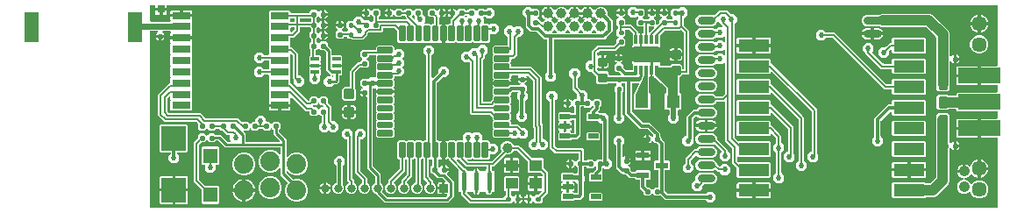
<source format=gtl>
G04 EAGLE Gerber RS-274X export*
G75*
%MOMM*%
%FSLAX34Y34*%
%LPD*%
%INTop Copper*%
%IPPOS*%
%AMOC8*
5,1,8,0,0,1.08239X$1,22.5*%
G01*
%ADD10C,0.250000*%
%ADD11C,1.000000*%
%ADD12C,0.800000*%
%ADD13C,0.320000*%
%ADD14C,0.254000*%
%ADD15C,0.450000*%
%ADD16C,1.879600*%
%ADD17R,0.812800X0.812800*%
%ADD18C,0.812800*%
%ADD19C,0.300000*%
%ADD20R,1.400000X3.000000*%
%ADD21R,1.800000X0.700000*%
%ADD22R,1.800000X0.800000*%
%ADD23R,2.400000X2.400000*%
%ADD24R,1.400000X1.400000*%
%ADD25R,0.296800X0.850000*%
%ADD26R,2.400000X1.650000*%
%ADD27R,0.700000X0.280000*%
%ADD28C,0.222250*%
%ADD29R,1.300000X1.300000*%
%ADD30R,0.812800X0.355600*%
%ADD31R,1.200000X1.100000*%
%ADD32R,0.977900X0.508000*%
%ADD33C,1.447800*%
%ADD34R,3.000000X1.200000*%
%ADD35R,4.064000X1.524000*%
%ADD36R,1.200000X0.600000*%
%ADD37C,1.050000*%
%ADD38R,0.800000X0.800000*%
%ADD39C,0.675000*%
%ADD40C,0.203200*%
%ADD41C,0.304800*%
%ADD42C,0.525000*%
%ADD43C,0.152400*%
%ADD44C,1.125000*%
%ADD45C,1.016000*%
%ADD46C,0.609600*%
%ADD47C,0.508000*%
%ADD48C,0.750000*%

G36*
X947226Y2036D02*
X947226Y2036D01*
X947245Y2034D01*
X947347Y2056D01*
X947449Y2072D01*
X947466Y2082D01*
X947486Y2086D01*
X947575Y2139D01*
X947666Y2188D01*
X947680Y2202D01*
X947697Y2212D01*
X947764Y2291D01*
X947836Y2366D01*
X947844Y2384D01*
X947857Y2399D01*
X947896Y2495D01*
X947939Y2589D01*
X947941Y2609D01*
X947949Y2627D01*
X947967Y2794D01*
X947967Y69078D01*
X947964Y69098D01*
X947966Y69117D01*
X947944Y69219D01*
X947928Y69321D01*
X947918Y69338D01*
X947914Y69358D01*
X947861Y69447D01*
X947812Y69538D01*
X947798Y69552D01*
X947788Y69569D01*
X947709Y69636D01*
X947634Y69708D01*
X947616Y69716D01*
X947601Y69729D01*
X947505Y69768D01*
X947411Y69811D01*
X947391Y69813D01*
X947373Y69821D01*
X947206Y69839D01*
X931523Y69839D01*
X931523Y78222D01*
X931520Y78242D01*
X931522Y78261D01*
X931500Y78363D01*
X931483Y78465D01*
X931474Y78482D01*
X931470Y78502D01*
X931417Y78591D01*
X931368Y78682D01*
X931354Y78696D01*
X931344Y78713D01*
X931265Y78780D01*
X931190Y78851D01*
X931172Y78860D01*
X931157Y78873D01*
X931061Y78912D01*
X930967Y78955D01*
X930947Y78957D01*
X930929Y78965D01*
X930762Y78983D01*
X929999Y78983D01*
X929999Y78985D01*
X930762Y78985D01*
X930782Y78988D01*
X930801Y78986D01*
X930903Y79008D01*
X931005Y79025D01*
X931022Y79034D01*
X931042Y79038D01*
X931131Y79091D01*
X931222Y79140D01*
X931236Y79154D01*
X931253Y79164D01*
X931320Y79243D01*
X931391Y79318D01*
X931400Y79336D01*
X931413Y79351D01*
X931452Y79447D01*
X931495Y79541D01*
X931497Y79561D01*
X931505Y79579D01*
X931523Y79746D01*
X931523Y88129D01*
X947206Y88129D01*
X947226Y88132D01*
X947245Y88130D01*
X947347Y88152D01*
X947449Y88168D01*
X947466Y88178D01*
X947486Y88182D01*
X947575Y88235D01*
X947666Y88284D01*
X947680Y88298D01*
X947697Y88308D01*
X947764Y88387D01*
X947836Y88462D01*
X947844Y88480D01*
X947857Y88495D01*
X947896Y88591D01*
X947939Y88685D01*
X947941Y88705D01*
X947949Y88723D01*
X947967Y88890D01*
X947967Y94478D01*
X947964Y94498D01*
X947966Y94517D01*
X947944Y94619D01*
X947928Y94721D01*
X947918Y94738D01*
X947914Y94758D01*
X947861Y94847D01*
X947812Y94938D01*
X947798Y94952D01*
X947788Y94969D01*
X947709Y95036D01*
X947634Y95108D01*
X947616Y95116D01*
X947601Y95129D01*
X947505Y95168D01*
X947411Y95211D01*
X947391Y95213D01*
X947373Y95221D01*
X947206Y95239D01*
X909048Y95239D01*
X908155Y96132D01*
X908155Y96762D01*
X908152Y96782D01*
X908154Y96801D01*
X908132Y96903D01*
X908116Y97005D01*
X908106Y97022D01*
X908102Y97042D01*
X908049Y97131D01*
X908000Y97222D01*
X907986Y97236D01*
X907976Y97253D01*
X907897Y97320D01*
X907822Y97392D01*
X907804Y97400D01*
X907789Y97413D01*
X907693Y97452D01*
X907599Y97495D01*
X907579Y97497D01*
X907561Y97505D01*
X907394Y97523D01*
X900614Y97523D01*
X900524Y97509D01*
X900433Y97501D01*
X900403Y97489D01*
X900371Y97484D01*
X900291Y97441D01*
X900207Y97405D01*
X900174Y97379D01*
X900154Y97368D01*
X900132Y97345D01*
X900076Y97300D01*
X899426Y96650D01*
X890574Y96650D01*
X889030Y98194D01*
X889030Y109806D01*
X890574Y111350D01*
X899426Y111350D01*
X899820Y110956D01*
X899894Y110902D01*
X899963Y110843D01*
X899993Y110831D01*
X900019Y110812D01*
X900106Y110785D01*
X900191Y110751D01*
X900232Y110747D01*
X900254Y110740D01*
X900287Y110741D01*
X900358Y110733D01*
X907394Y110733D01*
X907414Y110736D01*
X907433Y110734D01*
X907535Y110756D01*
X907637Y110772D01*
X907654Y110782D01*
X907674Y110786D01*
X907763Y110839D01*
X907854Y110888D01*
X907868Y110902D01*
X907885Y110912D01*
X907952Y110991D01*
X908024Y111066D01*
X908032Y111084D01*
X908045Y111099D01*
X908084Y111195D01*
X908127Y111289D01*
X908129Y111309D01*
X908137Y111327D01*
X908155Y111494D01*
X908155Y112636D01*
X909048Y113529D01*
X947206Y113529D01*
X947226Y113532D01*
X947245Y113530D01*
X947347Y113552D01*
X947449Y113568D01*
X947466Y113578D01*
X947486Y113582D01*
X947575Y113635D01*
X947666Y113684D01*
X947680Y113698D01*
X947697Y113708D01*
X947764Y113787D01*
X947836Y113862D01*
X947844Y113880D01*
X947857Y113895D01*
X947896Y113991D01*
X947939Y114085D01*
X947941Y114105D01*
X947949Y114123D01*
X947967Y114290D01*
X947967Y119878D01*
X947964Y119898D01*
X947966Y119917D01*
X947944Y120019D01*
X947928Y120121D01*
X947918Y120138D01*
X947914Y120158D01*
X947861Y120247D01*
X947812Y120338D01*
X947798Y120352D01*
X947788Y120369D01*
X947709Y120436D01*
X947634Y120508D01*
X947616Y120516D01*
X947601Y120529D01*
X947505Y120568D01*
X947411Y120611D01*
X947391Y120613D01*
X947373Y120621D01*
X947206Y120639D01*
X931523Y120639D01*
X931523Y129022D01*
X931520Y129042D01*
X931522Y129061D01*
X931500Y129163D01*
X931483Y129265D01*
X931474Y129282D01*
X931470Y129302D01*
X931417Y129391D01*
X931368Y129482D01*
X931354Y129496D01*
X931344Y129513D01*
X931265Y129580D01*
X931190Y129651D01*
X931172Y129660D01*
X931157Y129673D01*
X931061Y129712D01*
X930967Y129755D01*
X930947Y129757D01*
X930929Y129765D01*
X930762Y129783D01*
X929999Y129783D01*
X929999Y129785D01*
X930762Y129785D01*
X930782Y129788D01*
X930801Y129786D01*
X930903Y129808D01*
X931005Y129825D01*
X931022Y129834D01*
X931042Y129838D01*
X931131Y129891D01*
X931222Y129940D01*
X931236Y129954D01*
X931253Y129964D01*
X931320Y130043D01*
X931391Y130118D01*
X931400Y130136D01*
X931413Y130151D01*
X931452Y130247D01*
X931495Y130341D01*
X931497Y130361D01*
X931505Y130379D01*
X931523Y130546D01*
X931523Y138929D01*
X947206Y138929D01*
X947226Y138932D01*
X947245Y138930D01*
X947347Y138952D01*
X947449Y138968D01*
X947466Y138978D01*
X947486Y138982D01*
X947575Y139035D01*
X947666Y139084D01*
X947680Y139098D01*
X947697Y139108D01*
X947764Y139187D01*
X947836Y139262D01*
X947844Y139280D01*
X947857Y139295D01*
X947895Y139391D01*
X947939Y139485D01*
X947941Y139505D01*
X947949Y139523D01*
X947967Y139690D01*
X947967Y197206D01*
X947964Y197226D01*
X947966Y197245D01*
X947944Y197347D01*
X947928Y197449D01*
X947918Y197466D01*
X947914Y197486D01*
X947861Y197575D01*
X947812Y197666D01*
X947798Y197680D01*
X947788Y197697D01*
X947709Y197764D01*
X947634Y197836D01*
X947616Y197844D01*
X947601Y197857D01*
X947505Y197896D01*
X947411Y197939D01*
X947391Y197941D01*
X947373Y197949D01*
X947206Y197967D01*
X146296Y197967D01*
X146276Y197964D01*
X146257Y197966D01*
X146155Y197944D01*
X146053Y197928D01*
X146036Y197918D01*
X146016Y197914D01*
X145927Y197861D01*
X145836Y197812D01*
X145822Y197798D01*
X145805Y197788D01*
X145738Y197709D01*
X145667Y197634D01*
X145658Y197616D01*
X145645Y197601D01*
X145606Y197505D01*
X145563Y197411D01*
X145561Y197391D01*
X145553Y197373D01*
X145535Y197206D01*
X145535Y195607D01*
X140772Y195607D01*
X140753Y195604D01*
X140733Y195606D01*
X140632Y195584D01*
X140529Y195567D01*
X140512Y195558D01*
X140492Y195554D01*
X140403Y195501D01*
X140312Y195452D01*
X140298Y195438D01*
X140281Y195428D01*
X140214Y195349D01*
X140143Y195274D01*
X140134Y195256D01*
X140121Y195241D01*
X140083Y195145D01*
X140039Y195051D01*
X140037Y195031D01*
X140029Y195013D01*
X140011Y194846D01*
X140011Y194083D01*
X140009Y194083D01*
X140009Y194846D01*
X140006Y194866D01*
X140008Y194885D01*
X139986Y194987D01*
X139970Y195089D01*
X139960Y195106D01*
X139956Y195126D01*
X139903Y195215D01*
X139854Y195306D01*
X139840Y195320D01*
X139830Y195337D01*
X139751Y195404D01*
X139676Y195475D01*
X139658Y195484D01*
X139643Y195497D01*
X139547Y195536D01*
X139453Y195579D01*
X139433Y195581D01*
X139415Y195589D01*
X139248Y195607D01*
X134485Y195607D01*
X134485Y197206D01*
X134482Y197226D01*
X134484Y197245D01*
X134462Y197347D01*
X134446Y197449D01*
X134436Y197466D01*
X134432Y197486D01*
X134379Y197575D01*
X134331Y197666D01*
X134316Y197680D01*
X134306Y197697D01*
X134227Y197764D01*
X134152Y197836D01*
X134134Y197844D01*
X134119Y197857D01*
X134023Y197896D01*
X133929Y197939D01*
X133909Y197941D01*
X133891Y197949D01*
X133724Y197967D01*
X130000Y197967D01*
X129980Y197964D01*
X129961Y197966D01*
X129859Y197944D01*
X129757Y197928D01*
X129740Y197918D01*
X129720Y197914D01*
X129631Y197861D01*
X129540Y197812D01*
X129526Y197798D01*
X129509Y197788D01*
X129442Y197709D01*
X129371Y197634D01*
X129362Y197616D01*
X129349Y197601D01*
X129310Y197505D01*
X129267Y197411D01*
X129265Y197391D01*
X129257Y197373D01*
X129239Y197206D01*
X129239Y182834D01*
X129242Y182814D01*
X129240Y182795D01*
X129262Y182693D01*
X129279Y182591D01*
X129288Y182574D01*
X129292Y182554D01*
X129345Y182465D01*
X129394Y182374D01*
X129408Y182360D01*
X129418Y182343D01*
X129497Y182276D01*
X129572Y182204D01*
X129590Y182196D01*
X129605Y182183D01*
X129701Y182144D01*
X129795Y182101D01*
X129815Y182099D01*
X129833Y182091D01*
X130000Y182073D01*
X148601Y182073D01*
X148691Y182087D01*
X148782Y182095D01*
X148812Y182107D01*
X148844Y182112D01*
X148925Y182155D01*
X149008Y182191D01*
X149041Y182217D01*
X149061Y182228D01*
X149083Y182251D01*
X149139Y182296D01*
X149305Y182462D01*
X149317Y182478D01*
X149333Y182490D01*
X149389Y182578D01*
X149449Y182661D01*
X149455Y182681D01*
X149466Y182697D01*
X149491Y182798D01*
X149521Y182897D01*
X149521Y182917D01*
X149526Y182936D01*
X149518Y183039D01*
X149515Y183142D01*
X149508Y183161D01*
X149507Y183181D01*
X149466Y183276D01*
X149431Y183373D01*
X149418Y183389D01*
X149410Y183407D01*
X149305Y183538D01*
X149207Y183636D01*
X148975Y184197D01*
X148975Y186477D01*
X158738Y186477D01*
X158758Y186480D01*
X158777Y186478D01*
X158879Y186500D01*
X158981Y186517D01*
X158998Y186526D01*
X159018Y186530D01*
X159107Y186583D01*
X159198Y186632D01*
X159212Y186646D01*
X159229Y186656D01*
X159296Y186735D01*
X159367Y186810D01*
X159376Y186828D01*
X159389Y186843D01*
X159428Y186939D01*
X159471Y187033D01*
X159473Y187053D01*
X159481Y187071D01*
X159499Y187238D01*
X159499Y188001D01*
X159501Y188001D01*
X159501Y187238D01*
X159504Y187218D01*
X159502Y187199D01*
X159524Y187097D01*
X159541Y186995D01*
X159550Y186978D01*
X159554Y186958D01*
X159607Y186869D01*
X159656Y186778D01*
X159670Y186764D01*
X159680Y186747D01*
X159759Y186680D01*
X159834Y186609D01*
X159852Y186600D01*
X159867Y186587D01*
X159963Y186548D01*
X160057Y186505D01*
X160077Y186503D01*
X160095Y186495D01*
X160262Y186477D01*
X170025Y186477D01*
X170025Y184197D01*
X169793Y183636D01*
X169695Y183538D01*
X169683Y183522D01*
X169667Y183510D01*
X169611Y183423D01*
X169551Y183339D01*
X169545Y183320D01*
X169534Y183303D01*
X169509Y183203D01*
X169479Y183104D01*
X169479Y183084D01*
X169474Y183064D01*
X169482Y182961D01*
X169485Y182858D01*
X169492Y182839D01*
X169493Y182819D01*
X169534Y182724D01*
X169569Y182627D01*
X169582Y182611D01*
X169590Y182593D01*
X169695Y182462D01*
X170025Y182132D01*
X170025Y172868D01*
X169695Y172538D01*
X169683Y172522D01*
X169667Y172510D01*
X169611Y172423D01*
X169551Y172339D01*
X169545Y172320D01*
X169534Y172303D01*
X169509Y172202D01*
X169479Y172103D01*
X169479Y172084D01*
X169474Y172064D01*
X169482Y171961D01*
X169485Y171858D01*
X169492Y171839D01*
X169493Y171819D01*
X169534Y171724D01*
X169569Y171627D01*
X169582Y171611D01*
X169590Y171593D01*
X169695Y171462D01*
X169793Y171364D01*
X170025Y170803D01*
X170025Y168023D01*
X160262Y168023D01*
X160242Y168020D01*
X160223Y168022D01*
X160121Y168000D01*
X160019Y167983D01*
X160002Y167974D01*
X159982Y167970D01*
X159893Y167917D01*
X159802Y167868D01*
X159788Y167854D01*
X159771Y167844D01*
X159704Y167765D01*
X159633Y167690D01*
X159624Y167672D01*
X159611Y167657D01*
X159572Y167561D01*
X159529Y167467D01*
X159527Y167447D01*
X159519Y167429D01*
X159501Y167262D01*
X159501Y165738D01*
X159504Y165718D01*
X159502Y165699D01*
X159524Y165597D01*
X159541Y165495D01*
X159550Y165478D01*
X159554Y165458D01*
X159607Y165369D01*
X159656Y165278D01*
X159670Y165264D01*
X159680Y165247D01*
X159759Y165180D01*
X159834Y165109D01*
X159852Y165100D01*
X159867Y165087D01*
X159963Y165048D01*
X160057Y165005D01*
X160077Y165003D01*
X160095Y164995D01*
X160262Y164977D01*
X170025Y164977D01*
X170025Y162197D01*
X169793Y161636D01*
X169695Y161538D01*
X169683Y161522D01*
X169667Y161510D01*
X169611Y161423D01*
X169551Y161339D01*
X169545Y161320D01*
X169534Y161303D01*
X169509Y161203D01*
X169479Y161104D01*
X169479Y161084D01*
X169474Y161064D01*
X169482Y160961D01*
X169485Y160858D01*
X169492Y160839D01*
X169493Y160819D01*
X169534Y160724D01*
X169569Y160627D01*
X169582Y160611D01*
X169590Y160593D01*
X169695Y160462D01*
X170025Y160132D01*
X170025Y150868D01*
X169695Y150538D01*
X169683Y150522D01*
X169667Y150510D01*
X169611Y150423D01*
X169551Y150339D01*
X169545Y150320D01*
X169534Y150303D01*
X169509Y150202D01*
X169479Y150103D01*
X169479Y150084D01*
X169474Y150064D01*
X169482Y149961D01*
X169485Y149858D01*
X169492Y149839D01*
X169493Y149819D01*
X169534Y149724D01*
X169569Y149627D01*
X169582Y149611D01*
X169590Y149593D01*
X169695Y149462D01*
X170025Y149132D01*
X170025Y139868D01*
X169695Y139538D01*
X169683Y139522D01*
X169667Y139510D01*
X169611Y139423D01*
X169551Y139339D01*
X169545Y139320D01*
X169534Y139303D01*
X169509Y139202D01*
X169479Y139103D01*
X169479Y139084D01*
X169474Y139064D01*
X169482Y138961D01*
X169485Y138858D01*
X169492Y138839D01*
X169493Y138819D01*
X169534Y138724D01*
X169569Y138627D01*
X169582Y138611D01*
X169590Y138593D01*
X169695Y138462D01*
X170025Y138132D01*
X170025Y128868D01*
X169695Y128538D01*
X169683Y128522D01*
X169667Y128510D01*
X169611Y128423D01*
X169551Y128339D01*
X169545Y128320D01*
X169534Y128303D01*
X169509Y128202D01*
X169479Y128103D01*
X169479Y128084D01*
X169474Y128064D01*
X169482Y127961D01*
X169485Y127858D01*
X169492Y127839D01*
X169493Y127819D01*
X169534Y127724D01*
X169569Y127627D01*
X169582Y127611D01*
X169590Y127593D01*
X169695Y127462D01*
X170025Y127132D01*
X170025Y117868D01*
X169695Y117538D01*
X169683Y117522D01*
X169667Y117510D01*
X169611Y117423D01*
X169551Y117339D01*
X169545Y117320D01*
X169534Y117303D01*
X169509Y117202D01*
X169479Y117103D01*
X169479Y117084D01*
X169474Y117064D01*
X169482Y116961D01*
X169485Y116858D01*
X169492Y116839D01*
X169493Y116819D01*
X169534Y116724D01*
X169569Y116627D01*
X169582Y116611D01*
X169590Y116593D01*
X169664Y116500D01*
X169670Y116491D01*
X169676Y116485D01*
X169695Y116462D01*
X170025Y116132D01*
X170025Y106868D01*
X169695Y106538D01*
X169683Y106522D01*
X169667Y106510D01*
X169611Y106423D01*
X169551Y106339D01*
X169545Y106320D01*
X169534Y106303D01*
X169509Y106202D01*
X169479Y106103D01*
X169479Y106084D01*
X169474Y106064D01*
X169482Y105961D01*
X169485Y105858D01*
X169492Y105839D01*
X169493Y105819D01*
X169534Y105724D01*
X169569Y105627D01*
X169582Y105611D01*
X169590Y105593D01*
X169695Y105462D01*
X170025Y105132D01*
X170025Y96868D01*
X169132Y95975D01*
X149868Y95975D01*
X148975Y96868D01*
X148975Y105132D01*
X149305Y105462D01*
X149317Y105478D01*
X149333Y105490D01*
X149389Y105577D01*
X149449Y105661D01*
X149455Y105680D01*
X149466Y105697D01*
X149491Y105798D01*
X149521Y105897D01*
X149521Y105916D01*
X149526Y105936D01*
X149518Y106039D01*
X149515Y106142D01*
X149508Y106161D01*
X149507Y106181D01*
X149466Y106276D01*
X149431Y106373D01*
X149418Y106389D01*
X149410Y106407D01*
X149305Y106538D01*
X148975Y106868D01*
X148975Y109248D01*
X148964Y109319D01*
X148962Y109391D01*
X148944Y109440D01*
X148936Y109491D01*
X148902Y109554D01*
X148877Y109622D01*
X148845Y109662D01*
X148820Y109708D01*
X148768Y109758D01*
X148724Y109814D01*
X148680Y109842D01*
X148642Y109878D01*
X148577Y109908D01*
X148517Y109947D01*
X148466Y109960D01*
X148419Y109981D01*
X148348Y109989D01*
X148278Y110007D01*
X148226Y110003D01*
X148175Y110009D01*
X148104Y109993D01*
X148033Y109988D01*
X147985Y109967D01*
X147934Y109956D01*
X147873Y109919D01*
X147807Y109891D01*
X147751Y109847D01*
X147723Y109830D01*
X147708Y109812D01*
X147676Y109787D01*
X146152Y108263D01*
X146099Y108189D01*
X146039Y108119D01*
X146027Y108089D01*
X146008Y108063D01*
X145981Y107976D01*
X145947Y107891D01*
X145943Y107850D01*
X145936Y107828D01*
X145937Y107796D01*
X145929Y107724D01*
X145929Y95530D01*
X145943Y95440D01*
X145951Y95349D01*
X145963Y95319D01*
X145968Y95287D01*
X146011Y95206D01*
X146047Y95122D01*
X146073Y95090D01*
X146084Y95069D01*
X146107Y95047D01*
X146152Y94991D01*
X147277Y93866D01*
X147351Y93813D01*
X147421Y93753D01*
X147451Y93741D01*
X147477Y93722D01*
X147564Y93695D01*
X147649Y93661D01*
X147690Y93657D01*
X147712Y93650D01*
X147744Y93651D01*
X147816Y93643D01*
X178138Y93643D01*
X182697Y89084D01*
X182771Y89031D01*
X182840Y88971D01*
X182870Y88959D01*
X182896Y88940D01*
X182983Y88913D01*
X183068Y88879D01*
X183109Y88875D01*
X183131Y88868D01*
X183164Y88869D01*
X183235Y88861D01*
X214491Y88861D01*
X218130Y85222D01*
X218146Y85210D01*
X218159Y85194D01*
X218226Y85151D01*
X218264Y85119D01*
X218285Y85111D01*
X218330Y85078D01*
X218349Y85072D01*
X218366Y85062D01*
X218466Y85036D01*
X218480Y85032D01*
X218492Y85027D01*
X218497Y85027D01*
X218565Y85006D01*
X218585Y85006D01*
X218604Y85002D01*
X218708Y85010D01*
X218811Y85012D01*
X218830Y85019D01*
X218850Y85021D01*
X218912Y85047D01*
X218921Y85049D01*
X218925Y85051D01*
X223834Y85051D01*
X225522Y83363D01*
X225538Y83352D01*
X225550Y83336D01*
X225638Y83280D01*
X225721Y83220D01*
X225740Y83214D01*
X225757Y83203D01*
X225858Y83178D01*
X225957Y83147D01*
X225976Y83148D01*
X225996Y83143D01*
X226099Y83151D01*
X226202Y83154D01*
X226221Y83161D01*
X226241Y83162D01*
X226336Y83203D01*
X226433Y83238D01*
X226449Y83251D01*
X226467Y83259D01*
X226598Y83363D01*
X228286Y85051D01*
X230293Y85051D01*
X230313Y85054D01*
X230332Y85052D01*
X230434Y85074D01*
X230536Y85090D01*
X230553Y85100D01*
X230573Y85104D01*
X230662Y85157D01*
X230753Y85206D01*
X230767Y85220D01*
X230784Y85230D01*
X230851Y85309D01*
X230923Y85384D01*
X230931Y85402D01*
X230944Y85417D01*
X230983Y85513D01*
X231026Y85607D01*
X231028Y85627D01*
X231036Y85645D01*
X231054Y85812D01*
X231054Y87992D01*
X234080Y91018D01*
X238360Y91018D01*
X241386Y87992D01*
X241386Y85812D01*
X241389Y85792D01*
X241387Y85773D01*
X241409Y85671D01*
X241425Y85569D01*
X241435Y85552D01*
X241439Y85532D01*
X241492Y85443D01*
X241541Y85352D01*
X241555Y85338D01*
X241565Y85321D01*
X241644Y85254D01*
X241719Y85182D01*
X241737Y85174D01*
X241752Y85161D01*
X241848Y85122D01*
X241942Y85079D01*
X241962Y85077D01*
X241980Y85069D01*
X242147Y85051D01*
X244154Y85051D01*
X245842Y83363D01*
X245858Y83352D01*
X245870Y83336D01*
X245958Y83280D01*
X246041Y83220D01*
X246060Y83214D01*
X246077Y83203D01*
X246178Y83178D01*
X246277Y83147D01*
X246296Y83148D01*
X246316Y83143D01*
X246419Y83151D01*
X246522Y83154D01*
X246541Y83161D01*
X246561Y83162D01*
X246656Y83203D01*
X246753Y83238D01*
X246769Y83251D01*
X246787Y83259D01*
X246918Y83363D01*
X248606Y85051D01*
X253404Y85051D01*
X255030Y83425D01*
X255030Y78627D01*
X254023Y77620D01*
X253970Y77546D01*
X253910Y77476D01*
X253898Y77446D01*
X253879Y77420D01*
X253852Y77333D01*
X253818Y77248D01*
X253814Y77207D01*
X253807Y77185D01*
X253808Y77153D01*
X253800Y77081D01*
X253800Y76026D01*
X253814Y75936D01*
X253822Y75845D01*
X253834Y75815D01*
X253839Y75783D01*
X253882Y75703D01*
X253918Y75619D01*
X253944Y75587D01*
X253955Y75566D01*
X253978Y75544D01*
X254023Y75488D01*
X260921Y68590D01*
X260921Y51728D01*
X260932Y51657D01*
X260934Y51585D01*
X260952Y51536D01*
X260960Y51485D01*
X260994Y51422D01*
X261019Y51354D01*
X261051Y51314D01*
X261076Y51267D01*
X261128Y51218D01*
X261172Y51162D01*
X261216Y51134D01*
X261254Y51098D01*
X261319Y51068D01*
X261379Y51029D01*
X261430Y51016D01*
X261477Y50994D01*
X261548Y50987D01*
X261618Y50969D01*
X261670Y50973D01*
X261721Y50967D01*
X261792Y50983D01*
X261863Y50988D01*
X261911Y51009D01*
X261962Y51020D01*
X262023Y51056D01*
X262089Y51085D01*
X262145Y51129D01*
X262173Y51146D01*
X262188Y51164D01*
X262220Y51189D01*
X264639Y53608D01*
X268653Y55271D01*
X272999Y55271D01*
X277013Y53608D01*
X280086Y50535D01*
X281749Y46521D01*
X281749Y42175D01*
X280086Y38161D01*
X277013Y35088D01*
X272999Y33425D01*
X268653Y33425D01*
X264639Y35088D01*
X262220Y37507D01*
X262162Y37549D01*
X262110Y37598D01*
X262063Y37620D01*
X262021Y37650D01*
X261952Y37671D01*
X261887Y37702D01*
X261835Y37707D01*
X261785Y37723D01*
X261714Y37721D01*
X261643Y37729D01*
X261592Y37718D01*
X261540Y37716D01*
X261472Y37692D01*
X261402Y37676D01*
X261357Y37650D01*
X261309Y37632D01*
X261253Y37587D01*
X261191Y37550D01*
X261157Y37511D01*
X261117Y37478D01*
X261078Y37418D01*
X261031Y37363D01*
X261012Y37315D01*
X260984Y37271D01*
X260966Y37202D01*
X260939Y37135D01*
X260931Y37064D01*
X260923Y37033D01*
X260925Y37009D01*
X260921Y36968D01*
X260921Y36423D01*
X260935Y36333D01*
X260943Y36242D01*
X260955Y36212D01*
X260960Y36180D01*
X261003Y36099D01*
X261039Y36016D01*
X261065Y35984D01*
X261076Y35963D01*
X261099Y35941D01*
X261144Y35885D01*
X267236Y29792D01*
X267331Y29724D01*
X267425Y29654D01*
X267431Y29652D01*
X267436Y29649D01*
X267547Y29615D01*
X267659Y29578D01*
X267665Y29578D01*
X267671Y29576D01*
X267788Y29579D01*
X267905Y29581D01*
X267912Y29583D01*
X267917Y29583D01*
X267934Y29589D01*
X268066Y29627D01*
X268653Y29871D01*
X272999Y29871D01*
X277013Y28208D01*
X280086Y25135D01*
X281749Y21121D01*
X281749Y16775D01*
X280086Y12761D01*
X277013Y9688D01*
X272999Y8025D01*
X268653Y8025D01*
X264639Y9688D01*
X261566Y12761D01*
X259903Y16775D01*
X259903Y21121D01*
X261566Y25135D01*
X262239Y25808D01*
X262251Y25824D01*
X262266Y25837D01*
X262322Y25924D01*
X262383Y26008D01*
X262388Y26027D01*
X262399Y26044D01*
X262424Y26144D01*
X262455Y26243D01*
X262454Y26263D01*
X262459Y26282D01*
X262451Y26385D01*
X262449Y26489D01*
X262442Y26508D01*
X262440Y26527D01*
X262400Y26622D01*
X262364Y26720D01*
X262352Y26735D01*
X262344Y26754D01*
X262239Y26885D01*
X257191Y31932D01*
X255331Y33792D01*
X255331Y39508D01*
X255320Y39579D01*
X255318Y39651D01*
X255300Y39700D01*
X255292Y39751D01*
X255258Y39814D01*
X255233Y39882D01*
X255201Y39922D01*
X255176Y39969D01*
X255125Y40018D01*
X255080Y40074D01*
X255036Y40102D01*
X254998Y40138D01*
X254933Y40168D01*
X254873Y40207D01*
X254822Y40220D01*
X254775Y40242D01*
X254704Y40249D01*
X254634Y40267D01*
X254582Y40263D01*
X254531Y40269D01*
X254460Y40253D01*
X254389Y40248D01*
X254341Y40227D01*
X254290Y40216D01*
X254229Y40180D01*
X254163Y40151D01*
X254107Y40107D01*
X254079Y40090D01*
X254064Y40072D01*
X254032Y40047D01*
X251613Y37628D01*
X247599Y35965D01*
X243253Y35965D01*
X239239Y37628D01*
X236166Y40701D01*
X234503Y44715D01*
X234503Y49061D01*
X236166Y53075D01*
X239239Y56148D01*
X243253Y57811D01*
X247599Y57811D01*
X251613Y56148D01*
X254032Y53729D01*
X254090Y53687D01*
X254142Y53638D01*
X254189Y53616D01*
X254231Y53586D01*
X254300Y53565D01*
X254365Y53534D01*
X254417Y53529D01*
X254467Y53513D01*
X254538Y53515D01*
X254609Y53507D01*
X254660Y53518D01*
X254712Y53520D01*
X254780Y53544D01*
X254850Y53560D01*
X254895Y53586D01*
X254943Y53604D01*
X254999Y53649D01*
X255061Y53686D01*
X255095Y53725D01*
X255135Y53758D01*
X255174Y53818D01*
X255221Y53873D01*
X255240Y53921D01*
X255268Y53965D01*
X255286Y54034D01*
X255313Y54101D01*
X255321Y54172D01*
X255329Y54203D01*
X255327Y54227D01*
X255331Y54268D01*
X255331Y59690D01*
X255328Y59710D01*
X255330Y59729D01*
X255308Y59831D01*
X255292Y59933D01*
X255282Y59950D01*
X255278Y59970D01*
X255225Y60059D01*
X255176Y60150D01*
X255162Y60164D01*
X255152Y60181D01*
X255073Y60248D01*
X254998Y60320D01*
X254980Y60328D01*
X254965Y60341D01*
X254869Y60380D01*
X254775Y60423D01*
X254755Y60425D01*
X254737Y60433D01*
X254570Y60451D01*
X220252Y60451D01*
X220162Y60437D01*
X220071Y60429D01*
X220041Y60417D01*
X220009Y60412D01*
X219929Y60369D01*
X219923Y60366D01*
X201917Y60366D01*
X195451Y66832D01*
X195377Y66885D01*
X195307Y66945D01*
X195277Y66957D01*
X195251Y66976D01*
X195164Y67003D01*
X195079Y67037D01*
X195038Y67041D01*
X195016Y67048D01*
X194984Y67047D01*
X194913Y67055D01*
X192720Y67055D01*
X192630Y67041D01*
X192539Y67033D01*
X192509Y67021D01*
X192477Y67016D01*
X192396Y66973D01*
X192312Y66937D01*
X192280Y66911D01*
X192260Y66900D01*
X192237Y66877D01*
X192181Y66832D01*
X191174Y65825D01*
X186376Y65825D01*
X184688Y67513D01*
X184672Y67524D01*
X184660Y67540D01*
X184572Y67596D01*
X184489Y67656D01*
X184470Y67662D01*
X184453Y67673D01*
X184352Y67698D01*
X184253Y67729D01*
X184234Y67728D01*
X184214Y67733D01*
X184111Y67725D01*
X184008Y67722D01*
X183989Y67715D01*
X183969Y67714D01*
X183874Y67673D01*
X183777Y67638D01*
X183761Y67625D01*
X183743Y67617D01*
X183612Y67513D01*
X181924Y65825D01*
X179409Y65825D01*
X179319Y65811D01*
X179228Y65803D01*
X179198Y65791D01*
X179166Y65786D01*
X179085Y65743D01*
X179001Y65707D01*
X178969Y65681D01*
X178949Y65670D01*
X178926Y65647D01*
X178870Y65602D01*
X178251Y64983D01*
X176701Y63433D01*
X176653Y63366D01*
X176648Y63361D01*
X176646Y63357D01*
X176588Y63289D01*
X176576Y63259D01*
X176557Y63233D01*
X176530Y63146D01*
X176496Y63061D01*
X176492Y63020D01*
X176485Y62998D01*
X176486Y62966D01*
X176478Y62894D01*
X176478Y29665D01*
X176492Y29575D01*
X176500Y29484D01*
X176512Y29454D01*
X176517Y29422D01*
X176560Y29341D01*
X176596Y29257D01*
X176622Y29225D01*
X176633Y29205D01*
X176656Y29182D01*
X176701Y29126D01*
X182551Y23276D01*
X182625Y23223D01*
X182695Y23163D01*
X182725Y23151D01*
X182751Y23132D01*
X182838Y23105D01*
X182923Y23071D01*
X182964Y23067D01*
X182986Y23060D01*
X183018Y23061D01*
X183090Y23053D01*
X195338Y23053D01*
X196231Y22160D01*
X196231Y6896D01*
X195338Y6003D01*
X180074Y6003D01*
X179181Y6896D01*
X179181Y19144D01*
X179167Y19234D01*
X179159Y19325D01*
X179147Y19355D01*
X179142Y19387D01*
X179099Y19468D01*
X179063Y19552D01*
X179037Y19584D01*
X179026Y19604D01*
X179003Y19627D01*
X178958Y19683D01*
X171396Y27245D01*
X171396Y65314D01*
X174658Y68576D01*
X175277Y69195D01*
X175331Y69270D01*
X175390Y69339D01*
X175402Y69369D01*
X175421Y69395D01*
X175448Y69482D01*
X175482Y69567D01*
X175486Y69608D01*
X175493Y69630D01*
X175492Y69662D01*
X175500Y69734D01*
X175500Y72249D01*
X177126Y73875D01*
X181924Y73875D01*
X183612Y72187D01*
X183628Y72176D01*
X183640Y72160D01*
X183728Y72104D01*
X183811Y72044D01*
X183830Y72038D01*
X183847Y72027D01*
X183948Y72002D01*
X184047Y71971D01*
X184066Y71972D01*
X184086Y71967D01*
X184189Y71975D01*
X184292Y71978D01*
X184311Y71985D01*
X184331Y71986D01*
X184426Y72027D01*
X184523Y72062D01*
X184539Y72075D01*
X184557Y72083D01*
X184688Y72187D01*
X186376Y73875D01*
X191174Y73875D01*
X192181Y72868D01*
X192255Y72815D01*
X192325Y72755D01*
X192355Y72743D01*
X192381Y72724D01*
X192468Y72697D01*
X192553Y72663D01*
X192594Y72659D01*
X192616Y72652D01*
X192648Y72653D01*
X192720Y72645D01*
X197543Y72645D01*
X204009Y66179D01*
X204083Y66126D01*
X204153Y66066D01*
X204183Y66054D01*
X204209Y66035D01*
X204296Y66008D01*
X204381Y65974D01*
X204422Y65970D01*
X204444Y65963D01*
X204476Y65964D01*
X204547Y65956D01*
X206587Y65956D01*
X206658Y65967D01*
X206729Y65969D01*
X206778Y65987D01*
X206830Y65995D01*
X206893Y66029D01*
X206960Y66054D01*
X207001Y66086D01*
X207047Y66111D01*
X207096Y66162D01*
X207152Y66207D01*
X207181Y66251D01*
X207217Y66289D01*
X207247Y66354D01*
X207285Y66414D01*
X207298Y66465D01*
X207320Y66512D01*
X207328Y66583D01*
X207346Y66653D01*
X207341Y66705D01*
X207347Y66756D01*
X207332Y66827D01*
X207326Y66898D01*
X207306Y66946D01*
X207295Y66997D01*
X207258Y67058D01*
X207230Y67124D01*
X207185Y67180D01*
X207169Y67208D01*
X207151Y67223D01*
X207150Y67224D01*
X207147Y67230D01*
X207143Y67233D01*
X207125Y67255D01*
X206670Y67710D01*
X206670Y72136D01*
X206667Y72156D01*
X206669Y72175D01*
X206647Y72277D01*
X206631Y72379D01*
X206621Y72396D01*
X206617Y72416D01*
X206564Y72505D01*
X206515Y72596D01*
X206501Y72610D01*
X206491Y72627D01*
X206412Y72694D01*
X206337Y72766D01*
X206319Y72774D01*
X206304Y72787D01*
X206208Y72826D01*
X206114Y72869D01*
X206094Y72871D01*
X206076Y72879D01*
X205909Y72897D01*
X203111Y72897D01*
X199230Y76778D01*
X199156Y76831D01*
X199086Y76891D01*
X199056Y76903D01*
X199030Y76922D01*
X198943Y76949D01*
X198858Y76983D01*
X198817Y76987D01*
X198795Y76994D01*
X198763Y76993D01*
X198691Y77001D01*
X197446Y77001D01*
X196185Y78262D01*
X196111Y78315D01*
X196041Y78375D01*
X196011Y78387D01*
X195985Y78406D01*
X195898Y78433D01*
X195813Y78467D01*
X195772Y78471D01*
X195750Y78478D01*
X195718Y78477D01*
X195646Y78485D01*
X192974Y78485D01*
X192884Y78471D01*
X192793Y78463D01*
X192763Y78451D01*
X192731Y78446D01*
X192650Y78403D01*
X192566Y78367D01*
X192534Y78341D01*
X192514Y78330D01*
X192491Y78307D01*
X192435Y78262D01*
X191174Y77001D01*
X186376Y77001D01*
X184688Y78689D01*
X184672Y78700D01*
X184660Y78716D01*
X184572Y78772D01*
X184489Y78832D01*
X184470Y78838D01*
X184453Y78849D01*
X184352Y78874D01*
X184253Y78905D01*
X184234Y78904D01*
X184214Y78909D01*
X184111Y78901D01*
X184008Y78898D01*
X183989Y78891D01*
X183969Y78890D01*
X183874Y78849D01*
X183777Y78814D01*
X183761Y78801D01*
X183743Y78793D01*
X183612Y78689D01*
X181924Y77001D01*
X177126Y77001D01*
X175500Y78627D01*
X175500Y83495D01*
X175498Y83511D01*
X175499Y83526D01*
X175485Y83591D01*
X175478Y83676D01*
X175466Y83706D01*
X175461Y83738D01*
X175448Y83762D01*
X175447Y83766D01*
X175435Y83786D01*
X175418Y83819D01*
X175382Y83903D01*
X175356Y83935D01*
X175345Y83956D01*
X175322Y83978D01*
X175277Y84034D01*
X174529Y84782D01*
X174455Y84835D01*
X174385Y84895D01*
X174355Y84907D01*
X174329Y84926D01*
X174242Y84953D01*
X174157Y84987D01*
X174116Y84991D01*
X174094Y84998D01*
X174062Y84997D01*
X173990Y85005D01*
X143304Y85005D01*
X137037Y91272D01*
X137037Y111763D01*
X147633Y122359D01*
X148214Y122359D01*
X148234Y122362D01*
X148253Y122360D01*
X148355Y122382D01*
X148457Y122398D01*
X148474Y122408D01*
X148494Y122412D01*
X148583Y122465D01*
X148674Y122514D01*
X148688Y122528D01*
X148705Y122538D01*
X148772Y122617D01*
X148844Y122692D01*
X148852Y122710D01*
X148865Y122725D01*
X148904Y122821D01*
X148947Y122915D01*
X148949Y122935D01*
X148957Y122953D01*
X148975Y123120D01*
X148975Y127132D01*
X149305Y127462D01*
X149317Y127478D01*
X149333Y127490D01*
X149389Y127577D01*
X149449Y127661D01*
X149455Y127680D01*
X149466Y127697D01*
X149491Y127798D01*
X149521Y127897D01*
X149521Y127916D01*
X149526Y127936D01*
X149518Y128039D01*
X149515Y128142D01*
X149508Y128161D01*
X149507Y128181D01*
X149466Y128276D01*
X149431Y128373D01*
X149418Y128389D01*
X149410Y128407D01*
X149305Y128538D01*
X148975Y128868D01*
X148975Y138132D01*
X149305Y138462D01*
X149317Y138478D01*
X149333Y138490D01*
X149389Y138577D01*
X149449Y138661D01*
X149455Y138680D01*
X149466Y138697D01*
X149491Y138798D01*
X149521Y138897D01*
X149521Y138916D01*
X149526Y138936D01*
X149518Y139039D01*
X149515Y139142D01*
X149508Y139161D01*
X149507Y139181D01*
X149466Y139276D01*
X149431Y139373D01*
X149418Y139389D01*
X149410Y139407D01*
X149305Y139538D01*
X148975Y139868D01*
X148975Y149132D01*
X149305Y149462D01*
X149317Y149478D01*
X149333Y149490D01*
X149389Y149577D01*
X149449Y149661D01*
X149455Y149680D01*
X149466Y149697D01*
X149491Y149798D01*
X149521Y149897D01*
X149521Y149916D01*
X149526Y149936D01*
X149518Y150039D01*
X149515Y150142D01*
X149508Y150161D01*
X149507Y150181D01*
X149466Y150276D01*
X149431Y150373D01*
X149418Y150389D01*
X149410Y150407D01*
X149305Y150538D01*
X148975Y150868D01*
X148975Y160132D01*
X149305Y160462D01*
X149317Y160478D01*
X149333Y160490D01*
X149389Y160578D01*
X149449Y160661D01*
X149455Y160681D01*
X149466Y160697D01*
X149491Y160798D01*
X149521Y160897D01*
X149521Y160917D01*
X149526Y160936D01*
X149518Y161039D01*
X149515Y161142D01*
X149508Y161161D01*
X149507Y161181D01*
X149466Y161276D01*
X149431Y161373D01*
X149418Y161389D01*
X149410Y161407D01*
X149305Y161538D01*
X149207Y161636D01*
X148975Y162197D01*
X148975Y164977D01*
X158738Y164977D01*
X158758Y164980D01*
X158777Y164978D01*
X158879Y165000D01*
X158981Y165017D01*
X158998Y165026D01*
X159018Y165030D01*
X159107Y165083D01*
X159198Y165132D01*
X159212Y165146D01*
X159229Y165156D01*
X159296Y165235D01*
X159367Y165310D01*
X159376Y165328D01*
X159389Y165343D01*
X159428Y165439D01*
X159471Y165533D01*
X159473Y165553D01*
X159481Y165571D01*
X159499Y165738D01*
X159499Y167262D01*
X159496Y167282D01*
X159498Y167301D01*
X159476Y167403D01*
X159459Y167505D01*
X159450Y167522D01*
X159446Y167542D01*
X159393Y167631D01*
X159344Y167722D01*
X159330Y167736D01*
X159320Y167753D01*
X159241Y167820D01*
X159166Y167891D01*
X159148Y167900D01*
X159133Y167913D01*
X159037Y167952D01*
X158943Y167995D01*
X158923Y167997D01*
X158905Y168005D01*
X158738Y168023D01*
X148975Y168023D01*
X148975Y170803D01*
X149207Y171364D01*
X149305Y171462D01*
X149317Y171478D01*
X149333Y171490D01*
X149389Y171578D01*
X149449Y171661D01*
X149455Y171680D01*
X149466Y171697D01*
X149491Y171798D01*
X149521Y171897D01*
X149521Y171917D01*
X149526Y171936D01*
X149518Y172039D01*
X149515Y172142D01*
X149508Y172161D01*
X149507Y172181D01*
X149466Y172276D01*
X149431Y172373D01*
X149418Y172389D01*
X149410Y172407D01*
X149305Y172538D01*
X149139Y172704D01*
X149065Y172757D01*
X148996Y172817D01*
X148966Y172829D01*
X148940Y172848D01*
X148853Y172875D01*
X148768Y172909D01*
X148727Y172913D01*
X148705Y172920D01*
X148672Y172919D01*
X148601Y172927D01*
X142159Y172927D01*
X142111Y172920D01*
X142063Y172921D01*
X141991Y172900D01*
X141916Y172888D01*
X141874Y172865D01*
X141828Y172851D01*
X141765Y172808D01*
X141699Y172772D01*
X141666Y172738D01*
X141626Y172710D01*
X141581Y172649D01*
X141529Y172594D01*
X141509Y172551D01*
X141481Y172512D01*
X141458Y172440D01*
X141426Y172371D01*
X141420Y172323D01*
X141406Y172278D01*
X141407Y172202D01*
X141399Y172127D01*
X141409Y172080D01*
X141409Y172032D01*
X141435Y171960D01*
X141451Y171886D01*
X141475Y171845D01*
X141491Y171800D01*
X141538Y171740D01*
X141577Y171675D01*
X141613Y171644D01*
X141643Y171606D01*
X141747Y171530D01*
X141764Y171515D01*
X141770Y171513D01*
X141778Y171507D01*
X142058Y171345D01*
X142574Y170829D01*
X142940Y170196D01*
X143129Y169490D01*
X143129Y169124D01*
X139592Y169124D01*
X139573Y169121D01*
X139553Y169123D01*
X139451Y169101D01*
X139349Y169085D01*
X139332Y169075D01*
X139312Y169071D01*
X139223Y169018D01*
X139132Y168969D01*
X139118Y168955D01*
X139101Y168945D01*
X139098Y168941D01*
X139044Y168993D01*
X139026Y169001D01*
X139011Y169014D01*
X138914Y169053D01*
X138821Y169096D01*
X138801Y169098D01*
X138783Y169106D01*
X138616Y169124D01*
X135079Y169124D01*
X135079Y169490D01*
X135268Y170196D01*
X135634Y170829D01*
X136150Y171345D01*
X136430Y171507D01*
X136467Y171537D01*
X136509Y171560D01*
X136561Y171614D01*
X136620Y171663D01*
X136646Y171703D01*
X136679Y171738D01*
X136711Y171807D01*
X136751Y171871D01*
X136762Y171917D01*
X136782Y171961D01*
X136791Y172036D01*
X136808Y172110D01*
X136804Y172158D01*
X136809Y172205D01*
X136793Y172280D01*
X136787Y172355D01*
X136767Y172399D01*
X136757Y172446D01*
X136718Y172511D01*
X136688Y172580D01*
X136656Y172616D01*
X136631Y172657D01*
X136573Y172706D01*
X136522Y172762D01*
X136481Y172786D01*
X136444Y172817D01*
X136374Y172845D01*
X136308Y172882D01*
X136261Y172891D01*
X136216Y172909D01*
X136088Y172923D01*
X136066Y172927D01*
X136059Y172926D01*
X136049Y172927D01*
X130000Y172927D01*
X129980Y172924D01*
X129961Y172926D01*
X129859Y172904D01*
X129757Y172888D01*
X129740Y172878D01*
X129720Y172874D01*
X129631Y172821D01*
X129540Y172772D01*
X129526Y172758D01*
X129509Y172748D01*
X129442Y172669D01*
X129371Y172594D01*
X129362Y172576D01*
X129349Y172561D01*
X129310Y172465D01*
X129267Y172371D01*
X129265Y172351D01*
X129257Y172333D01*
X129239Y172166D01*
X129239Y2794D01*
X129242Y2774D01*
X129240Y2755D01*
X129262Y2653D01*
X129279Y2551D01*
X129288Y2534D01*
X129292Y2514D01*
X129345Y2425D01*
X129394Y2334D01*
X129408Y2320D01*
X129418Y2303D01*
X129497Y2236D01*
X129572Y2164D01*
X129590Y2156D01*
X129605Y2143D01*
X129701Y2104D01*
X129795Y2061D01*
X129815Y2059D01*
X129833Y2051D01*
X130000Y2033D01*
X947206Y2033D01*
X947226Y2036D01*
G37*
%LPC*%
G36*
X473032Y6643D02*
X473032Y6643D01*
X472971Y6687D01*
X472901Y6747D01*
X472871Y6759D01*
X472845Y6778D01*
X472758Y6805D01*
X472673Y6839D01*
X472632Y6843D01*
X472610Y6850D01*
X472578Y6849D01*
X472506Y6857D01*
X437860Y6857D01*
X429959Y14758D01*
X429959Y15799D01*
X429945Y15889D01*
X429937Y15980D01*
X429925Y16010D01*
X429920Y16042D01*
X429877Y16122D01*
X429841Y16206D01*
X429815Y16238D01*
X429804Y16259D01*
X429781Y16281D01*
X429736Y16337D01*
X429705Y16368D01*
X429705Y16924D01*
X429702Y16944D01*
X429704Y16963D01*
X429682Y17065D01*
X429666Y17167D01*
X429656Y17184D01*
X429652Y17204D01*
X429599Y17293D01*
X429550Y17384D01*
X429536Y17398D01*
X429526Y17415D01*
X429447Y17482D01*
X429372Y17554D01*
X429354Y17562D01*
X429339Y17575D01*
X429243Y17614D01*
X429149Y17657D01*
X429129Y17659D01*
X429111Y17667D01*
X428944Y17685D01*
X427228Y17685D01*
X427227Y17686D01*
X427227Y37686D01*
X427355Y37814D01*
X427366Y37830D01*
X427382Y37842D01*
X427438Y37930D01*
X427498Y38013D01*
X427504Y38032D01*
X427515Y38049D01*
X427540Y38150D01*
X427571Y38248D01*
X427570Y38268D01*
X427575Y38288D01*
X427567Y38391D01*
X427564Y38494D01*
X427557Y38513D01*
X427556Y38533D01*
X427515Y38628D01*
X427480Y38725D01*
X427467Y38741D01*
X427459Y38759D01*
X427355Y38890D01*
X419413Y46832D01*
X417701Y48544D01*
X417701Y48814D01*
X417687Y48904D01*
X417679Y48995D01*
X417667Y49025D01*
X417662Y49057D01*
X417619Y49138D01*
X417583Y49222D01*
X417557Y49254D01*
X417546Y49274D01*
X417523Y49297D01*
X417478Y49353D01*
X417288Y49543D01*
X417272Y49555D01*
X417259Y49570D01*
X417172Y49626D01*
X417089Y49686D01*
X417069Y49692D01*
X417052Y49703D01*
X416952Y49728D01*
X416853Y49759D01*
X416833Y49758D01*
X416813Y49763D01*
X416711Y49755D01*
X416608Y49752D01*
X416588Y49745D01*
X416568Y49744D01*
X416474Y49703D01*
X416377Y49668D01*
X416361Y49655D01*
X416342Y49647D01*
X416319Y49629D01*
X415556Y49188D01*
X414761Y48975D01*
X414273Y48975D01*
X414273Y57238D01*
X414270Y57258D01*
X414272Y57277D01*
X414250Y57379D01*
X414233Y57481D01*
X414224Y57498D01*
X414220Y57518D01*
X414167Y57607D01*
X414118Y57698D01*
X414104Y57712D01*
X414094Y57729D01*
X414015Y57796D01*
X413940Y57867D01*
X413922Y57876D01*
X413907Y57889D01*
X413811Y57928D01*
X413717Y57971D01*
X413697Y57973D01*
X413679Y57981D01*
X413512Y57999D01*
X411988Y57999D01*
X411968Y57996D01*
X411949Y57998D01*
X411847Y57976D01*
X411745Y57959D01*
X411728Y57950D01*
X411708Y57946D01*
X411619Y57893D01*
X411528Y57844D01*
X411514Y57830D01*
X411497Y57820D01*
X411430Y57741D01*
X411359Y57666D01*
X411350Y57648D01*
X411337Y57633D01*
X411298Y57537D01*
X411255Y57443D01*
X411253Y57423D01*
X411245Y57405D01*
X411227Y57238D01*
X411227Y48975D01*
X410739Y48975D01*
X409944Y49188D01*
X409145Y49650D01*
X409134Y49654D01*
X409089Y49686D01*
X409070Y49692D01*
X409053Y49703D01*
X408952Y49728D01*
X408853Y49759D01*
X408834Y49758D01*
X408814Y49763D01*
X408711Y49755D01*
X408608Y49752D01*
X408589Y49745D01*
X408569Y49744D01*
X408474Y49703D01*
X408377Y49668D01*
X408361Y49655D01*
X408343Y49647D01*
X408212Y49543D01*
X407768Y49099D01*
X407715Y49025D01*
X407655Y48955D01*
X407643Y48925D01*
X407624Y48899D01*
X407597Y48812D01*
X407563Y48727D01*
X407559Y48686D01*
X407552Y48664D01*
X407553Y48632D01*
X407545Y48560D01*
X407545Y42880D01*
X407559Y42790D01*
X407567Y42699D01*
X407579Y42669D01*
X407584Y42637D01*
X407627Y42556D01*
X407663Y42472D01*
X407689Y42440D01*
X407700Y42420D01*
X407723Y42397D01*
X407768Y42341D01*
X408548Y41561D01*
X408644Y41492D01*
X408740Y41421D01*
X408744Y41420D01*
X408748Y41418D01*
X408860Y41383D01*
X408975Y41346D01*
X408979Y41346D01*
X408983Y41345D01*
X409101Y41348D01*
X409220Y41350D01*
X409224Y41352D01*
X409229Y41352D01*
X409341Y41393D01*
X409452Y41432D01*
X409456Y41435D01*
X409460Y41436D01*
X409552Y41510D01*
X409646Y41584D01*
X409649Y41588D01*
X409652Y41590D01*
X409659Y41601D01*
X409745Y41719D01*
X410095Y42324D01*
X410611Y42840D01*
X411244Y43206D01*
X411950Y43395D01*
X412316Y43395D01*
X412316Y39858D01*
X412319Y39839D01*
X412317Y39819D01*
X412339Y39717D01*
X412355Y39615D01*
X412365Y39598D01*
X412369Y39578D01*
X412422Y39489D01*
X412471Y39398D01*
X412485Y39384D01*
X412495Y39367D01*
X412574Y39300D01*
X412649Y39229D01*
X412667Y39220D01*
X412682Y39207D01*
X412778Y39169D01*
X412872Y39125D01*
X412892Y39123D01*
X412910Y39115D01*
X413077Y39097D01*
X413292Y39097D01*
X413292Y38882D01*
X413295Y38862D01*
X413293Y38842D01*
X413315Y38741D01*
X413332Y38639D01*
X413341Y38622D01*
X413345Y38602D01*
X413398Y38513D01*
X413447Y38422D01*
X413461Y38408D01*
X413471Y38391D01*
X413550Y38324D01*
X413625Y38252D01*
X413643Y38244D01*
X413658Y38231D01*
X413755Y38192D01*
X413848Y38149D01*
X413868Y38147D01*
X413886Y38139D01*
X414053Y38121D01*
X417590Y38121D01*
X417590Y37755D01*
X417401Y37049D01*
X417035Y36416D01*
X416519Y35900D01*
X416175Y35701D01*
X416082Y35625D01*
X415990Y35551D01*
X415988Y35548D01*
X415984Y35545D01*
X415921Y35445D01*
X415857Y35345D01*
X415856Y35340D01*
X415854Y35337D01*
X415826Y35222D01*
X415797Y35106D01*
X415797Y35102D01*
X415796Y35098D01*
X415807Y34979D01*
X415816Y34861D01*
X415817Y34857D01*
X415818Y34853D01*
X415866Y34743D01*
X415912Y34634D01*
X415915Y34631D01*
X415917Y34627D01*
X415926Y34617D01*
X416017Y34503D01*
X422657Y27864D01*
X422657Y12522D01*
X419106Y8971D01*
X417246Y7111D01*
X355771Y7111D01*
X346966Y15916D01*
X346913Y15954D01*
X346866Y16000D01*
X346793Y16040D01*
X346766Y16060D01*
X346748Y16065D01*
X346719Y16081D01*
X346084Y16344D01*
X344512Y17916D01*
X343661Y19970D01*
X343661Y22194D01*
X344512Y24248D01*
X346135Y25870D01*
X346185Y25900D01*
X346189Y25905D01*
X346194Y25908D01*
X346268Y25998D01*
X346345Y26087D01*
X346347Y26093D01*
X346351Y26098D01*
X346393Y26206D01*
X346437Y26316D01*
X346438Y26323D01*
X346439Y26327D01*
X346440Y26346D01*
X346455Y26482D01*
X346455Y32309D01*
X346441Y32399D01*
X346433Y32490D01*
X346421Y32520D01*
X346416Y32552D01*
X346373Y32632D01*
X346337Y32716D01*
X346311Y32748D01*
X346300Y32769D01*
X346277Y32791D01*
X346232Y32847D01*
X339049Y40030D01*
X339049Y108705D01*
X339030Y108822D01*
X339012Y108940D01*
X339010Y108944D01*
X339010Y108948D01*
X338954Y109052D01*
X338899Y109159D01*
X338896Y109162D01*
X338894Y109165D01*
X338808Y109247D01*
X338723Y109330D01*
X338719Y109332D01*
X338716Y109335D01*
X338607Y109385D01*
X338501Y109436D01*
X338497Y109436D01*
X338493Y109438D01*
X338374Y109451D01*
X338256Y109466D01*
X338252Y109465D01*
X338249Y109465D01*
X338236Y109462D01*
X338221Y109460D01*
X337799Y109460D01*
X337799Y112997D01*
X337796Y113016D01*
X337798Y113036D01*
X337776Y113137D01*
X337760Y113240D01*
X337750Y113257D01*
X337746Y113277D01*
X337693Y113366D01*
X337644Y113457D01*
X337630Y113471D01*
X337620Y113488D01*
X337541Y113555D01*
X337466Y113626D01*
X337448Y113635D01*
X337433Y113648D01*
X337337Y113686D01*
X337243Y113730D01*
X337223Y113732D01*
X337205Y113740D01*
X337038Y113758D01*
X336823Y113758D01*
X336823Y113973D01*
X336820Y113993D01*
X336822Y114012D01*
X336800Y114114D01*
X336783Y114216D01*
X336774Y114233D01*
X336770Y114253D01*
X336717Y114342D01*
X336668Y114433D01*
X336654Y114447D01*
X336644Y114464D01*
X336565Y114531D01*
X336490Y114603D01*
X336472Y114611D01*
X336457Y114624D01*
X336360Y114663D01*
X336267Y114706D01*
X336247Y114708D01*
X336229Y114716D01*
X336062Y114734D01*
X332525Y114734D01*
X332525Y115100D01*
X332714Y115806D01*
X333080Y116439D01*
X333596Y116955D01*
X334201Y117305D01*
X334293Y117380D01*
X334386Y117454D01*
X334388Y117458D01*
X334392Y117460D01*
X334454Y117560D01*
X334519Y117661D01*
X334520Y117665D01*
X334522Y117669D01*
X334550Y117784D01*
X334579Y117900D01*
X334579Y117904D01*
X334580Y117908D01*
X334569Y118027D01*
X334560Y118145D01*
X334558Y118149D01*
X334558Y118153D01*
X334510Y118263D01*
X334464Y118371D01*
X334461Y118375D01*
X334459Y118378D01*
X334450Y118388D01*
X334359Y118502D01*
X332525Y120336D01*
X332525Y125134D01*
X334151Y126760D01*
X338949Y126760D01*
X339375Y126334D01*
X339392Y126322D01*
X339404Y126306D01*
X339469Y126265D01*
X339513Y126227D01*
X339538Y126217D01*
X339575Y126190D01*
X339594Y126184D01*
X339611Y126173D01*
X339704Y126150D01*
X339741Y126135D01*
X339761Y126133D01*
X339810Y126118D01*
X339830Y126118D01*
X339850Y126113D01*
X339901Y126117D01*
X339908Y126116D01*
X339920Y126116D01*
X339947Y126121D01*
X339953Y126121D01*
X340056Y126124D01*
X340075Y126131D01*
X340095Y126132D01*
X340143Y126153D01*
X340162Y126156D01*
X340203Y126178D01*
X340287Y126208D01*
X340303Y126221D01*
X340321Y126229D01*
X340363Y126263D01*
X340380Y126271D01*
X340397Y126290D01*
X340452Y126334D01*
X342109Y127991D01*
X346664Y127991D01*
X346684Y127994D01*
X346703Y127992D01*
X346805Y128014D01*
X346907Y128030D01*
X346924Y128040D01*
X346944Y128044D01*
X347033Y128097D01*
X347124Y128146D01*
X347138Y128160D01*
X347155Y128170D01*
X347222Y128249D01*
X347294Y128324D01*
X347302Y128342D01*
X347315Y128357D01*
X347354Y128453D01*
X347397Y128547D01*
X347399Y128567D01*
X347407Y128585D01*
X347425Y128752D01*
X347425Y133194D01*
X347993Y133762D01*
X348004Y133778D01*
X348020Y133790D01*
X348076Y133878D01*
X348136Y133961D01*
X348142Y133980D01*
X348153Y133997D01*
X348178Y134098D01*
X348209Y134197D01*
X348208Y134216D01*
X348213Y134236D01*
X348205Y134339D01*
X348202Y134442D01*
X348195Y134461D01*
X348194Y134481D01*
X348153Y134576D01*
X348118Y134673D01*
X348105Y134689D01*
X348097Y134707D01*
X347993Y134838D01*
X347425Y135406D01*
X347425Y141194D01*
X347993Y141762D01*
X348004Y141778D01*
X348020Y141790D01*
X348076Y141878D01*
X348136Y141961D01*
X348142Y141980D01*
X348153Y141997D01*
X348178Y142098D01*
X348209Y142197D01*
X348208Y142216D01*
X348213Y142236D01*
X348205Y142339D01*
X348202Y142442D01*
X348195Y142461D01*
X348194Y142481D01*
X348153Y142576D01*
X348118Y142673D01*
X348105Y142689D01*
X348097Y142707D01*
X347993Y142838D01*
X347425Y143406D01*
X347425Y148738D01*
X347422Y148758D01*
X347424Y148777D01*
X347402Y148879D01*
X347386Y148981D01*
X347376Y148998D01*
X347372Y149018D01*
X347319Y149107D01*
X347270Y149198D01*
X347256Y149212D01*
X347246Y149229D01*
X347167Y149296D01*
X347092Y149368D01*
X347074Y149376D01*
X347059Y149389D01*
X346963Y149428D01*
X346869Y149471D01*
X346849Y149473D01*
X346831Y149481D01*
X346664Y149499D01*
X341336Y149499D01*
X341316Y149496D01*
X341297Y149498D01*
X341195Y149476D01*
X341093Y149460D01*
X341076Y149450D01*
X341056Y149446D01*
X340967Y149393D01*
X340876Y149344D01*
X340862Y149330D01*
X340845Y149320D01*
X340778Y149241D01*
X340706Y149166D01*
X340698Y149148D01*
X340685Y149133D01*
X340646Y149037D01*
X340603Y148943D01*
X340601Y148923D01*
X340593Y148905D01*
X340575Y148738D01*
X340575Y148276D01*
X338887Y146588D01*
X338876Y146572D01*
X338860Y146560D01*
X338804Y146472D01*
X338744Y146389D01*
X338738Y146370D01*
X338727Y146353D01*
X338702Y146252D01*
X338671Y146153D01*
X338672Y146134D01*
X338667Y146114D01*
X338675Y146011D01*
X338678Y145908D01*
X338685Y145889D01*
X338686Y145869D01*
X338727Y145774D01*
X338762Y145677D01*
X338775Y145661D01*
X338783Y145643D01*
X338887Y145512D01*
X340575Y143824D01*
X340575Y139026D01*
X338949Y137400D01*
X334147Y137400D01*
X334086Y137444D01*
X334016Y137504D01*
X333986Y137516D01*
X333960Y137535D01*
X333873Y137562D01*
X333788Y137596D01*
X333747Y137600D01*
X333725Y137607D01*
X333693Y137606D01*
X333621Y137614D01*
X332531Y137614D01*
X332441Y137600D01*
X332350Y137592D01*
X332320Y137580D01*
X332288Y137575D01*
X332207Y137532D01*
X332123Y137496D01*
X332091Y137470D01*
X332071Y137459D01*
X332048Y137436D01*
X331992Y137391D01*
X327376Y132775D01*
X327323Y132701D01*
X327263Y132631D01*
X327251Y132601D01*
X327232Y132575D01*
X327205Y132488D01*
X327171Y132403D01*
X327167Y132362D01*
X327160Y132340D01*
X327161Y132308D01*
X327153Y132236D01*
X327153Y118152D01*
X327167Y118062D01*
X327175Y117971D01*
X327187Y117941D01*
X327192Y117909D01*
X327235Y117829D01*
X327271Y117745D01*
X327297Y117713D01*
X327308Y117692D01*
X327331Y117670D01*
X327376Y117614D01*
X328089Y116901D01*
X328089Y107395D01*
X326317Y105623D01*
X316811Y105623D01*
X315039Y107395D01*
X315039Y116901D01*
X316811Y118673D01*
X321310Y118673D01*
X321330Y118676D01*
X321349Y118674D01*
X321451Y118696D01*
X321553Y118712D01*
X321570Y118722D01*
X321590Y118726D01*
X321679Y118779D01*
X321770Y118828D01*
X321784Y118842D01*
X321801Y118852D01*
X321868Y118931D01*
X321940Y119006D01*
X321948Y119024D01*
X321961Y119039D01*
X322000Y119135D01*
X322043Y119229D01*
X322045Y119249D01*
X322053Y119267D01*
X322071Y119434D01*
X322071Y134656D01*
X323782Y136368D01*
X323783Y136368D01*
X330111Y142696D01*
X331764Y142696D01*
X331784Y142699D01*
X331803Y142697D01*
X331905Y142719D01*
X332007Y142735D01*
X332024Y142745D01*
X332044Y142749D01*
X332133Y142802D01*
X332224Y142851D01*
X332238Y142865D01*
X332255Y142875D01*
X332322Y142954D01*
X332394Y143029D01*
X332402Y143047D01*
X332415Y143062D01*
X332454Y143158D01*
X332497Y143252D01*
X332499Y143272D01*
X332507Y143290D01*
X332525Y143457D01*
X332525Y143824D01*
X334213Y145512D01*
X334224Y145528D01*
X334240Y145540D01*
X334296Y145628D01*
X334356Y145711D01*
X334362Y145730D01*
X334373Y145747D01*
X334398Y145848D01*
X334429Y145947D01*
X334428Y145966D01*
X334433Y145986D01*
X334425Y146089D01*
X334422Y146192D01*
X334415Y146211D01*
X334414Y146231D01*
X334373Y146326D01*
X334338Y146423D01*
X334325Y146439D01*
X334317Y146457D01*
X334213Y146588D01*
X332525Y148276D01*
X332525Y153074D01*
X334151Y154700D01*
X338979Y154700D01*
X338989Y154691D01*
X339019Y154679D01*
X339045Y154660D01*
X339132Y154633D01*
X339217Y154599D01*
X339258Y154595D01*
X339280Y154588D01*
X339312Y154589D01*
X339384Y154581D01*
X346664Y154581D01*
X346684Y154584D01*
X346703Y154582D01*
X346805Y154604D01*
X346907Y154620D01*
X346924Y154630D01*
X346944Y154634D01*
X347033Y154687D01*
X347124Y154736D01*
X347138Y154750D01*
X347155Y154760D01*
X347222Y154839D01*
X347294Y154914D01*
X347302Y154932D01*
X347315Y154947D01*
X347354Y155043D01*
X347397Y155137D01*
X347399Y155157D01*
X347407Y155175D01*
X347425Y155342D01*
X347425Y157194D01*
X349256Y159025D01*
X363644Y159025D01*
X365475Y157194D01*
X365475Y155416D01*
X365486Y155345D01*
X365488Y155274D01*
X365506Y155225D01*
X365514Y155173D01*
X365548Y155110D01*
X365573Y155043D01*
X365605Y155002D01*
X365630Y154956D01*
X365682Y154907D01*
X365726Y154851D01*
X365770Y154822D01*
X365808Y154786D01*
X365873Y154756D01*
X365933Y154718D01*
X365984Y154705D01*
X366031Y154683D01*
X366102Y154675D01*
X366172Y154657D01*
X366224Y154662D01*
X366275Y154656D01*
X366346Y154671D01*
X366417Y154677D01*
X366465Y154697D01*
X366516Y154708D01*
X366577Y154745D01*
X366643Y154773D01*
X366699Y154818D01*
X366727Y154834D01*
X366742Y154852D01*
X366774Y154878D01*
X367430Y155534D01*
X371710Y155534D01*
X374736Y152508D01*
X374736Y148228D01*
X373392Y146884D01*
X373380Y146868D01*
X373365Y146856D01*
X373308Y146768D01*
X373248Y146685D01*
X373242Y146666D01*
X373232Y146649D01*
X373206Y146548D01*
X373176Y146449D01*
X373176Y146430D01*
X373171Y146410D01*
X373180Y146307D01*
X373182Y146204D01*
X373189Y146185D01*
X373191Y146165D01*
X373231Y146070D01*
X373267Y145973D01*
X373279Y145957D01*
X373287Y145939D01*
X373392Y145808D01*
X374736Y144464D01*
X374736Y140184D01*
X373265Y138713D01*
X373253Y138697D01*
X373238Y138685D01*
X373181Y138597D01*
X373121Y138514D01*
X373115Y138495D01*
X373105Y138478D01*
X373079Y138377D01*
X373049Y138278D01*
X373049Y138259D01*
X373044Y138239D01*
X373053Y138136D01*
X373055Y138033D01*
X373062Y138014D01*
X373064Y137994D01*
X373104Y137899D01*
X373140Y137802D01*
X373152Y137786D01*
X373160Y137768D01*
X373265Y137637D01*
X374736Y136166D01*
X374736Y131886D01*
X371710Y128860D01*
X367430Y128860D01*
X366976Y129314D01*
X366902Y129367D01*
X366833Y129427D01*
X366803Y129439D01*
X366776Y129458D01*
X366690Y129485D01*
X366605Y129519D01*
X366564Y129523D01*
X366541Y129530D01*
X366509Y129529D01*
X366438Y129537D01*
X366236Y129537D01*
X366216Y129534D01*
X366197Y129536D01*
X366095Y129514D01*
X365993Y129498D01*
X365976Y129488D01*
X365956Y129484D01*
X365867Y129431D01*
X365776Y129382D01*
X365762Y129368D01*
X365745Y129358D01*
X365678Y129279D01*
X365606Y129204D01*
X365598Y129186D01*
X365585Y129171D01*
X365546Y129075D01*
X365503Y128981D01*
X365501Y128961D01*
X365493Y128943D01*
X365475Y128776D01*
X365475Y127406D01*
X364907Y126838D01*
X364896Y126822D01*
X364880Y126810D01*
X364824Y126722D01*
X364764Y126639D01*
X364758Y126620D01*
X364747Y126603D01*
X364722Y126502D01*
X364691Y126403D01*
X364692Y126384D01*
X364687Y126364D01*
X364695Y126261D01*
X364698Y126158D01*
X364705Y126139D01*
X364706Y126119D01*
X364747Y126024D01*
X364782Y125927D01*
X364795Y125911D01*
X364803Y125893D01*
X364907Y125762D01*
X365475Y125194D01*
X365475Y119406D01*
X364907Y118838D01*
X364896Y118822D01*
X364880Y118810D01*
X364824Y118722D01*
X364764Y118639D01*
X364758Y118620D01*
X364747Y118603D01*
X364722Y118502D01*
X364691Y118403D01*
X364692Y118384D01*
X364687Y118364D01*
X364695Y118261D01*
X364698Y118158D01*
X364705Y118139D01*
X364706Y118119D01*
X364747Y118024D01*
X364782Y117927D01*
X364795Y117911D01*
X364803Y117893D01*
X364821Y117870D01*
X365262Y117106D01*
X365475Y116311D01*
X365475Y115823D01*
X357212Y115823D01*
X357192Y115820D01*
X357173Y115822D01*
X357071Y115800D01*
X356969Y115783D01*
X356952Y115774D01*
X356932Y115770D01*
X356843Y115717D01*
X356752Y115668D01*
X356738Y115654D01*
X356721Y115644D01*
X356654Y115565D01*
X356583Y115490D01*
X356574Y115472D01*
X356561Y115457D01*
X356522Y115361D01*
X356479Y115267D01*
X356477Y115247D01*
X356469Y115229D01*
X356451Y115062D01*
X356451Y113538D01*
X356454Y113518D01*
X356452Y113499D01*
X356474Y113397D01*
X356491Y113295D01*
X356500Y113278D01*
X356504Y113258D01*
X356557Y113169D01*
X356606Y113078D01*
X356620Y113064D01*
X356630Y113047D01*
X356709Y112980D01*
X356784Y112909D01*
X356802Y112900D01*
X356817Y112887D01*
X356913Y112848D01*
X357007Y112805D01*
X357027Y112803D01*
X357045Y112795D01*
X357212Y112777D01*
X365475Y112777D01*
X365475Y112289D01*
X365262Y111494D01*
X364800Y110695D01*
X364796Y110684D01*
X364764Y110639D01*
X364758Y110620D01*
X364747Y110603D01*
X364722Y110503D01*
X364692Y110404D01*
X364692Y110384D01*
X364687Y110364D01*
X364695Y110262D01*
X364698Y110158D01*
X364705Y110139D01*
X364706Y110119D01*
X364746Y110024D01*
X364782Y109927D01*
X364795Y109911D01*
X364803Y109893D01*
X364907Y109762D01*
X365475Y109194D01*
X365475Y103406D01*
X364907Y102838D01*
X364896Y102822D01*
X364880Y102810D01*
X364824Y102722D01*
X364764Y102639D01*
X364758Y102620D01*
X364747Y102603D01*
X364722Y102502D01*
X364691Y102403D01*
X364692Y102384D01*
X364687Y102364D01*
X364695Y102261D01*
X364698Y102158D01*
X364705Y102139D01*
X364706Y102119D01*
X364747Y102024D01*
X364782Y101927D01*
X364795Y101911D01*
X364803Y101893D01*
X364907Y101762D01*
X365475Y101194D01*
X365475Y95406D01*
X364907Y94838D01*
X364896Y94822D01*
X364880Y94810D01*
X364824Y94722D01*
X364764Y94639D01*
X364758Y94620D01*
X364747Y94603D01*
X364722Y94502D01*
X364691Y94403D01*
X364692Y94384D01*
X364687Y94364D01*
X364695Y94261D01*
X364698Y94158D01*
X364705Y94139D01*
X364706Y94119D01*
X364747Y94024D01*
X364782Y93927D01*
X364795Y93911D01*
X364803Y93893D01*
X364907Y93762D01*
X365475Y93194D01*
X365475Y87406D01*
X364907Y86838D01*
X364896Y86822D01*
X364880Y86810D01*
X364824Y86722D01*
X364764Y86639D01*
X364758Y86620D01*
X364747Y86603D01*
X364722Y86502D01*
X364691Y86403D01*
X364692Y86384D01*
X364687Y86364D01*
X364695Y86261D01*
X364698Y86158D01*
X364705Y86139D01*
X364706Y86119D01*
X364747Y86024D01*
X364782Y85927D01*
X364795Y85911D01*
X364803Y85893D01*
X364907Y85762D01*
X365475Y85194D01*
X365475Y79406D01*
X364907Y78838D01*
X364896Y78822D01*
X364880Y78810D01*
X364824Y78722D01*
X364764Y78639D01*
X364758Y78620D01*
X364747Y78603D01*
X364722Y78502D01*
X364691Y78403D01*
X364692Y78384D01*
X364687Y78364D01*
X364695Y78261D01*
X364698Y78158D01*
X364705Y78139D01*
X364706Y78119D01*
X364747Y78024D01*
X364782Y77927D01*
X364795Y77911D01*
X364803Y77893D01*
X364907Y77762D01*
X365475Y77194D01*
X365475Y71406D01*
X363644Y69575D01*
X349256Y69575D01*
X347425Y71406D01*
X347425Y77194D01*
X347993Y77762D01*
X348004Y77778D01*
X348020Y77790D01*
X348076Y77878D01*
X348136Y77961D01*
X348142Y77980D01*
X348153Y77997D01*
X348178Y78097D01*
X348209Y78197D01*
X348208Y78216D01*
X348213Y78236D01*
X348205Y78339D01*
X348202Y78442D01*
X348195Y78461D01*
X348194Y78481D01*
X348153Y78576D01*
X348118Y78673D01*
X348105Y78689D01*
X348097Y78707D01*
X347993Y78838D01*
X347425Y79406D01*
X347425Y85194D01*
X347993Y85762D01*
X348004Y85778D01*
X348020Y85790D01*
X348076Y85878D01*
X348136Y85961D01*
X348142Y85980D01*
X348153Y85997D01*
X348178Y86097D01*
X348209Y86197D01*
X348208Y86216D01*
X348213Y86236D01*
X348205Y86339D01*
X348202Y86442D01*
X348195Y86461D01*
X348194Y86481D01*
X348153Y86576D01*
X348118Y86673D01*
X348105Y86689D01*
X348097Y86707D01*
X347993Y86838D01*
X347425Y87406D01*
X347425Y93194D01*
X347993Y93762D01*
X348004Y93778D01*
X348020Y93790D01*
X348076Y93878D01*
X348136Y93961D01*
X348142Y93980D01*
X348153Y93997D01*
X348178Y94098D01*
X348209Y94197D01*
X348208Y94216D01*
X348213Y94236D01*
X348205Y94339D01*
X348202Y94442D01*
X348195Y94461D01*
X348194Y94481D01*
X348153Y94576D01*
X348118Y94673D01*
X348105Y94689D01*
X348097Y94707D01*
X347993Y94838D01*
X347425Y95406D01*
X347425Y101194D01*
X347993Y101762D01*
X348004Y101778D01*
X348020Y101790D01*
X348076Y101877D01*
X348136Y101961D01*
X348142Y101980D01*
X348153Y101997D01*
X348178Y102098D01*
X348209Y102197D01*
X348208Y102216D01*
X348213Y102236D01*
X348205Y102339D01*
X348202Y102442D01*
X348195Y102461D01*
X348194Y102481D01*
X348153Y102576D01*
X348118Y102673D01*
X348105Y102689D01*
X348097Y102707D01*
X347993Y102838D01*
X347425Y103406D01*
X347425Y109194D01*
X347993Y109762D01*
X348005Y109778D01*
X348020Y109791D01*
X348076Y109878D01*
X348136Y109961D01*
X348142Y109981D01*
X348153Y109998D01*
X348178Y110098D01*
X348209Y110197D01*
X348208Y110217D01*
X348213Y110237D01*
X348205Y110339D01*
X348202Y110442D01*
X348195Y110462D01*
X348194Y110482D01*
X348153Y110576D01*
X348118Y110673D01*
X348105Y110689D01*
X348097Y110708D01*
X348079Y110731D01*
X347638Y111494D01*
X347425Y112289D01*
X347425Y112777D01*
X355688Y112777D01*
X355708Y112780D01*
X355727Y112778D01*
X355829Y112800D01*
X355931Y112817D01*
X355948Y112826D01*
X355968Y112830D01*
X356057Y112883D01*
X356148Y112932D01*
X356162Y112946D01*
X356179Y112956D01*
X356246Y113035D01*
X356317Y113110D01*
X356326Y113128D01*
X356339Y113143D01*
X356378Y113239D01*
X356421Y113333D01*
X356423Y113353D01*
X356431Y113371D01*
X356449Y113538D01*
X356449Y115062D01*
X356446Y115082D01*
X356448Y115101D01*
X356426Y115203D01*
X356409Y115305D01*
X356400Y115322D01*
X356396Y115342D01*
X356343Y115431D01*
X356294Y115522D01*
X356280Y115536D01*
X356270Y115553D01*
X356191Y115620D01*
X356116Y115691D01*
X356098Y115700D01*
X356083Y115713D01*
X355987Y115752D01*
X355893Y115795D01*
X355873Y115797D01*
X355855Y115805D01*
X355688Y115823D01*
X347425Y115823D01*
X347425Y116311D01*
X347563Y116824D01*
X347568Y116872D01*
X347582Y116918D01*
X347580Y116994D01*
X347587Y117069D01*
X347576Y117116D01*
X347575Y117164D01*
X347549Y117235D01*
X347532Y117309D01*
X347507Y117350D01*
X347491Y117395D01*
X347443Y117454D01*
X347404Y117519D01*
X347367Y117549D01*
X347337Y117587D01*
X347273Y117628D01*
X347215Y117676D01*
X347171Y117694D01*
X347130Y117720D01*
X347057Y117738D01*
X346986Y117766D01*
X346938Y117768D01*
X346892Y117780D01*
X346816Y117774D01*
X346740Y117778D01*
X346694Y117765D01*
X346646Y117761D01*
X346577Y117731D01*
X346504Y117710D01*
X346464Y117683D01*
X346420Y117664D01*
X346414Y117659D01*
X345400Y117659D01*
X345380Y117656D01*
X345361Y117658D01*
X345259Y117636D01*
X345157Y117620D01*
X345140Y117610D01*
X345120Y117606D01*
X345031Y117553D01*
X344940Y117504D01*
X344926Y117490D01*
X344909Y117480D01*
X344842Y117401D01*
X344770Y117326D01*
X344762Y117308D01*
X344749Y117293D01*
X344710Y117197D01*
X344667Y117103D01*
X344665Y117083D01*
X344657Y117065D01*
X344639Y116898D01*
X344639Y42661D01*
X344653Y42571D01*
X344661Y42480D01*
X344673Y42450D01*
X344678Y42418D01*
X344721Y42338D01*
X344757Y42254D01*
X344783Y42222D01*
X344794Y42201D01*
X344817Y42179D01*
X344862Y42123D01*
X352045Y34940D01*
X352045Y26482D01*
X352064Y26367D01*
X352081Y26251D01*
X352083Y26246D01*
X352084Y26239D01*
X352139Y26137D01*
X352192Y26032D01*
X352197Y26027D01*
X352200Y26022D01*
X352284Y25942D01*
X352368Y25860D01*
X352374Y25856D01*
X352378Y25853D01*
X352387Y25848D01*
X353988Y24248D01*
X354839Y22194D01*
X354839Y19970D01*
X353988Y17916D01*
X353968Y17896D01*
X353956Y17880D01*
X353940Y17867D01*
X353884Y17780D01*
X353824Y17696D01*
X353818Y17677D01*
X353807Y17660D01*
X353782Y17560D01*
X353752Y17461D01*
X353752Y17441D01*
X353747Y17422D01*
X353755Y17319D01*
X353758Y17215D01*
X353765Y17196D01*
X353766Y17177D01*
X353807Y17082D01*
X353842Y16984D01*
X353855Y16969D01*
X353863Y16950D01*
X353968Y16819D01*
X357863Y12924D01*
X357937Y12871D01*
X358007Y12811D01*
X358037Y12799D01*
X358063Y12780D01*
X358150Y12753D01*
X358235Y12719D01*
X358276Y12715D01*
X358298Y12708D01*
X358330Y12709D01*
X358401Y12701D01*
X414615Y12701D01*
X414705Y12715D01*
X414796Y12723D01*
X414826Y12735D01*
X414858Y12740D01*
X414939Y12783D01*
X415023Y12819D01*
X415055Y12845D01*
X415075Y12856D01*
X415098Y12879D01*
X415153Y12924D01*
X416424Y14194D01*
X416465Y14252D01*
X416515Y14304D01*
X416537Y14351D01*
X416567Y14393D01*
X416588Y14462D01*
X416618Y14527D01*
X416624Y14579D01*
X416639Y14629D01*
X416638Y14700D01*
X416645Y14771D01*
X416634Y14822D01*
X416633Y14874D01*
X416608Y14942D01*
X416593Y15012D01*
X416567Y15056D01*
X416549Y15105D01*
X416504Y15161D01*
X416467Y15223D01*
X416427Y15257D01*
X416395Y15297D01*
X416335Y15336D01*
X416280Y15383D01*
X416232Y15402D01*
X416188Y15430D01*
X416119Y15448D01*
X416052Y15475D01*
X415981Y15483D01*
X415949Y15491D01*
X415926Y15489D01*
X415885Y15493D01*
X413999Y15493D01*
X413999Y20594D01*
X413996Y20613D01*
X413998Y20633D01*
X413976Y20735D01*
X413960Y20837D01*
X413950Y20854D01*
X413946Y20874D01*
X413893Y20963D01*
X413844Y21054D01*
X413830Y21068D01*
X413820Y21085D01*
X413816Y21088D01*
X413868Y21142D01*
X413876Y21160D01*
X413889Y21175D01*
X413928Y21272D01*
X413971Y21365D01*
X413973Y21385D01*
X413981Y21403D01*
X413999Y21570D01*
X413999Y26671D01*
X414107Y26671D01*
X414178Y26682D01*
X414250Y26684D01*
X414299Y26702D01*
X414350Y26710D01*
X414413Y26744D01*
X414481Y26769D01*
X414521Y26801D01*
X414567Y26826D01*
X414617Y26877D01*
X414673Y26922D01*
X414701Y26966D01*
X414737Y27004D01*
X414767Y27069D01*
X414806Y27129D01*
X414818Y27180D01*
X414840Y27227D01*
X414848Y27298D01*
X414866Y27368D01*
X414862Y27420D01*
X414867Y27471D01*
X414852Y27542D01*
X414847Y27613D01*
X414826Y27661D01*
X414815Y27712D01*
X414778Y27773D01*
X414750Y27839D01*
X414706Y27895D01*
X414689Y27923D01*
X414671Y27938D01*
X414646Y27970D01*
X411851Y30764D01*
X411777Y30817D01*
X411708Y30877D01*
X411678Y30889D01*
X411652Y30908D01*
X411565Y30935D01*
X411480Y30969D01*
X411439Y30973D01*
X411417Y30980D01*
X411384Y30979D01*
X411313Y30987D01*
X407221Y30987D01*
X405361Y32847D01*
X403086Y35122D01*
X403012Y35175D01*
X402943Y35235D01*
X402913Y35247D01*
X402887Y35266D01*
X402800Y35293D01*
X402715Y35327D01*
X402674Y35331D01*
X402652Y35338D01*
X402619Y35337D01*
X402548Y35345D01*
X401916Y35345D01*
X400290Y36971D01*
X400290Y41769D01*
X401732Y43211D01*
X401785Y43285D01*
X401845Y43355D01*
X401857Y43385D01*
X401876Y43411D01*
X401903Y43498D01*
X401937Y43583D01*
X401941Y43624D01*
X401948Y43646D01*
X401947Y43678D01*
X401955Y43750D01*
X401955Y48560D01*
X401941Y48650D01*
X401933Y48741D01*
X401921Y48771D01*
X401916Y48803D01*
X401873Y48884D01*
X401837Y48968D01*
X401811Y49000D01*
X401800Y49021D01*
X401777Y49043D01*
X401732Y49099D01*
X401288Y49543D01*
X401272Y49554D01*
X401260Y49570D01*
X401173Y49626D01*
X401089Y49686D01*
X401069Y49692D01*
X401053Y49703D01*
X400952Y49728D01*
X400853Y49759D01*
X400834Y49758D01*
X400814Y49763D01*
X400711Y49755D01*
X400608Y49752D01*
X400589Y49745D01*
X400569Y49744D01*
X400474Y49703D01*
X400377Y49668D01*
X400361Y49655D01*
X400343Y49647D01*
X400212Y49543D01*
X399644Y48975D01*
X399036Y48975D01*
X399016Y48972D01*
X398997Y48974D01*
X398895Y48952D01*
X398793Y48936D01*
X398776Y48926D01*
X398756Y48922D01*
X398667Y48869D01*
X398576Y48820D01*
X398562Y48806D01*
X398545Y48796D01*
X398478Y48717D01*
X398406Y48642D01*
X398398Y48624D01*
X398385Y48609D01*
X398346Y48513D01*
X398303Y48419D01*
X398301Y48399D01*
X398293Y48381D01*
X398275Y48214D01*
X398275Y32862D01*
X398289Y32772D01*
X398297Y32681D01*
X398309Y32651D01*
X398314Y32619D01*
X398357Y32538D01*
X398393Y32454D01*
X398419Y32422D01*
X398430Y32402D01*
X398453Y32379D01*
X398498Y32323D01*
X402591Y28230D01*
X402591Y26587D01*
X402610Y26473D01*
X402627Y26356D01*
X402629Y26351D01*
X402630Y26345D01*
X402685Y26242D01*
X402738Y26137D01*
X402743Y26133D01*
X402746Y26127D01*
X402830Y26047D01*
X402914Y25965D01*
X402920Y25961D01*
X402924Y25958D01*
X402941Y25950D01*
X403061Y25884D01*
X403216Y25820D01*
X404788Y24248D01*
X405639Y22194D01*
X405639Y19970D01*
X404788Y17916D01*
X403216Y16344D01*
X401162Y15493D01*
X398938Y15493D01*
X396884Y16344D01*
X395312Y17916D01*
X394461Y19970D01*
X394461Y22194D01*
X395312Y24248D01*
X396811Y25747D01*
X396823Y25763D01*
X396839Y25776D01*
X396895Y25863D01*
X396955Y25947D01*
X396961Y25966D01*
X396972Y25983D01*
X396997Y26083D01*
X397027Y26182D01*
X397027Y26202D01*
X397032Y26221D01*
X397024Y26324D01*
X397021Y26428D01*
X397014Y26446D01*
X397012Y26466D01*
X396972Y26561D01*
X396936Y26659D01*
X396924Y26674D01*
X396916Y26693D01*
X396811Y26824D01*
X393193Y30442D01*
X393193Y48686D01*
X393182Y48757D01*
X393180Y48829D01*
X393162Y48878D01*
X393154Y48929D01*
X393120Y48992D01*
X393095Y49060D01*
X393063Y49101D01*
X393038Y49147D01*
X392986Y49196D01*
X392942Y49252D01*
X392898Y49280D01*
X392860Y49316D01*
X392795Y49346D01*
X392735Y49385D01*
X392684Y49398D01*
X392637Y49420D01*
X392566Y49427D01*
X392496Y49445D01*
X392444Y49441D01*
X392393Y49447D01*
X392322Y49431D01*
X392251Y49426D01*
X392203Y49405D01*
X392152Y49394D01*
X392091Y49358D01*
X392025Y49330D01*
X391969Y49285D01*
X391941Y49268D01*
X391926Y49250D01*
X391894Y49225D01*
X391644Y48975D01*
X391290Y48975D01*
X391270Y48972D01*
X391251Y48974D01*
X391149Y48952D01*
X391047Y48936D01*
X391030Y48926D01*
X391010Y48922D01*
X390921Y48869D01*
X390830Y48820D01*
X390816Y48806D01*
X390799Y48796D01*
X390732Y48717D01*
X390660Y48642D01*
X390652Y48624D01*
X390639Y48609D01*
X390600Y48513D01*
X390557Y48419D01*
X390555Y48399D01*
X390547Y48381D01*
X390529Y48214D01*
X390529Y26122D01*
X390543Y26032D01*
X390551Y25941D01*
X390563Y25911D01*
X390568Y25880D01*
X390611Y25799D01*
X390647Y25715D01*
X390673Y25683D01*
X390684Y25662D01*
X390707Y25640D01*
X390752Y25584D01*
X392088Y24248D01*
X392939Y22194D01*
X392939Y19970D01*
X392088Y17916D01*
X390516Y16344D01*
X388462Y15493D01*
X386238Y15493D01*
X384184Y16344D01*
X382612Y17916D01*
X381761Y19970D01*
X381761Y22194D01*
X382612Y24248D01*
X384184Y25820D01*
X384977Y26148D01*
X385077Y26210D01*
X385177Y26270D01*
X385181Y26275D01*
X385186Y26278D01*
X385261Y26368D01*
X385337Y26457D01*
X385339Y26463D01*
X385343Y26467D01*
X385385Y26576D01*
X385429Y26685D01*
X385430Y26693D01*
X385431Y26697D01*
X385432Y26715D01*
X385447Y26852D01*
X385447Y48940D01*
X385436Y49011D01*
X385434Y49083D01*
X385416Y49132D01*
X385408Y49183D01*
X385374Y49247D01*
X385349Y49314D01*
X385317Y49355D01*
X385292Y49401D01*
X385240Y49450D01*
X385196Y49506D01*
X385152Y49534D01*
X385114Y49570D01*
X385049Y49600D01*
X384989Y49639D01*
X384938Y49652D01*
X384891Y49674D01*
X384820Y49681D01*
X384750Y49699D01*
X384698Y49695D01*
X384647Y49701D01*
X384576Y49685D01*
X384505Y49680D01*
X384457Y49659D01*
X384406Y49648D01*
X384345Y49612D01*
X384279Y49584D01*
X384223Y49539D01*
X384195Y49522D01*
X384180Y49504D01*
X384148Y49479D01*
X383644Y48975D01*
X383464Y48975D01*
X383444Y48972D01*
X383425Y48974D01*
X383323Y48952D01*
X383221Y48936D01*
X383204Y48926D01*
X383184Y48922D01*
X383095Y48869D01*
X383004Y48820D01*
X382990Y48806D01*
X382973Y48796D01*
X382906Y48717D01*
X382834Y48642D01*
X382826Y48624D01*
X382813Y48609D01*
X382774Y48513D01*
X382731Y48419D01*
X382729Y48399D01*
X382721Y48381D01*
X382703Y48214D01*
X382703Y32400D01*
X377424Y27121D01*
X377398Y27084D01*
X377364Y27053D01*
X377326Y26985D01*
X377281Y26922D01*
X377267Y26878D01*
X377245Y26837D01*
X377231Y26761D01*
X377209Y26686D01*
X377210Y26641D01*
X377202Y26595D01*
X377213Y26518D01*
X377215Y26441D01*
X377231Y26397D01*
X377237Y26352D01*
X377273Y26283D01*
X377299Y26210D01*
X377328Y26174D01*
X377349Y26133D01*
X377404Y26078D01*
X377453Y26018D01*
X377492Y25993D01*
X377524Y25961D01*
X377644Y25895D01*
X377660Y25885D01*
X377665Y25883D01*
X377671Y25880D01*
X377816Y25820D01*
X379388Y24248D01*
X380239Y22194D01*
X380239Y19970D01*
X379388Y17916D01*
X377816Y16344D01*
X375762Y15493D01*
X373538Y15493D01*
X371484Y16344D01*
X369912Y17916D01*
X369061Y19970D01*
X369061Y22194D01*
X369912Y24248D01*
X371484Y25820D01*
X371639Y25884D01*
X371739Y25946D01*
X371839Y26006D01*
X371843Y26010D01*
X371848Y26014D01*
X371923Y26104D01*
X371999Y26193D01*
X372001Y26198D01*
X372005Y26203D01*
X372047Y26312D01*
X372091Y26421D01*
X372092Y26428D01*
X372093Y26433D01*
X372094Y26451D01*
X372109Y26587D01*
X372109Y28992D01*
X377398Y34281D01*
X377451Y34355D01*
X377511Y34425D01*
X377523Y34455D01*
X377542Y34481D01*
X377569Y34568D01*
X377603Y34653D01*
X377607Y34694D01*
X377614Y34716D01*
X377613Y34748D01*
X377621Y34820D01*
X377621Y48894D01*
X377607Y48984D01*
X377599Y49075D01*
X377587Y49105D01*
X377582Y49137D01*
X377539Y49218D01*
X377503Y49302D01*
X377477Y49334D01*
X377466Y49355D01*
X377443Y49377D01*
X377398Y49433D01*
X377288Y49543D01*
X377272Y49554D01*
X377260Y49570D01*
X377173Y49626D01*
X377088Y49686D01*
X377069Y49692D01*
X377053Y49703D01*
X376952Y49728D01*
X376853Y49759D01*
X376834Y49758D01*
X376814Y49763D01*
X376711Y49755D01*
X376607Y49752D01*
X376589Y49745D01*
X376569Y49744D01*
X376474Y49703D01*
X376376Y49668D01*
X376361Y49655D01*
X376343Y49647D01*
X376212Y49543D01*
X375514Y48845D01*
X375460Y48770D01*
X375401Y48701D01*
X375389Y48671D01*
X375370Y48645D01*
X375343Y48558D01*
X375309Y48473D01*
X375305Y48432D01*
X375298Y48410D01*
X375299Y48378D01*
X375291Y48306D01*
X375291Y37688D01*
X364724Y27121D01*
X364698Y27084D01*
X364664Y27053D01*
X364626Y26985D01*
X364581Y26922D01*
X364567Y26878D01*
X364545Y26837D01*
X364531Y26761D01*
X364509Y26686D01*
X364510Y26641D01*
X364502Y26595D01*
X364513Y26518D01*
X364515Y26441D01*
X364531Y26397D01*
X364537Y26352D01*
X364573Y26283D01*
X364599Y26210D01*
X364628Y26174D01*
X364649Y26133D01*
X364704Y26078D01*
X364753Y26018D01*
X364792Y25993D01*
X364824Y25961D01*
X364944Y25895D01*
X364960Y25885D01*
X364965Y25883D01*
X364971Y25880D01*
X365116Y25820D01*
X366688Y24248D01*
X367539Y22194D01*
X367539Y19970D01*
X366688Y17916D01*
X365116Y16344D01*
X363062Y15493D01*
X360838Y15493D01*
X358784Y16344D01*
X357212Y17916D01*
X356361Y19970D01*
X356361Y22194D01*
X357212Y24248D01*
X358784Y25820D01*
X358939Y25884D01*
X359039Y25946D01*
X359139Y26006D01*
X359143Y26010D01*
X359148Y26014D01*
X359223Y26104D01*
X359299Y26193D01*
X359301Y26198D01*
X359305Y26203D01*
X359347Y26312D01*
X359391Y26421D01*
X359392Y26428D01*
X359393Y26433D01*
X359394Y26451D01*
X359409Y26587D01*
X359409Y28992D01*
X369986Y39569D01*
X370030Y39630D01*
X370065Y39667D01*
X370071Y39681D01*
X370099Y39713D01*
X370111Y39743D01*
X370130Y39769D01*
X370157Y39856D01*
X370191Y39941D01*
X370195Y39982D01*
X370202Y40004D01*
X370201Y40036D01*
X370209Y40108D01*
X370209Y48306D01*
X370195Y48396D01*
X370187Y48487D01*
X370175Y48517D01*
X370170Y48549D01*
X370127Y48630D01*
X370091Y48714D01*
X370065Y48746D01*
X370054Y48766D01*
X370031Y48789D01*
X369986Y48845D01*
X368025Y50806D01*
X368025Y65194D01*
X369856Y67025D01*
X375644Y67025D01*
X376212Y66457D01*
X376228Y66446D01*
X376240Y66430D01*
X376328Y66374D01*
X376411Y66314D01*
X376430Y66308D01*
X376447Y66297D01*
X376548Y66272D01*
X376647Y66241D01*
X376666Y66242D01*
X376686Y66237D01*
X376789Y66245D01*
X376892Y66248D01*
X376911Y66255D01*
X376931Y66256D01*
X377026Y66297D01*
X377123Y66332D01*
X377139Y66345D01*
X377157Y66353D01*
X377288Y66457D01*
X377856Y67025D01*
X383644Y67025D01*
X384212Y66457D01*
X384228Y66446D01*
X384240Y66430D01*
X384328Y66374D01*
X384411Y66314D01*
X384430Y66308D01*
X384447Y66297D01*
X384548Y66272D01*
X384647Y66241D01*
X384666Y66242D01*
X384686Y66237D01*
X384789Y66245D01*
X384892Y66248D01*
X384911Y66255D01*
X384931Y66256D01*
X385026Y66297D01*
X385123Y66332D01*
X385139Y66345D01*
X385157Y66353D01*
X385288Y66457D01*
X385856Y67025D01*
X391644Y67025D01*
X392212Y66457D01*
X392228Y66446D01*
X392240Y66430D01*
X392328Y66374D01*
X392411Y66314D01*
X392430Y66308D01*
X392447Y66297D01*
X392548Y66272D01*
X392647Y66241D01*
X392666Y66242D01*
X392686Y66237D01*
X392789Y66245D01*
X392892Y66248D01*
X392911Y66255D01*
X392931Y66256D01*
X393026Y66297D01*
X393123Y66332D01*
X393139Y66345D01*
X393157Y66353D01*
X393288Y66457D01*
X393856Y67025D01*
X395480Y67025D01*
X395500Y67028D01*
X395519Y67026D01*
X395621Y67048D01*
X395723Y67064D01*
X395740Y67074D01*
X395760Y67078D01*
X395849Y67131D01*
X395940Y67180D01*
X395954Y67194D01*
X395971Y67204D01*
X396038Y67283D01*
X396110Y67358D01*
X396118Y67376D01*
X396131Y67391D01*
X396170Y67487D01*
X396213Y67581D01*
X396215Y67601D01*
X396223Y67619D01*
X396241Y67786D01*
X396241Y148960D01*
X396238Y148977D01*
X396240Y148993D01*
X396226Y149060D01*
X396219Y149141D01*
X396207Y149171D01*
X396202Y149203D01*
X396190Y149224D01*
X396188Y149234D01*
X396163Y149276D01*
X396159Y149283D01*
X396123Y149367D01*
X396097Y149399D01*
X396086Y149420D01*
X396064Y149442D01*
X396062Y149445D01*
X396059Y149447D01*
X396018Y149498D01*
X393592Y151924D01*
X393592Y156204D01*
X396618Y159230D01*
X400898Y159230D01*
X403924Y156204D01*
X403924Y151924D01*
X401546Y149546D01*
X401493Y149472D01*
X401433Y149403D01*
X401421Y149373D01*
X401402Y149347D01*
X401375Y149260D01*
X401341Y149175D01*
X401337Y149134D01*
X401330Y149111D01*
X401331Y149079D01*
X401323Y149008D01*
X401323Y128326D01*
X401334Y128255D01*
X401336Y128184D01*
X401354Y128135D01*
X401362Y128083D01*
X401396Y128020D01*
X401421Y127953D01*
X401453Y127912D01*
X401478Y127866D01*
X401529Y127817D01*
X401574Y127761D01*
X401618Y127732D01*
X401656Y127697D01*
X401721Y127666D01*
X401781Y127628D01*
X401832Y127615D01*
X401879Y127593D01*
X401950Y127585D01*
X402020Y127568D01*
X402072Y127572D01*
X402123Y127566D01*
X402194Y127581D01*
X402265Y127587D01*
X402313Y127607D01*
X402364Y127618D01*
X402425Y127655D01*
X402491Y127683D01*
X402547Y127728D01*
X402575Y127744D01*
X402590Y127762D01*
X402622Y127788D01*
X407361Y132527D01*
X407414Y132601D01*
X407474Y132670D01*
X407486Y132700D01*
X407505Y132727D01*
X407532Y132814D01*
X407566Y132898D01*
X407570Y132939D01*
X407577Y132962D01*
X407576Y132994D01*
X407584Y133065D01*
X407584Y135744D01*
X410610Y138770D01*
X414890Y138770D01*
X417916Y135744D01*
X417916Y131464D01*
X414890Y128438D01*
X412211Y128438D01*
X412121Y128424D01*
X412030Y128416D01*
X412000Y128404D01*
X411968Y128399D01*
X411888Y128356D01*
X411804Y128320D01*
X411772Y128294D01*
X411751Y128283D01*
X411729Y128260D01*
X411673Y128215D01*
X406624Y123166D01*
X406571Y123092D01*
X406511Y123023D01*
X406499Y122993D01*
X406480Y122966D01*
X406453Y122879D01*
X406419Y122795D01*
X406415Y122754D01*
X406408Y122731D01*
X406409Y122699D01*
X406401Y122628D01*
X406401Y67786D01*
X406404Y67766D01*
X406402Y67747D01*
X406424Y67645D01*
X406440Y67543D01*
X406450Y67526D01*
X406454Y67506D01*
X406507Y67417D01*
X406556Y67326D01*
X406570Y67312D01*
X406580Y67295D01*
X406659Y67228D01*
X406734Y67156D01*
X406752Y67148D01*
X406767Y67135D01*
X406863Y67096D01*
X406957Y67053D01*
X406977Y67051D01*
X406995Y67043D01*
X407162Y67025D01*
X407644Y67025D01*
X408212Y66457D01*
X408228Y66446D01*
X408240Y66430D01*
X408328Y66374D01*
X408411Y66314D01*
X408430Y66308D01*
X408447Y66297D01*
X408548Y66272D01*
X408647Y66241D01*
X408666Y66242D01*
X408686Y66237D01*
X408789Y66245D01*
X408892Y66248D01*
X408911Y66255D01*
X408931Y66256D01*
X409026Y66297D01*
X409123Y66332D01*
X409139Y66345D01*
X409157Y66353D01*
X409180Y66371D01*
X409944Y66812D01*
X410739Y67025D01*
X411227Y67025D01*
X411227Y58762D01*
X411230Y58742D01*
X411228Y58723D01*
X411250Y58621D01*
X411267Y58519D01*
X411276Y58502D01*
X411280Y58482D01*
X411333Y58393D01*
X411382Y58302D01*
X411396Y58288D01*
X411406Y58271D01*
X411485Y58204D01*
X411560Y58133D01*
X411578Y58124D01*
X411593Y58111D01*
X411689Y58072D01*
X411783Y58029D01*
X411803Y58027D01*
X411821Y58019D01*
X411988Y58001D01*
X413512Y58001D01*
X413532Y58004D01*
X413551Y58002D01*
X413653Y58024D01*
X413755Y58041D01*
X413772Y58050D01*
X413792Y58054D01*
X413881Y58107D01*
X413972Y58156D01*
X413986Y58170D01*
X414003Y58180D01*
X414070Y58259D01*
X414141Y58334D01*
X414150Y58352D01*
X414163Y58367D01*
X414202Y58463D01*
X414245Y58557D01*
X414247Y58577D01*
X414255Y58595D01*
X414273Y58762D01*
X414273Y67025D01*
X414761Y67025D01*
X415556Y66812D01*
X416355Y66350D01*
X416366Y66346D01*
X416411Y66314D01*
X416430Y66308D01*
X416447Y66297D01*
X416547Y66272D01*
X416646Y66242D01*
X416666Y66242D01*
X416686Y66237D01*
X416788Y66245D01*
X416892Y66248D01*
X416911Y66255D01*
X416931Y66256D01*
X417026Y66296D01*
X417123Y66332D01*
X417139Y66345D01*
X417157Y66353D01*
X417288Y66457D01*
X417856Y67025D01*
X423644Y67025D01*
X424212Y66457D01*
X424228Y66446D01*
X424240Y66430D01*
X424328Y66374D01*
X424411Y66314D01*
X424430Y66308D01*
X424447Y66297D01*
X424548Y66272D01*
X424647Y66241D01*
X424666Y66242D01*
X424686Y66237D01*
X424789Y66245D01*
X424892Y66248D01*
X424911Y66255D01*
X424931Y66256D01*
X425026Y66297D01*
X425123Y66332D01*
X425139Y66345D01*
X425157Y66353D01*
X425288Y66457D01*
X425856Y67025D01*
X430572Y67025D01*
X430592Y67028D01*
X430611Y67026D01*
X430713Y67048D01*
X430815Y67064D01*
X430832Y67074D01*
X430852Y67078D01*
X430941Y67131D01*
X431032Y67180D01*
X431046Y67194D01*
X431063Y67204D01*
X431130Y67283D01*
X431202Y67358D01*
X431210Y67376D01*
X431223Y67391D01*
X431262Y67487D01*
X431305Y67581D01*
X431307Y67601D01*
X431315Y67619D01*
X431333Y67786D01*
X431333Y72117D01*
X434359Y75143D01*
X438639Y75143D01*
X440025Y73757D01*
X440041Y73745D01*
X440053Y73730D01*
X440141Y73673D01*
X440224Y73613D01*
X440243Y73607D01*
X440260Y73597D01*
X440361Y73571D01*
X440460Y73541D01*
X440479Y73541D01*
X440499Y73536D01*
X440602Y73545D01*
X440705Y73547D01*
X440724Y73554D01*
X440744Y73556D01*
X440839Y73596D01*
X440936Y73632D01*
X440952Y73644D01*
X440970Y73652D01*
X441101Y73757D01*
X442614Y75270D01*
X446894Y75270D01*
X449920Y72244D01*
X449920Y67786D01*
X449923Y67766D01*
X449921Y67747D01*
X449943Y67645D01*
X449959Y67543D01*
X449969Y67526D01*
X449973Y67506D01*
X450026Y67417D01*
X450075Y67326D01*
X450089Y67312D01*
X450099Y67295D01*
X450178Y67228D01*
X450253Y67156D01*
X450271Y67148D01*
X450286Y67135D01*
X450382Y67096D01*
X450476Y67053D01*
X450496Y67051D01*
X450514Y67043D01*
X450681Y67025D01*
X455644Y67025D01*
X457475Y65194D01*
X457475Y65109D01*
X457478Y65089D01*
X457476Y65070D01*
X457498Y64968D01*
X457514Y64866D01*
X457524Y64849D01*
X457528Y64829D01*
X457581Y64740D01*
X457630Y64649D01*
X457644Y64635D01*
X457654Y64618D01*
X457733Y64551D01*
X457808Y64479D01*
X457826Y64471D01*
X457841Y64458D01*
X457937Y64419D01*
X458031Y64376D01*
X458051Y64374D01*
X458069Y64366D01*
X458236Y64348D01*
X462642Y64348D01*
X465668Y61322D01*
X465668Y57042D01*
X462642Y54016D01*
X458236Y54016D01*
X458216Y54013D01*
X458197Y54015D01*
X458095Y53993D01*
X457993Y53977D01*
X457976Y53967D01*
X457956Y53963D01*
X457867Y53910D01*
X457776Y53861D01*
X457762Y53847D01*
X457745Y53837D01*
X457678Y53758D01*
X457606Y53683D01*
X457598Y53665D01*
X457585Y53650D01*
X457546Y53554D01*
X457503Y53460D01*
X457501Y53440D01*
X457493Y53422D01*
X457475Y53255D01*
X457475Y50806D01*
X455644Y48975D01*
X449856Y48975D01*
X449288Y49543D01*
X449272Y49554D01*
X449260Y49570D01*
X449172Y49626D01*
X449089Y49686D01*
X449070Y49692D01*
X449053Y49703D01*
X448952Y49728D01*
X448853Y49759D01*
X448834Y49758D01*
X448814Y49763D01*
X448711Y49755D01*
X448608Y49752D01*
X448589Y49745D01*
X448569Y49744D01*
X448474Y49703D01*
X448377Y49668D01*
X448361Y49655D01*
X448343Y49647D01*
X448212Y49543D01*
X447644Y48975D01*
X441856Y48975D01*
X441288Y49543D01*
X441272Y49554D01*
X441260Y49570D01*
X441172Y49626D01*
X441089Y49686D01*
X441070Y49692D01*
X441053Y49703D01*
X440952Y49728D01*
X440853Y49759D01*
X440834Y49758D01*
X440814Y49763D01*
X440711Y49755D01*
X440608Y49752D01*
X440589Y49745D01*
X440569Y49744D01*
X440474Y49703D01*
X440377Y49668D01*
X440361Y49655D01*
X440343Y49647D01*
X440212Y49543D01*
X439644Y48975D01*
X436770Y48975D01*
X436699Y48964D01*
X436627Y48962D01*
X436578Y48944D01*
X436527Y48936D01*
X436464Y48902D01*
X436396Y48877D01*
X436355Y48845D01*
X436310Y48820D01*
X436260Y48769D01*
X436204Y48724D01*
X436176Y48680D01*
X436140Y48642D01*
X436110Y48577D01*
X436071Y48517D01*
X436059Y48466D01*
X436037Y48419D01*
X436029Y48348D01*
X436011Y48278D01*
X436015Y48226D01*
X436009Y48175D01*
X436025Y48104D01*
X436030Y48033D01*
X436051Y47985D01*
X436062Y47934D01*
X436099Y47873D01*
X436127Y47807D01*
X436171Y47751D01*
X436188Y47723D01*
X436206Y47708D01*
X436231Y47676D01*
X436439Y47468D01*
X436513Y47415D01*
X436583Y47355D01*
X436613Y47343D01*
X436639Y47324D01*
X436726Y47297D01*
X436811Y47263D01*
X436852Y47259D01*
X436874Y47252D01*
X436906Y47253D01*
X436978Y47245D01*
X459134Y47245D01*
X459224Y47259D01*
X459315Y47267D01*
X459345Y47279D01*
X459377Y47284D01*
X459458Y47327D01*
X459542Y47363D01*
X459574Y47389D01*
X459594Y47400D01*
X459617Y47423D01*
X459673Y47468D01*
X468512Y56308D01*
X468555Y56367D01*
X468601Y56415D01*
X468618Y56453D01*
X468650Y56496D01*
X468652Y56502D01*
X468656Y56507D01*
X468680Y56587D01*
X468704Y56638D01*
X468708Y56673D01*
X468727Y56730D01*
X468727Y56736D01*
X468728Y56742D01*
X468726Y56835D01*
X468731Y56882D01*
X468725Y56912D01*
X468724Y56976D01*
X468722Y56983D01*
X468722Y56988D01*
X468716Y57006D01*
X468678Y57137D01*
X467947Y58900D01*
X467947Y61496D01*
X468941Y63894D01*
X470776Y65729D01*
X473174Y66723D01*
X475770Y66723D01*
X478168Y65729D01*
X480003Y63894D01*
X480287Y63209D01*
X480349Y63109D01*
X480409Y63009D01*
X480414Y63005D01*
X480417Y63000D01*
X480507Y62925D01*
X480596Y62849D01*
X480602Y62847D01*
X480606Y62843D01*
X480715Y62801D01*
X480824Y62757D01*
X480831Y62756D01*
X480836Y62755D01*
X480854Y62754D01*
X480991Y62739D01*
X485864Y62739D01*
X487576Y61028D01*
X487576Y61027D01*
X498315Y50288D01*
X498389Y50235D01*
X498459Y50175D01*
X498489Y50163D01*
X498515Y50144D01*
X498602Y50117D01*
X498687Y50083D01*
X498728Y50079D01*
X498750Y50072D01*
X498782Y50073D01*
X498854Y50065D01*
X508602Y50065D01*
X509495Y49172D01*
X509495Y40948D01*
X509509Y40858D01*
X509517Y40767D01*
X509529Y40737D01*
X509534Y40705D01*
X509577Y40624D01*
X509613Y40540D01*
X509639Y40508D01*
X509650Y40488D01*
X509673Y40465D01*
X509718Y40409D01*
X511847Y38280D01*
X513559Y36568D01*
X513559Y16411D01*
X511848Y14700D01*
X511847Y14700D01*
X508491Y11343D01*
X508438Y11270D01*
X508378Y11200D01*
X508366Y11170D01*
X508347Y11144D01*
X508320Y11057D01*
X508286Y10972D01*
X508282Y10931D01*
X508275Y10909D01*
X508276Y10876D01*
X508268Y10805D01*
X508268Y8269D01*
X506642Y6643D01*
X501844Y6643D01*
X500010Y8477D01*
X499913Y8546D01*
X499818Y8617D01*
X499814Y8618D01*
X499810Y8620D01*
X499697Y8655D01*
X499583Y8692D01*
X499579Y8692D01*
X499575Y8693D01*
X499457Y8690D01*
X499338Y8688D01*
X499334Y8686D01*
X499329Y8686D01*
X499217Y8645D01*
X499106Y8606D01*
X499102Y8603D01*
X499098Y8602D01*
X499006Y8528D01*
X498912Y8454D01*
X498909Y8450D01*
X498906Y8448D01*
X498899Y8437D01*
X498813Y8319D01*
X498463Y7714D01*
X497947Y7198D01*
X497314Y6832D01*
X496608Y6643D01*
X496242Y6643D01*
X496242Y10180D01*
X496239Y10199D01*
X496241Y10219D01*
X496219Y10321D01*
X496203Y10423D01*
X496193Y10440D01*
X496189Y10460D01*
X496136Y10549D01*
X496087Y10640D01*
X496073Y10654D01*
X496063Y10671D01*
X496059Y10674D01*
X496111Y10728D01*
X496119Y10746D01*
X496132Y10761D01*
X496171Y10858D01*
X496214Y10951D01*
X496216Y10971D01*
X496224Y10989D01*
X496242Y11156D01*
X496242Y14693D01*
X496608Y14693D01*
X497314Y14504D01*
X497947Y14138D01*
X498463Y13622D01*
X498813Y13017D01*
X498888Y12925D01*
X498962Y12832D01*
X498966Y12830D01*
X498968Y12826D01*
X499069Y12764D01*
X499169Y12699D01*
X499173Y12698D01*
X499177Y12696D01*
X499292Y12668D01*
X499408Y12639D01*
X499412Y12639D01*
X499416Y12638D01*
X499535Y12649D01*
X499653Y12658D01*
X499657Y12660D01*
X499661Y12660D01*
X499771Y12708D01*
X499879Y12754D01*
X499883Y12757D01*
X499886Y12759D01*
X499896Y12768D01*
X500010Y12859D01*
X501844Y14693D01*
X504338Y14693D01*
X504429Y14707D01*
X504519Y14715D01*
X504549Y14727D01*
X504581Y14732D01*
X504662Y14775D01*
X504746Y14811D01*
X504778Y14837D01*
X504799Y14848D01*
X504821Y14871D01*
X504877Y14916D01*
X507177Y17216D01*
X507219Y17274D01*
X507268Y17326D01*
X507290Y17373D01*
X507320Y17415D01*
X507341Y17484D01*
X507372Y17549D01*
X507377Y17601D01*
X507393Y17651D01*
X507391Y17722D01*
X507399Y17793D01*
X507388Y17844D01*
X507386Y17896D01*
X507362Y17964D01*
X507346Y18034D01*
X507320Y18078D01*
X507302Y18127D01*
X507257Y18183D01*
X507220Y18245D01*
X507181Y18279D01*
X507148Y18319D01*
X507088Y18358D01*
X507033Y18405D01*
X506985Y18424D01*
X506941Y18452D01*
X506872Y18470D01*
X506805Y18497D01*
X506734Y18505D01*
X506703Y18513D01*
X506679Y18511D01*
X506638Y18515D01*
X503493Y18515D01*
X503493Y24778D01*
X503490Y24798D01*
X503492Y24817D01*
X503470Y24919D01*
X503453Y25021D01*
X503444Y25038D01*
X503440Y25058D01*
X503387Y25147D01*
X503338Y25238D01*
X503324Y25252D01*
X503314Y25269D01*
X503235Y25336D01*
X503160Y25407D01*
X503142Y25416D01*
X503127Y25429D01*
X503031Y25468D01*
X502937Y25511D01*
X502917Y25513D01*
X502899Y25521D01*
X502732Y25539D01*
X501969Y25539D01*
X501969Y25541D01*
X502732Y25541D01*
X502752Y25544D01*
X502771Y25542D01*
X502873Y25564D01*
X502975Y25581D01*
X502992Y25590D01*
X503012Y25594D01*
X503101Y25647D01*
X503192Y25696D01*
X503206Y25710D01*
X503223Y25720D01*
X503290Y25799D01*
X503361Y25874D01*
X503370Y25892D01*
X503383Y25907D01*
X503422Y26003D01*
X503465Y26097D01*
X503467Y26117D01*
X503475Y26135D01*
X503493Y26302D01*
X503493Y32565D01*
X507716Y32565D01*
X507736Y32568D01*
X507755Y32566D01*
X507857Y32588D01*
X507959Y32604D01*
X507976Y32614D01*
X507996Y32618D01*
X508085Y32671D01*
X508176Y32720D01*
X508190Y32734D01*
X508207Y32744D01*
X508274Y32823D01*
X508346Y32898D01*
X508354Y32916D01*
X508367Y32931D01*
X508406Y33027D01*
X508449Y33121D01*
X508451Y33141D01*
X508459Y33159D01*
X508477Y33326D01*
X508477Y34148D01*
X508463Y34238D01*
X508455Y34329D01*
X508443Y34359D01*
X508438Y34391D01*
X508395Y34471D01*
X508359Y34556D01*
X508333Y34588D01*
X508322Y34608D01*
X508299Y34631D01*
X508254Y34687D01*
X507149Y35792D01*
X507075Y35845D01*
X507005Y35905D01*
X506975Y35917D01*
X506949Y35936D01*
X506862Y35963D01*
X506777Y35997D01*
X506736Y36001D01*
X506714Y36008D01*
X506682Y36007D01*
X506610Y36015D01*
X495338Y36015D01*
X494445Y36908D01*
X494445Y46656D01*
X494431Y46746D01*
X494423Y46837D01*
X494411Y46867D01*
X494406Y46899D01*
X494363Y46980D01*
X494327Y47064D01*
X494301Y47096D01*
X494290Y47116D01*
X494267Y47139D01*
X494222Y47195D01*
X483983Y57434D01*
X483909Y57487D01*
X483839Y57547D01*
X483809Y57559D01*
X483783Y57578D01*
X483696Y57605D01*
X483611Y57639D01*
X483570Y57643D01*
X483548Y57650D01*
X483516Y57649D01*
X483444Y57657D01*
X480991Y57657D01*
X480876Y57638D01*
X480760Y57621D01*
X480754Y57619D01*
X480748Y57618D01*
X480645Y57563D01*
X480540Y57510D01*
X480536Y57505D01*
X480530Y57502D01*
X480450Y57417D01*
X480368Y57334D01*
X480365Y57328D01*
X480361Y57324D01*
X480353Y57307D01*
X480287Y57187D01*
X480003Y56502D01*
X478168Y54667D01*
X475770Y53673D01*
X473380Y53673D01*
X473290Y53659D01*
X473199Y53651D01*
X473169Y53639D01*
X473137Y53634D01*
X473056Y53591D01*
X472972Y53555D01*
X472940Y53529D01*
X472920Y53518D01*
X472897Y53495D01*
X472841Y53450D01*
X461554Y42163D01*
X459802Y42163D01*
X459782Y42160D01*
X459763Y42162D01*
X459661Y42140D01*
X459559Y42124D01*
X459542Y42114D01*
X459522Y42110D01*
X459433Y42057D01*
X459342Y42008D01*
X459328Y41994D01*
X459311Y41984D01*
X459244Y41905D01*
X459172Y41830D01*
X459164Y41812D01*
X459151Y41797D01*
X459112Y41701D01*
X459069Y41607D01*
X459067Y41587D01*
X459059Y41569D01*
X459041Y41402D01*
X459041Y39573D01*
X459055Y39483D01*
X459063Y39392D01*
X459075Y39362D01*
X459080Y39330D01*
X459123Y39250D01*
X459159Y39166D01*
X459185Y39134D01*
X459196Y39113D01*
X459219Y39091D01*
X459264Y39035D01*
X459295Y39004D01*
X459295Y38448D01*
X459298Y38428D01*
X459296Y38409D01*
X459318Y38307D01*
X459334Y38205D01*
X459344Y38188D01*
X459348Y38168D01*
X459401Y38079D01*
X459450Y37988D01*
X459464Y37974D01*
X459474Y37957D01*
X459553Y37890D01*
X459628Y37818D01*
X459646Y37810D01*
X459661Y37797D01*
X459757Y37758D01*
X459851Y37715D01*
X459871Y37713D01*
X459889Y37705D01*
X460056Y37687D01*
X461772Y37687D01*
X461773Y37686D01*
X461773Y17686D01*
X461772Y17685D01*
X460056Y17685D01*
X460036Y17682D01*
X460017Y17684D01*
X459915Y17662D01*
X459813Y17646D01*
X459796Y17636D01*
X459776Y17632D01*
X459687Y17579D01*
X459596Y17530D01*
X459582Y17516D01*
X459565Y17506D01*
X459498Y17427D01*
X459426Y17352D01*
X459418Y17334D01*
X459405Y17319D01*
X459366Y17223D01*
X459323Y17129D01*
X459321Y17109D01*
X459313Y17091D01*
X459295Y16924D01*
X459295Y16368D01*
X457658Y14731D01*
X455342Y14731D01*
X453705Y16368D01*
X453705Y16924D01*
X453702Y16944D01*
X453704Y16963D01*
X453682Y17065D01*
X453666Y17167D01*
X453656Y17184D01*
X453652Y17204D01*
X453599Y17293D01*
X453550Y17384D01*
X453536Y17398D01*
X453526Y17415D01*
X453447Y17482D01*
X453372Y17554D01*
X453354Y17562D01*
X453339Y17575D01*
X453243Y17614D01*
X453149Y17657D01*
X453129Y17659D01*
X453111Y17667D01*
X452944Y17685D01*
X448056Y17685D01*
X448036Y17682D01*
X448017Y17684D01*
X447915Y17662D01*
X447813Y17646D01*
X447796Y17636D01*
X447776Y17632D01*
X447687Y17579D01*
X447596Y17530D01*
X447582Y17516D01*
X447565Y17506D01*
X447498Y17427D01*
X447426Y17352D01*
X447418Y17334D01*
X447405Y17319D01*
X447366Y17223D01*
X447323Y17129D01*
X447321Y17109D01*
X447313Y17091D01*
X447295Y16924D01*
X447295Y16368D01*
X445658Y14731D01*
X443342Y14731D01*
X441705Y16368D01*
X441705Y16924D01*
X441702Y16944D01*
X441704Y16963D01*
X441682Y17065D01*
X441666Y17167D01*
X441656Y17184D01*
X441652Y17204D01*
X441599Y17293D01*
X441550Y17384D01*
X441536Y17398D01*
X441526Y17415D01*
X441447Y17482D01*
X441372Y17554D01*
X441354Y17562D01*
X441339Y17575D01*
X441243Y17614D01*
X441149Y17657D01*
X441129Y17659D01*
X441111Y17667D01*
X440944Y17685D01*
X436056Y17685D01*
X436038Y17682D01*
X436017Y17685D01*
X435980Y17677D01*
X435944Y17677D01*
X435927Y17672D01*
X435914Y17672D01*
X435866Y17654D01*
X435814Y17646D01*
X435798Y17637D01*
X435776Y17632D01*
X435744Y17613D01*
X435709Y17602D01*
X435695Y17592D01*
X435683Y17587D01*
X435642Y17555D01*
X435596Y17530D01*
X435584Y17517D01*
X435565Y17506D01*
X435541Y17478D01*
X435511Y17456D01*
X435501Y17442D01*
X435491Y17433D01*
X435462Y17389D01*
X435427Y17352D01*
X435419Y17336D01*
X435405Y17319D01*
X435391Y17285D01*
X435370Y17255D01*
X435365Y17239D01*
X435358Y17226D01*
X435344Y17175D01*
X435323Y17129D01*
X435321Y17111D01*
X435313Y17091D01*
X435308Y17044D01*
X435301Y17019D01*
X435301Y17003D01*
X435297Y16988D01*
X435299Y16965D01*
X435295Y16924D01*
X435298Y16903D01*
X435296Y16885D01*
X435308Y16831D01*
X435310Y16773D01*
X435315Y16759D01*
X435317Y16743D01*
X435329Y16713D01*
X435334Y16681D01*
X435345Y16662D01*
X435348Y16644D01*
X435377Y16597D01*
X435397Y16543D01*
X435408Y16529D01*
X435413Y16516D01*
X435439Y16484D01*
X435450Y16464D01*
X435465Y16449D01*
X435475Y16433D01*
X435484Y16425D01*
X435497Y16408D01*
X435505Y16402D01*
X435518Y16385D01*
X439741Y12162D01*
X439815Y12109D01*
X439885Y12049D01*
X439915Y12037D01*
X439941Y12018D01*
X440028Y11991D01*
X440113Y11957D01*
X440154Y11953D01*
X440176Y11946D01*
X440208Y11947D01*
X440280Y11939D01*
X470649Y11939D01*
X470669Y11942D01*
X470688Y11940D01*
X470790Y11962D01*
X470892Y11978D01*
X470909Y11988D01*
X470929Y11992D01*
X471018Y12045D01*
X471109Y12094D01*
X471123Y12108D01*
X471140Y12118D01*
X471207Y12197D01*
X471279Y12272D01*
X471287Y12290D01*
X471300Y12305D01*
X471339Y12401D01*
X471382Y12495D01*
X471384Y12515D01*
X471392Y12533D01*
X471410Y12700D01*
X471410Y13067D01*
X472724Y14381D01*
X472777Y14455D01*
X472837Y14525D01*
X472849Y14555D01*
X472868Y14581D01*
X472895Y14668D01*
X472929Y14753D01*
X472933Y14794D01*
X472940Y14816D01*
X472939Y14848D01*
X472947Y14920D01*
X472947Y17754D01*
X472944Y17774D01*
X472946Y17793D01*
X472924Y17895D01*
X472908Y17997D01*
X472898Y18014D01*
X472894Y18034D01*
X472841Y18123D01*
X472792Y18214D01*
X472778Y18228D01*
X472768Y18245D01*
X472689Y18312D01*
X472614Y18384D01*
X472596Y18392D01*
X472581Y18405D01*
X472485Y18444D01*
X472391Y18487D01*
X472371Y18489D01*
X472353Y18497D01*
X472186Y18515D01*
X471838Y18515D01*
X470945Y19408D01*
X470945Y31672D01*
X471838Y32565D01*
X485102Y32565D01*
X485995Y31672D01*
X485995Y19408D01*
X485102Y18515D01*
X478790Y18515D01*
X478770Y18512D01*
X478751Y18514D01*
X478649Y18492D01*
X478547Y18476D01*
X478530Y18466D01*
X478510Y18462D01*
X478421Y18409D01*
X478330Y18360D01*
X478316Y18346D01*
X478299Y18336D01*
X478232Y18257D01*
X478160Y18182D01*
X478152Y18164D01*
X478139Y18149D01*
X478100Y18053D01*
X478057Y17959D01*
X478055Y17939D01*
X478047Y17921D01*
X478029Y17754D01*
X478029Y14814D01*
X478044Y14723D01*
X478051Y14633D01*
X478063Y14603D01*
X478068Y14571D01*
X478111Y14490D01*
X478147Y14406D01*
X478173Y14374D01*
X478184Y14354D01*
X478207Y14331D01*
X478252Y14275D01*
X479668Y12859D01*
X479765Y12790D01*
X479860Y12719D01*
X479864Y12718D01*
X479868Y12716D01*
X479981Y12681D01*
X480095Y12644D01*
X480099Y12644D01*
X480103Y12643D01*
X480221Y12646D01*
X480340Y12648D01*
X480344Y12650D01*
X480349Y12650D01*
X480461Y12691D01*
X480572Y12730D01*
X480576Y12733D01*
X480580Y12734D01*
X480672Y12808D01*
X480766Y12882D01*
X480769Y12886D01*
X480772Y12888D01*
X480779Y12899D01*
X480865Y13017D01*
X481215Y13622D01*
X481731Y14138D01*
X482364Y14504D01*
X483070Y14693D01*
X483436Y14693D01*
X483436Y11156D01*
X483438Y11141D01*
X483437Y11128D01*
X483438Y11124D01*
X483437Y11117D01*
X483459Y11015D01*
X483475Y10913D01*
X483485Y10896D01*
X483489Y10876D01*
X483542Y10787D01*
X483591Y10696D01*
X483605Y10682D01*
X483615Y10665D01*
X483619Y10662D01*
X483567Y10608D01*
X483559Y10590D01*
X483546Y10575D01*
X483507Y10478D01*
X483464Y10385D01*
X483462Y10365D01*
X483454Y10347D01*
X483436Y10180D01*
X483436Y6643D01*
X483070Y6643D01*
X482364Y6832D01*
X481731Y7198D01*
X481215Y7714D01*
X480865Y8319D01*
X480790Y8411D01*
X480716Y8504D01*
X480712Y8506D01*
X480710Y8510D01*
X480610Y8572D01*
X480509Y8637D01*
X480505Y8638D01*
X480501Y8640D01*
X480386Y8668D01*
X480270Y8697D01*
X480266Y8697D01*
X480262Y8698D01*
X480143Y8687D01*
X480025Y8678D01*
X480021Y8676D01*
X480017Y8676D01*
X479907Y8628D01*
X479799Y8582D01*
X479795Y8579D01*
X479792Y8577D01*
X479782Y8568D01*
X479668Y8477D01*
X477834Y6643D01*
X473032Y6643D01*
G37*
%LPD*%
%LPC*%
G36*
X667912Y7531D02*
X667912Y7531D01*
X666018Y9425D01*
X665944Y9478D01*
X665875Y9538D01*
X665845Y9550D01*
X665818Y9569D01*
X665732Y9596D01*
X665647Y9630D01*
X665606Y9634D01*
X665583Y9641D01*
X665551Y9640D01*
X665480Y9648D01*
X626935Y9648D01*
X622678Y13906D01*
X622661Y13918D01*
X622649Y13933D01*
X622562Y13989D01*
X622478Y14049D01*
X622459Y14055D01*
X622442Y14066D01*
X622342Y14091D01*
X622243Y14122D01*
X622223Y14121D01*
X622203Y14126D01*
X622100Y14118D01*
X621997Y14115D01*
X621978Y14109D01*
X621958Y14107D01*
X621863Y14067D01*
X621766Y14031D01*
X621750Y14018D01*
X621732Y14011D01*
X621601Y13906D01*
X621450Y13755D01*
X616652Y13755D01*
X614964Y15443D01*
X614948Y15454D01*
X614936Y15470D01*
X614848Y15526D01*
X614765Y15586D01*
X614746Y15592D01*
X614729Y15603D01*
X614628Y15628D01*
X614529Y15659D01*
X614510Y15658D01*
X614490Y15663D01*
X614387Y15655D01*
X614284Y15652D01*
X614265Y15645D01*
X614245Y15644D01*
X614150Y15603D01*
X614053Y15568D01*
X614037Y15555D01*
X614019Y15547D01*
X613888Y15443D01*
X612200Y13755D01*
X607402Y13755D01*
X605776Y15381D01*
X605776Y17178D01*
X605762Y17268D01*
X605754Y17359D01*
X605742Y17389D01*
X605737Y17421D01*
X605694Y17501D01*
X605658Y17585D01*
X605632Y17617D01*
X605621Y17638D01*
X605598Y17660D01*
X605553Y17716D01*
X602377Y20892D01*
X602377Y28394D01*
X602374Y28414D01*
X602376Y28433D01*
X602354Y28535D01*
X602338Y28637D01*
X602328Y28654D01*
X602324Y28674D01*
X602271Y28763D01*
X602222Y28854D01*
X602208Y28868D01*
X602198Y28885D01*
X602119Y28952D01*
X602044Y29024D01*
X602026Y29032D01*
X602011Y29045D01*
X601915Y29084D01*
X601821Y29127D01*
X601801Y29129D01*
X601783Y29137D01*
X601616Y29155D01*
X598794Y29155D01*
X597866Y30083D01*
X597862Y30113D01*
X597852Y30130D01*
X597848Y30150D01*
X597795Y30239D01*
X597746Y30330D01*
X597732Y30344D01*
X597722Y30361D01*
X597643Y30428D01*
X597568Y30500D01*
X597550Y30508D01*
X597535Y30521D01*
X597439Y30560D01*
X597345Y30603D01*
X597325Y30605D01*
X597307Y30613D01*
X597140Y30631D01*
X592638Y30631D01*
X588962Y34307D01*
X588888Y34360D01*
X588819Y34420D01*
X588789Y34432D01*
X588762Y34451D01*
X588675Y34478D01*
X588591Y34512D01*
X588550Y34516D01*
X588527Y34523D01*
X588495Y34522D01*
X588424Y34530D01*
X586627Y34530D01*
X585874Y35283D01*
X585800Y35336D01*
X585730Y35396D01*
X585700Y35408D01*
X585674Y35427D01*
X585587Y35454D01*
X585502Y35488D01*
X585461Y35492D01*
X585439Y35499D01*
X585407Y35498D01*
X585335Y35506D01*
X584461Y35506D01*
X579373Y40594D01*
X579373Y62230D01*
X579359Y62320D01*
X579351Y62411D01*
X579339Y62441D01*
X579334Y62473D01*
X579291Y62553D01*
X579255Y62637D01*
X579229Y62669D01*
X579218Y62690D01*
X579195Y62712D01*
X579150Y62768D01*
X577256Y64662D01*
X577256Y68942D01*
X580282Y71968D01*
X584562Y71968D01*
X587588Y68942D01*
X587588Y64662D01*
X585694Y62768D01*
X585641Y62694D01*
X585581Y62625D01*
X585569Y62595D01*
X585550Y62568D01*
X585523Y62482D01*
X585489Y62397D01*
X585485Y62356D01*
X585478Y62333D01*
X585479Y62301D01*
X585471Y62230D01*
X585471Y52247D01*
X585472Y52238D01*
X585472Y52236D01*
X585475Y52222D01*
X585486Y52152D01*
X585495Y52057D01*
X585506Y52032D01*
X585510Y52004D01*
X585555Y51920D01*
X585593Y51832D01*
X585612Y51811D01*
X585626Y51786D01*
X585695Y51721D01*
X585759Y51650D01*
X585783Y51636D01*
X585804Y51617D01*
X585891Y51577D01*
X585974Y51530D01*
X586001Y51525D01*
X586027Y51513D01*
X586122Y51503D01*
X586216Y51485D01*
X586243Y51489D01*
X586271Y51486D01*
X586365Y51507D01*
X586459Y51520D01*
X586491Y51534D01*
X586512Y51539D01*
X586540Y51555D01*
X586613Y51587D01*
X586705Y51641D01*
X587411Y51830D01*
X587777Y51830D01*
X587777Y48293D01*
X587780Y48274D01*
X587778Y48254D01*
X587800Y48152D01*
X587816Y48050D01*
X587826Y48033D01*
X587830Y48013D01*
X587883Y47924D01*
X587932Y47833D01*
X587946Y47819D01*
X587956Y47802D01*
X588035Y47735D01*
X588110Y47664D01*
X588128Y47655D01*
X588143Y47642D01*
X588239Y47604D01*
X588333Y47560D01*
X588353Y47558D01*
X588371Y47550D01*
X588538Y47532D01*
X588753Y47532D01*
X588753Y47317D01*
X588756Y47297D01*
X588754Y47277D01*
X588776Y47176D01*
X588793Y47074D01*
X588802Y47057D01*
X588806Y47037D01*
X588859Y46948D01*
X588908Y46857D01*
X588922Y46843D01*
X588932Y46826D01*
X589011Y46759D01*
X589086Y46687D01*
X589104Y46679D01*
X589119Y46666D01*
X589216Y46627D01*
X589309Y46584D01*
X589329Y46582D01*
X589347Y46574D01*
X589514Y46556D01*
X593051Y46556D01*
X593051Y46190D01*
X592862Y45484D01*
X592496Y44851D01*
X591980Y44335D01*
X591375Y43985D01*
X591283Y43910D01*
X591190Y43836D01*
X591188Y43832D01*
X591184Y43830D01*
X591122Y43730D01*
X591057Y43629D01*
X591056Y43625D01*
X591054Y43621D01*
X591026Y43505D01*
X590997Y43390D01*
X590997Y43386D01*
X590996Y43382D01*
X591007Y43263D01*
X591016Y43145D01*
X591018Y43141D01*
X591018Y43137D01*
X591066Y43027D01*
X591112Y42919D01*
X591115Y42915D01*
X591117Y42912D01*
X591126Y42902D01*
X591217Y42788D01*
X593051Y40954D01*
X593051Y39157D01*
X593065Y39067D01*
X593073Y38976D01*
X593085Y38946D01*
X593090Y38914D01*
X593133Y38834D01*
X593169Y38750D01*
X593195Y38718D01*
X593206Y38697D01*
X593229Y38675D01*
X593274Y38619D01*
X594941Y36952D01*
X595015Y36899D01*
X595084Y36839D01*
X595114Y36827D01*
X595141Y36808D01*
X595228Y36781D01*
X595312Y36747D01*
X595353Y36743D01*
X595376Y36736D01*
X595408Y36737D01*
X595479Y36729D01*
X597140Y36729D01*
X597160Y36732D01*
X597179Y36730D01*
X597281Y36752D01*
X597383Y36768D01*
X597400Y36778D01*
X597420Y36782D01*
X597509Y36835D01*
X597600Y36884D01*
X597614Y36898D01*
X597631Y36908D01*
X597698Y36987D01*
X597770Y37062D01*
X597778Y37080D01*
X597791Y37095D01*
X597830Y37191D01*
X597872Y37282D01*
X598794Y38205D01*
X612058Y38205D01*
X612951Y37312D01*
X612951Y30048D01*
X612058Y29155D01*
X609236Y29155D01*
X609216Y29152D01*
X609197Y29154D01*
X609095Y29132D01*
X608993Y29116D01*
X608976Y29106D01*
X608956Y29102D01*
X608867Y29049D01*
X608776Y29000D01*
X608762Y28986D01*
X608745Y28976D01*
X608678Y28897D01*
X608606Y28822D01*
X608598Y28804D01*
X608585Y28789D01*
X608546Y28693D01*
X608503Y28599D01*
X608501Y28579D01*
X608493Y28561D01*
X608475Y28394D01*
X608475Y23733D01*
X608489Y23643D01*
X608497Y23552D01*
X608509Y23522D01*
X608514Y23490D01*
X608557Y23410D01*
X608593Y23326D01*
X608619Y23294D01*
X608630Y23273D01*
X608653Y23251D01*
X608698Y23195D01*
X609865Y22028D01*
X609939Y21975D01*
X610008Y21915D01*
X610038Y21903D01*
X610065Y21884D01*
X610152Y21857D01*
X610236Y21823D01*
X610277Y21819D01*
X610300Y21812D01*
X610332Y21813D01*
X610403Y21805D01*
X612200Y21805D01*
X613888Y20117D01*
X613904Y20106D01*
X613916Y20090D01*
X614004Y20034D01*
X614087Y19974D01*
X614106Y19968D01*
X614123Y19957D01*
X614224Y19932D01*
X614323Y19901D01*
X614342Y19902D01*
X614362Y19897D01*
X614465Y19905D01*
X614568Y19908D01*
X614587Y19915D01*
X614607Y19916D01*
X614702Y19957D01*
X614799Y19992D01*
X614815Y20005D01*
X614833Y20013D01*
X614964Y20117D01*
X616652Y21805D01*
X619616Y21805D01*
X619636Y21808D01*
X619655Y21806D01*
X619757Y21828D01*
X619859Y21844D01*
X619876Y21854D01*
X619896Y21858D01*
X619985Y21911D01*
X620076Y21960D01*
X620090Y21974D01*
X620107Y21984D01*
X620174Y22063D01*
X620246Y22138D01*
X620254Y22156D01*
X620267Y22171D01*
X620306Y22267D01*
X620349Y22361D01*
X620351Y22381D01*
X620359Y22399D01*
X620377Y22566D01*
X620377Y37894D01*
X620374Y37914D01*
X620376Y37933D01*
X620354Y38035D01*
X620338Y38137D01*
X620328Y38154D01*
X620324Y38174D01*
X620271Y38263D01*
X620222Y38354D01*
X620208Y38368D01*
X620198Y38385D01*
X620119Y38452D01*
X620044Y38524D01*
X620026Y38532D01*
X620011Y38545D01*
X619915Y38584D01*
X619821Y38627D01*
X619801Y38629D01*
X619783Y38637D01*
X619616Y38655D01*
X616794Y38655D01*
X615901Y39548D01*
X615901Y46812D01*
X616794Y47705D01*
X619616Y47705D01*
X619636Y47708D01*
X619655Y47706D01*
X619757Y47728D01*
X619859Y47744D01*
X619876Y47754D01*
X619896Y47758D01*
X619985Y47811D01*
X620076Y47860D01*
X620090Y47874D01*
X620107Y47884D01*
X620174Y47963D01*
X620246Y48038D01*
X620254Y48056D01*
X620267Y48071D01*
X620306Y48167D01*
X620349Y48261D01*
X620351Y48281D01*
X620359Y48299D01*
X620377Y48466D01*
X620377Y62627D01*
X620363Y62717D01*
X620355Y62808D01*
X620343Y62838D01*
X620338Y62870D01*
X620295Y62950D01*
X620259Y63034D01*
X620233Y63066D01*
X620222Y63087D01*
X620199Y63109D01*
X620154Y63165D01*
X618987Y64332D01*
X618913Y64385D01*
X618844Y64445D01*
X618814Y64457D01*
X618787Y64476D01*
X618700Y64503D01*
X618616Y64537D01*
X618575Y64541D01*
X618552Y64548D01*
X618520Y64547D01*
X618449Y64555D01*
X616652Y64555D01*
X614818Y66389D01*
X614723Y66457D01*
X614626Y66529D01*
X614622Y66530D01*
X614618Y66532D01*
X614504Y66567D01*
X614391Y66604D01*
X614387Y66603D01*
X614383Y66605D01*
X614263Y66602D01*
X614146Y66600D01*
X614142Y66598D01*
X614137Y66598D01*
X614024Y66557D01*
X613914Y66518D01*
X613910Y66515D01*
X613906Y66514D01*
X613812Y66438D01*
X613720Y66366D01*
X613717Y66362D01*
X613714Y66360D01*
X613707Y66348D01*
X613621Y66231D01*
X613271Y65626D01*
X612755Y65110D01*
X612122Y64744D01*
X611416Y64555D01*
X611050Y64555D01*
X611050Y68092D01*
X611047Y68111D01*
X611049Y68131D01*
X611027Y68233D01*
X611011Y68335D01*
X611001Y68352D01*
X610997Y68372D01*
X610944Y68461D01*
X610895Y68552D01*
X610881Y68566D01*
X610871Y68583D01*
X610867Y68586D01*
X610919Y68640D01*
X610927Y68658D01*
X610940Y68673D01*
X610979Y68770D01*
X611022Y68863D01*
X611024Y68883D01*
X611032Y68901D01*
X611050Y69068D01*
X611050Y72605D01*
X611416Y72605D01*
X612122Y72416D01*
X612755Y72050D01*
X613271Y71534D01*
X613621Y70929D01*
X613697Y70836D01*
X613770Y70744D01*
X613774Y70742D01*
X613776Y70738D01*
X613878Y70675D01*
X613977Y70611D01*
X613981Y70610D01*
X613985Y70608D01*
X614101Y70580D01*
X614216Y70551D01*
X614220Y70551D01*
X614224Y70550D01*
X614343Y70561D01*
X614461Y70570D01*
X614465Y70572D01*
X614469Y70572D01*
X614578Y70620D01*
X614687Y70666D01*
X614691Y70669D01*
X614694Y70671D01*
X614704Y70680D01*
X614818Y70771D01*
X615404Y71357D01*
X615416Y71374D01*
X615432Y71386D01*
X615487Y71473D01*
X615548Y71557D01*
X615554Y71576D01*
X615565Y71593D01*
X615590Y71693D01*
X615620Y71792D01*
X615620Y71812D01*
X615625Y71832D01*
X615617Y71935D01*
X615614Y72038D01*
X615607Y72057D01*
X615606Y72077D01*
X615565Y72172D01*
X615529Y72269D01*
X615517Y72285D01*
X615509Y72303D01*
X615404Y72434D01*
X609830Y78008D01*
X609756Y78061D01*
X609687Y78121D01*
X609657Y78133D01*
X609630Y78152D01*
X609543Y78179D01*
X609459Y78213D01*
X609418Y78217D01*
X609395Y78224D01*
X609363Y78223D01*
X609292Y78231D01*
X602801Y78231D01*
X600792Y80240D01*
X590382Y90650D01*
X588373Y92659D01*
X588373Y121741D01*
X588370Y121761D01*
X588372Y121780D01*
X588350Y121882D01*
X588334Y121984D01*
X588324Y122001D01*
X588320Y122021D01*
X588267Y122110D01*
X588218Y122201D01*
X588204Y122215D01*
X588194Y122232D01*
X588115Y122299D01*
X588040Y122370D01*
X588022Y122379D01*
X588007Y122392D01*
X587911Y122430D01*
X587817Y122474D01*
X587797Y122476D01*
X587779Y122484D01*
X587612Y122502D01*
X585146Y122502D01*
X585056Y122487D01*
X584965Y122480D01*
X584935Y122467D01*
X584903Y122462D01*
X584823Y122419D01*
X584739Y122383D01*
X584706Y122358D01*
X584686Y122347D01*
X584664Y122323D01*
X584608Y122279D01*
X584533Y122204D01*
X584522Y122188D01*
X584506Y122176D01*
X584450Y122088D01*
X584390Y122005D01*
X584384Y121986D01*
X584373Y121969D01*
X584348Y121868D01*
X584317Y121770D01*
X584318Y121750D01*
X584313Y121730D01*
X584321Y121627D01*
X584324Y121524D01*
X584331Y121505D01*
X584332Y121485D01*
X584373Y121390D01*
X584408Y121293D01*
X584421Y121277D01*
X584429Y121259D01*
X584533Y121128D01*
X586221Y119440D01*
X586221Y114642D01*
X585468Y113889D01*
X585415Y113815D01*
X585355Y113745D01*
X585343Y113715D01*
X585324Y113689D01*
X585297Y113602D01*
X585263Y113517D01*
X585259Y113476D01*
X585252Y113454D01*
X585253Y113422D01*
X585245Y113350D01*
X585245Y93190D01*
X585259Y93100D01*
X585267Y93009D01*
X585279Y92979D01*
X585284Y92947D01*
X585327Y92867D01*
X585363Y92783D01*
X585389Y92750D01*
X585400Y92730D01*
X585423Y92708D01*
X585468Y92652D01*
X587080Y91040D01*
X587080Y86760D01*
X584054Y83734D01*
X579774Y83734D01*
X576748Y86760D01*
X576748Y91040D01*
X578924Y93216D01*
X578977Y93290D01*
X579037Y93359D01*
X579049Y93389D01*
X579068Y93415D01*
X579095Y93502D01*
X579129Y93587D01*
X579133Y93628D01*
X579140Y93651D01*
X579139Y93683D01*
X579147Y93754D01*
X579147Y113350D01*
X579133Y113440D01*
X579125Y113531D01*
X579113Y113561D01*
X579108Y113593D01*
X579065Y113674D01*
X579029Y113758D01*
X579003Y113790D01*
X578992Y113810D01*
X578969Y113833D01*
X578924Y113889D01*
X578171Y114642D01*
X578171Y119440D01*
X579859Y121128D01*
X579870Y121144D01*
X579886Y121156D01*
X579942Y121244D01*
X580002Y121327D01*
X580008Y121347D01*
X580019Y121363D01*
X580044Y121464D01*
X580075Y121563D01*
X580074Y121583D01*
X580079Y121602D01*
X580071Y121705D01*
X580068Y121808D01*
X580061Y121827D01*
X580060Y121847D01*
X580019Y121942D01*
X579984Y122039D01*
X579971Y122055D01*
X579963Y122073D01*
X579859Y122204D01*
X579785Y122277D01*
X579711Y122331D01*
X579642Y122390D01*
X579612Y122402D01*
X579586Y122421D01*
X579498Y122448D01*
X579414Y122482D01*
X579373Y122486D01*
X579351Y122493D01*
X579318Y122492D01*
X579247Y122500D01*
X571683Y122499D01*
X571593Y122484D01*
X571502Y122477D01*
X571472Y122464D01*
X571440Y122459D01*
X571359Y122416D01*
X571275Y122381D01*
X571243Y122355D01*
X571223Y122344D01*
X571200Y122321D01*
X571144Y122276D01*
X570818Y121949D01*
X561966Y121949D01*
X560422Y123493D01*
X560422Y128336D01*
X560414Y128384D01*
X560416Y128433D01*
X560395Y128505D01*
X560383Y128579D01*
X560362Y128617D01*
X560303Y128894D01*
X560299Y128904D01*
X560298Y128915D01*
X560254Y129017D01*
X560213Y129123D01*
X560206Y129131D01*
X560202Y129141D01*
X560097Y129272D01*
X556242Y133127D01*
X556236Y133152D01*
X556220Y133254D01*
X556210Y133271D01*
X556206Y133291D01*
X556153Y133380D01*
X556104Y133471D01*
X556090Y133485D01*
X556080Y133502D01*
X556001Y133569D01*
X555926Y133641D01*
X555908Y133649D01*
X555893Y133662D01*
X555797Y133701D01*
X555703Y133744D01*
X555683Y133746D01*
X555665Y133754D01*
X555498Y133772D01*
X552850Y133772D01*
X549824Y136798D01*
X549824Y141078D01*
X552850Y144104D01*
X555498Y144104D01*
X555518Y144107D01*
X555537Y144105D01*
X555639Y144127D01*
X555741Y144143D01*
X555758Y144153D01*
X555778Y144157D01*
X555867Y144210D01*
X555958Y144259D01*
X555972Y144273D01*
X555989Y144283D01*
X556056Y144362D01*
X556128Y144437D01*
X556136Y144455D01*
X556149Y144470D01*
X556188Y144566D01*
X556231Y144660D01*
X556233Y144680D01*
X556241Y144698D01*
X556259Y144865D01*
X556259Y153960D01*
X561275Y158976D01*
X576688Y158976D01*
X576778Y158990D01*
X576869Y158998D01*
X576899Y159010D01*
X576931Y159015D01*
X577012Y159058D01*
X577096Y159094D01*
X577128Y159120D01*
X577148Y159131D01*
X577171Y159154D01*
X577227Y159199D01*
X579650Y161622D01*
X579703Y161696D01*
X579763Y161766D01*
X579775Y161796D01*
X579794Y161822D01*
X579821Y161909D01*
X579855Y161994D01*
X579859Y162035D01*
X579866Y162057D01*
X579865Y162089D01*
X579873Y162161D01*
X579873Y164676D01*
X581561Y166364D01*
X581572Y166380D01*
X581588Y166392D01*
X581644Y166480D01*
X581704Y166563D01*
X581710Y166582D01*
X581721Y166599D01*
X581746Y166700D01*
X581777Y166799D01*
X581776Y166818D01*
X581781Y166838D01*
X581773Y166941D01*
X581770Y167044D01*
X581763Y167063D01*
X581762Y167083D01*
X581721Y167178D01*
X581686Y167275D01*
X581673Y167291D01*
X581665Y167309D01*
X581561Y167440D01*
X579873Y169128D01*
X579873Y173926D01*
X581134Y175187D01*
X581187Y175261D01*
X581247Y175331D01*
X581259Y175361D01*
X581278Y175387D01*
X581305Y175474D01*
X581339Y175559D01*
X581343Y175600D01*
X581350Y175622D01*
X581349Y175654D01*
X581357Y175726D01*
X581357Y177128D01*
X581355Y177145D01*
X581356Y177160D01*
X581342Y177225D01*
X581335Y177309D01*
X581323Y177339D01*
X581318Y177371D01*
X581305Y177394D01*
X581304Y177400D01*
X581288Y177426D01*
X581275Y177452D01*
X581239Y177536D01*
X581213Y177568D01*
X581202Y177588D01*
X581179Y177611D01*
X581134Y177667D01*
X579873Y178928D01*
X579873Y183726D01*
X581707Y185560D01*
X581776Y185657D01*
X581847Y185752D01*
X581848Y185756D01*
X581850Y185760D01*
X581885Y185871D01*
X581922Y185987D01*
X581922Y185991D01*
X581923Y185995D01*
X581920Y186113D01*
X581918Y186232D01*
X581916Y186236D01*
X581916Y186241D01*
X581875Y186353D01*
X581836Y186464D01*
X581833Y186468D01*
X581832Y186472D01*
X581758Y186563D01*
X581684Y186658D01*
X581680Y186661D01*
X581678Y186664D01*
X581667Y186671D01*
X581549Y186757D01*
X580944Y187107D01*
X580428Y187623D01*
X580062Y188256D01*
X579873Y188962D01*
X579873Y189328D01*
X583410Y189328D01*
X583429Y189331D01*
X583449Y189329D01*
X583551Y189351D01*
X583653Y189367D01*
X583670Y189377D01*
X583690Y189381D01*
X583779Y189434D01*
X583870Y189483D01*
X583884Y189497D01*
X583901Y189507D01*
X583904Y189511D01*
X583958Y189459D01*
X583976Y189451D01*
X583991Y189438D01*
X584088Y189399D01*
X584181Y189356D01*
X584201Y189354D01*
X584219Y189346D01*
X584386Y189328D01*
X587923Y189328D01*
X587923Y188962D01*
X587734Y188256D01*
X587368Y187623D01*
X586852Y187107D01*
X586247Y186757D01*
X586155Y186682D01*
X586062Y186608D01*
X586060Y186604D01*
X586056Y186602D01*
X585994Y186502D01*
X585929Y186401D01*
X585928Y186397D01*
X585926Y186393D01*
X585898Y186277D01*
X585869Y186162D01*
X585869Y186158D01*
X585868Y186154D01*
X585879Y186035D01*
X585888Y185917D01*
X585890Y185913D01*
X585890Y185909D01*
X585938Y185799D01*
X585984Y185691D01*
X585987Y185687D01*
X585989Y185684D01*
X585998Y185674D01*
X586089Y185560D01*
X587923Y183726D01*
X587923Y180086D01*
X587926Y180066D01*
X587924Y180047D01*
X587946Y179945D01*
X587962Y179843D01*
X587972Y179826D01*
X587976Y179806D01*
X588029Y179717D01*
X588078Y179626D01*
X588092Y179612D01*
X588102Y179595D01*
X588181Y179528D01*
X588256Y179456D01*
X588274Y179448D01*
X588289Y179435D01*
X588385Y179396D01*
X588479Y179353D01*
X588499Y179351D01*
X588517Y179343D01*
X588684Y179325D01*
X594396Y179325D01*
X599471Y174250D01*
X599472Y174250D01*
X601183Y172538D01*
X601183Y171286D01*
X601186Y171266D01*
X601184Y171247D01*
X601206Y171145D01*
X601222Y171043D01*
X601232Y171026D01*
X601236Y171006D01*
X601289Y170917D01*
X601338Y170826D01*
X601352Y170812D01*
X601362Y170795D01*
X601441Y170728D01*
X601516Y170656D01*
X601534Y170648D01*
X601549Y170635D01*
X601645Y170596D01*
X601739Y170553D01*
X601759Y170551D01*
X601777Y170543D01*
X601944Y170525D01*
X602881Y170525D01*
X602881Y164750D01*
X602884Y164731D01*
X602882Y164711D01*
X602904Y164609D01*
X602920Y164508D01*
X602930Y164490D01*
X602934Y164471D01*
X602987Y164381D01*
X603035Y164290D01*
X603050Y164277D01*
X603060Y164259D01*
X603139Y164192D01*
X603214Y164121D01*
X603232Y164112D01*
X603247Y164099D01*
X603343Y164061D01*
X603437Y164017D01*
X603457Y164015D01*
X603475Y164008D01*
X603642Y163989D01*
X603662Y163992D01*
X603681Y163990D01*
X603682Y163990D01*
X603783Y164012D01*
X603885Y164029D01*
X603902Y164038D01*
X603922Y164042D01*
X604011Y164096D01*
X604102Y164144D01*
X604116Y164158D01*
X604133Y164169D01*
X604200Y164247D01*
X604272Y164322D01*
X604280Y164340D01*
X604293Y164355D01*
X604332Y164452D01*
X604375Y164545D01*
X604377Y164565D01*
X604385Y164584D01*
X604403Y164750D01*
X604403Y170525D01*
X605086Y170525D01*
X605106Y170528D01*
X605125Y170526D01*
X605227Y170548D01*
X605329Y170564D01*
X605346Y170574D01*
X605366Y170578D01*
X605455Y170631D01*
X605546Y170680D01*
X605560Y170694D01*
X605577Y170704D01*
X605644Y170783D01*
X605716Y170858D01*
X605724Y170876D01*
X605737Y170891D01*
X605776Y170987D01*
X605819Y171081D01*
X605821Y171101D01*
X605829Y171119D01*
X605847Y171286D01*
X605847Y176587D01*
X605844Y176607D01*
X605846Y176626D01*
X605824Y176727D01*
X605808Y176830D01*
X605798Y176847D01*
X605794Y176867D01*
X605741Y176956D01*
X605692Y177047D01*
X605678Y177061D01*
X605668Y177078D01*
X605589Y177145D01*
X605514Y177217D01*
X605496Y177225D01*
X605481Y177238D01*
X605385Y177277D01*
X605291Y177320D01*
X605271Y177322D01*
X605253Y177330D01*
X605086Y177348D01*
X600703Y177348D01*
X599077Y178974D01*
X599077Y183772D01*
X600765Y185460D01*
X600776Y185476D01*
X600792Y185488D01*
X600848Y185575D01*
X600908Y185659D01*
X600914Y185678D01*
X600925Y185695D01*
X600950Y185796D01*
X600981Y185895D01*
X600980Y185914D01*
X600985Y185934D01*
X600977Y186037D01*
X600974Y186140D01*
X600967Y186159D01*
X600966Y186179D01*
X600925Y186274D01*
X600890Y186371D01*
X600877Y186387D01*
X600869Y186405D01*
X600765Y186536D01*
X600407Y186894D01*
X600390Y186906D01*
X600378Y186922D01*
X600291Y186978D01*
X600207Y187038D01*
X600188Y187044D01*
X600171Y187055D01*
X600071Y187080D01*
X599972Y187110D01*
X599952Y187110D01*
X599932Y187115D01*
X599829Y187107D01*
X599726Y187104D01*
X599707Y187097D01*
X599687Y187096D01*
X599592Y187055D01*
X599495Y187020D01*
X599479Y187007D01*
X599461Y186999D01*
X599330Y186894D01*
X598278Y185842D01*
X593998Y185842D01*
X590972Y188868D01*
X590972Y193148D01*
X593998Y196174D01*
X598278Y196174D01*
X599715Y194737D01*
X599731Y194725D01*
X599744Y194709D01*
X599831Y194653D01*
X599915Y194593D01*
X599934Y194587D01*
X599951Y194576D01*
X600051Y194551D01*
X600150Y194521D01*
X600170Y194521D01*
X600189Y194516D01*
X600292Y194524D01*
X600396Y194527D01*
X600414Y194534D01*
X600434Y194535D01*
X600529Y194576D01*
X600627Y194611D01*
X600642Y194624D01*
X600661Y194632D01*
X600681Y194648D01*
X605501Y194648D01*
X607127Y193022D01*
X607127Y188224D01*
X605439Y186536D01*
X605428Y186520D01*
X605412Y186508D01*
X605356Y186420D01*
X605296Y186337D01*
X605290Y186318D01*
X605279Y186301D01*
X605254Y186200D01*
X605223Y186101D01*
X605224Y186082D01*
X605219Y186062D01*
X605227Y185959D01*
X605230Y185856D01*
X605237Y185837D01*
X605238Y185817D01*
X605279Y185722D01*
X605314Y185625D01*
X605327Y185609D01*
X605335Y185591D01*
X605439Y185460D01*
X606762Y184137D01*
X606836Y184084D01*
X606906Y184024D01*
X606936Y184012D01*
X606962Y183993D01*
X607049Y183966D01*
X607134Y183932D01*
X607175Y183928D01*
X607197Y183921D01*
X607229Y183922D01*
X607301Y183914D01*
X609803Y183914D01*
X609893Y183928D01*
X609984Y183936D01*
X610014Y183948D01*
X610046Y183953D01*
X610127Y183996D01*
X610211Y184032D01*
X610243Y184058D01*
X610263Y184069D01*
X610286Y184092D01*
X610342Y184137D01*
X611681Y185476D01*
X611749Y185571D01*
X611821Y185668D01*
X611822Y185672D01*
X611824Y185676D01*
X611859Y185787D01*
X611896Y185903D01*
X611896Y185907D01*
X611897Y185911D01*
X611894Y186029D01*
X611892Y186148D01*
X611890Y186152D01*
X611890Y186157D01*
X611849Y186269D01*
X611810Y186380D01*
X611807Y186384D01*
X611806Y186388D01*
X611733Y186479D01*
X611658Y186574D01*
X611654Y186577D01*
X611652Y186580D01*
X611641Y186587D01*
X611523Y186673D01*
X610918Y187023D01*
X610402Y187539D01*
X610036Y188172D01*
X609847Y188878D01*
X609847Y189244D01*
X613384Y189244D01*
X613403Y189247D01*
X613423Y189245D01*
X613525Y189267D01*
X613627Y189283D01*
X613644Y189293D01*
X613664Y189297D01*
X613753Y189350D01*
X613844Y189399D01*
X613858Y189413D01*
X613875Y189423D01*
X613878Y189427D01*
X613932Y189375D01*
X613950Y189367D01*
X613965Y189354D01*
X614062Y189315D01*
X614155Y189272D01*
X614175Y189270D01*
X614193Y189262D01*
X614360Y189244D01*
X617897Y189244D01*
X617897Y188878D01*
X617708Y188172D01*
X617342Y187539D01*
X616826Y187023D01*
X616221Y186673D01*
X616129Y186598D01*
X616036Y186524D01*
X616034Y186520D01*
X616030Y186518D01*
X615968Y186418D01*
X615903Y186317D01*
X615902Y186313D01*
X615900Y186309D01*
X615872Y186194D01*
X615843Y186078D01*
X615843Y186074D01*
X615842Y186070D01*
X615853Y185951D01*
X615862Y185833D01*
X615864Y185829D01*
X615864Y185825D01*
X615913Y185715D01*
X615958Y185607D01*
X615961Y185603D01*
X615963Y185600D01*
X615972Y185590D01*
X616063Y185476D01*
X617897Y183642D01*
X617897Y179377D01*
X617898Y179368D01*
X617898Y179364D01*
X617902Y179347D01*
X617908Y179306D01*
X617910Y179234D01*
X617928Y179185D01*
X617936Y179134D01*
X617970Y179071D01*
X617995Y179003D01*
X618027Y178963D01*
X618052Y178917D01*
X618104Y178867D01*
X618148Y178811D01*
X618192Y178783D01*
X618230Y178747D01*
X618295Y178717D01*
X618355Y178678D01*
X618406Y178665D01*
X618453Y178644D01*
X618524Y178636D01*
X618594Y178618D01*
X618646Y178622D01*
X618697Y178616D01*
X618768Y178632D01*
X618839Y178637D01*
X618887Y178658D01*
X618938Y178669D01*
X618999Y178706D01*
X619065Y178734D01*
X619121Y178778D01*
X619149Y178795D01*
X619164Y178813D01*
X619196Y178838D01*
X621308Y180950D01*
X621361Y181024D01*
X621421Y181094D01*
X621433Y181124D01*
X621452Y181150D01*
X621479Y181237D01*
X621513Y181322D01*
X621517Y181363D01*
X621524Y181385D01*
X621523Y181417D01*
X621531Y181489D01*
X621531Y183702D01*
X623365Y185536D01*
X623434Y185633D01*
X623505Y185728D01*
X623506Y185732D01*
X623508Y185736D01*
X623543Y185849D01*
X623580Y185963D01*
X623580Y185967D01*
X623581Y185971D01*
X623578Y186089D01*
X623576Y186208D01*
X623574Y186212D01*
X623574Y186217D01*
X623534Y186328D01*
X623494Y186440D01*
X623491Y186444D01*
X623490Y186448D01*
X623416Y186539D01*
X623342Y186634D01*
X623338Y186637D01*
X623336Y186640D01*
X623325Y186647D01*
X623207Y186733D01*
X622602Y187083D01*
X622086Y187599D01*
X621720Y188232D01*
X621531Y188938D01*
X621531Y189304D01*
X625068Y189304D01*
X625087Y189307D01*
X625107Y189305D01*
X625209Y189327D01*
X625311Y189343D01*
X625328Y189353D01*
X625348Y189357D01*
X625437Y189410D01*
X625528Y189459D01*
X625542Y189473D01*
X625559Y189483D01*
X625562Y189487D01*
X625616Y189435D01*
X625634Y189427D01*
X625649Y189414D01*
X625746Y189375D01*
X625839Y189332D01*
X625859Y189330D01*
X625877Y189322D01*
X626044Y189304D01*
X629581Y189304D01*
X629581Y188938D01*
X629392Y188232D01*
X629026Y187599D01*
X628510Y187083D01*
X627905Y186733D01*
X627813Y186659D01*
X627720Y186584D01*
X627718Y186580D01*
X627714Y186578D01*
X627652Y186478D01*
X627587Y186377D01*
X627586Y186373D01*
X627584Y186369D01*
X627556Y186253D01*
X627527Y186138D01*
X627527Y186134D01*
X627526Y186130D01*
X627537Y186011D01*
X627546Y185893D01*
X627548Y185889D01*
X627548Y185885D01*
X627597Y185774D01*
X627642Y185667D01*
X627645Y185663D01*
X627647Y185660D01*
X627656Y185649D01*
X627747Y185536D01*
X629216Y184067D01*
X629290Y184014D01*
X629360Y183954D01*
X629390Y183942D01*
X629416Y183923D01*
X629503Y183896D01*
X629588Y183862D01*
X629629Y183858D01*
X629651Y183851D01*
X629683Y183852D01*
X629755Y183844D01*
X632151Y183844D01*
X632241Y183858D01*
X632332Y183866D01*
X632362Y183878D01*
X632394Y183883D01*
X632475Y183926D01*
X632559Y183962D01*
X632591Y183988D01*
X632611Y183999D01*
X632634Y184022D01*
X632690Y184067D01*
X634013Y185390D01*
X634024Y185406D01*
X634040Y185418D01*
X634096Y185506D01*
X634156Y185589D01*
X634162Y185608D01*
X634173Y185625D01*
X634198Y185726D01*
X634229Y185825D01*
X634228Y185844D01*
X634233Y185864D01*
X634225Y185967D01*
X634222Y186070D01*
X634215Y186089D01*
X634214Y186109D01*
X634173Y186204D01*
X634138Y186301D01*
X634125Y186317D01*
X634117Y186335D01*
X634013Y186466D01*
X632325Y188154D01*
X632325Y192952D01*
X633951Y194578D01*
X638749Y194578D01*
X638874Y194454D01*
X638890Y194442D01*
X638902Y194426D01*
X638990Y194370D01*
X639073Y194310D01*
X639092Y194304D01*
X639109Y194293D01*
X639210Y194268D01*
X639308Y194238D01*
X639328Y194238D01*
X639348Y194233D01*
X639451Y194241D01*
X639554Y194244D01*
X639573Y194251D01*
X639593Y194252D01*
X639688Y194293D01*
X639785Y194328D01*
X639801Y194341D01*
X639819Y194349D01*
X639950Y194454D01*
X641242Y195746D01*
X645522Y195746D01*
X648548Y192720D01*
X648548Y188440D01*
X645522Y185414D01*
X645200Y185414D01*
X645180Y185411D01*
X645161Y185413D01*
X645059Y185391D01*
X644957Y185375D01*
X644940Y185365D01*
X644920Y185361D01*
X644831Y185308D01*
X644740Y185259D01*
X644726Y185245D01*
X644709Y185235D01*
X644642Y185156D01*
X644570Y185081D01*
X644562Y185063D01*
X644549Y185048D01*
X644510Y184952D01*
X644467Y184858D01*
X644465Y184838D01*
X644457Y184820D01*
X644439Y184653D01*
X644439Y179168D01*
X644453Y179078D01*
X644461Y178987D01*
X644473Y178957D01*
X644478Y178925D01*
X644521Y178844D01*
X644557Y178760D01*
X644583Y178728D01*
X644594Y178708D01*
X644617Y178685D01*
X644662Y178629D01*
X648529Y174762D01*
X650241Y173050D01*
X650241Y132142D01*
X648752Y130653D01*
X643534Y130653D01*
X643444Y130639D01*
X643353Y130631D01*
X643323Y130619D01*
X643291Y130614D01*
X643211Y130571D01*
X643127Y130535D01*
X643094Y130509D01*
X643074Y130498D01*
X643052Y130475D01*
X642996Y130430D01*
X641566Y129001D01*
X641565Y129001D01*
X641463Y128979D01*
X641361Y128963D01*
X641344Y128953D01*
X641324Y128949D01*
X641235Y128896D01*
X641144Y128847D01*
X641130Y128833D01*
X641113Y128823D01*
X641046Y128744D01*
X640974Y128669D01*
X640966Y128651D01*
X640953Y128636D01*
X640914Y128540D01*
X640871Y128446D01*
X640869Y128426D01*
X640861Y128408D01*
X640843Y128241D01*
X640843Y113518D01*
X640846Y113498D01*
X640844Y113479D01*
X640866Y113377D01*
X640882Y113275D01*
X640892Y113258D01*
X640896Y113238D01*
X640949Y113149D01*
X640998Y113058D01*
X641012Y113044D01*
X641022Y113027D01*
X641101Y112960D01*
X641176Y112888D01*
X641194Y112880D01*
X641209Y112867D01*
X641305Y112828D01*
X641399Y112785D01*
X641419Y112783D01*
X641437Y112775D01*
X641604Y112757D01*
X641658Y112757D01*
X642551Y111864D01*
X642551Y97600D01*
X641658Y96707D01*
X639826Y96707D01*
X639806Y96704D01*
X639787Y96706D01*
X639685Y96684D01*
X639583Y96668D01*
X639566Y96658D01*
X639546Y96654D01*
X639457Y96601D01*
X639366Y96552D01*
X639352Y96538D01*
X639335Y96528D01*
X639268Y96449D01*
X639196Y96374D01*
X639188Y96356D01*
X639175Y96341D01*
X639136Y96245D01*
X639093Y96151D01*
X639091Y96131D01*
X639083Y96113D01*
X639065Y95946D01*
X639065Y92456D01*
X639079Y92366D01*
X639087Y92275D01*
X639099Y92245D01*
X639104Y92213D01*
X639147Y92133D01*
X639183Y92049D01*
X639209Y92017D01*
X639220Y91996D01*
X639243Y91974D01*
X639288Y91918D01*
X640166Y91040D01*
X640166Y86760D01*
X637140Y83734D01*
X632860Y83734D01*
X629834Y86760D01*
X629834Y91040D01*
X630712Y91918D01*
X630765Y91992D01*
X630825Y92061D01*
X630837Y92091D01*
X630856Y92117D01*
X630883Y92204D01*
X630917Y92289D01*
X630921Y92330D01*
X630928Y92353D01*
X630927Y92385D01*
X630935Y92456D01*
X630935Y95946D01*
X630932Y95966D01*
X630934Y95985D01*
X630912Y96087D01*
X630896Y96189D01*
X630886Y96206D01*
X630882Y96226D01*
X630829Y96315D01*
X630780Y96406D01*
X630766Y96420D01*
X630756Y96437D01*
X630677Y96504D01*
X630602Y96576D01*
X630584Y96584D01*
X630569Y96597D01*
X630473Y96636D01*
X630379Y96679D01*
X630359Y96681D01*
X630341Y96689D01*
X630174Y96707D01*
X627394Y96707D01*
X626501Y97600D01*
X626501Y111864D01*
X627508Y112870D01*
X627586Y112912D01*
X627600Y112926D01*
X627617Y112936D01*
X627684Y113015D01*
X627756Y113090D01*
X627764Y113108D01*
X627777Y113123D01*
X627816Y113219D01*
X627859Y113313D01*
X627861Y113333D01*
X627869Y113351D01*
X627887Y113518D01*
X627887Y117537D01*
X627871Y117639D01*
X627859Y117741D01*
X627851Y117760D01*
X627848Y117780D01*
X627799Y117871D01*
X627756Y117965D01*
X627740Y117984D01*
X627732Y117997D01*
X627709Y118019D01*
X627647Y118092D01*
X617297Y127809D01*
X617231Y127853D01*
X617170Y127905D01*
X617129Y127921D01*
X617127Y127923D01*
X616399Y128651D01*
X616392Y128656D01*
X616382Y128668D01*
X615741Y129269D01*
X615676Y129313D01*
X615615Y129365D01*
X615574Y129381D01*
X615537Y129406D01*
X615461Y129427D01*
X615387Y129457D01*
X615328Y129463D01*
X615300Y129471D01*
X615272Y129469D01*
X615220Y129475D01*
X614403Y129475D01*
X614403Y135250D01*
X614400Y135269D01*
X614402Y135289D01*
X614380Y135390D01*
X614364Y135492D01*
X614354Y135510D01*
X614350Y135529D01*
X614297Y135619D01*
X614249Y135710D01*
X614234Y135723D01*
X614224Y135741D01*
X614145Y135808D01*
X614070Y135879D01*
X614052Y135888D01*
X614037Y135901D01*
X613941Y135939D01*
X613847Y135983D01*
X613827Y135985D01*
X613809Y135992D01*
X613642Y136011D01*
X613622Y136008D01*
X613603Y136010D01*
X613602Y136010D01*
X613501Y135988D01*
X613399Y135971D01*
X613382Y135962D01*
X613362Y135958D01*
X613273Y135904D01*
X613182Y135856D01*
X613168Y135842D01*
X613151Y135831D01*
X613084Y135753D01*
X613012Y135678D01*
X613004Y135660D01*
X612991Y135645D01*
X612952Y135548D01*
X612909Y135455D01*
X612907Y135435D01*
X612899Y135416D01*
X612881Y135250D01*
X612881Y129475D01*
X612140Y129475D01*
X612120Y129472D01*
X612101Y129474D01*
X611999Y129452D01*
X611897Y129436D01*
X611880Y129426D01*
X611860Y129422D01*
X611771Y129369D01*
X611680Y129320D01*
X611666Y129306D01*
X611649Y129296D01*
X611582Y129217D01*
X611510Y129142D01*
X611502Y129124D01*
X611489Y129109D01*
X611450Y129013D01*
X611407Y128919D01*
X611405Y128899D01*
X611397Y128881D01*
X611379Y128714D01*
X611379Y113351D01*
X611393Y113261D01*
X611401Y113170D01*
X611413Y113140D01*
X611418Y113108D01*
X611461Y113027D01*
X611497Y112944D01*
X611523Y112911D01*
X611534Y112891D01*
X611557Y112869D01*
X611602Y112813D01*
X612551Y111864D01*
X612551Y97600D01*
X611658Y96707D01*
X597394Y96707D01*
X596501Y97600D01*
X596501Y111864D01*
X597536Y112898D01*
X597565Y112939D01*
X597602Y112974D01*
X597664Y113076D01*
X597679Y113098D01*
X597682Y113106D01*
X597689Y113118D01*
X601509Y121418D01*
X601513Y121431D01*
X601520Y121442D01*
X601546Y121549D01*
X601575Y121655D01*
X601574Y121668D01*
X601577Y121682D01*
X601567Y121791D01*
X601561Y121901D01*
X601556Y121913D01*
X601555Y121927D01*
X601511Y122027D01*
X601470Y122129D01*
X601461Y122139D01*
X601456Y122152D01*
X601392Y122221D01*
X601384Y122235D01*
X601369Y122247D01*
X601311Y122316D01*
X601299Y122323D01*
X601290Y122333D01*
X601211Y122383D01*
X601197Y122394D01*
X601183Y122400D01*
X601148Y122422D01*
X601132Y122430D01*
X601113Y122435D01*
X601100Y122443D01*
X601047Y122455D01*
X600969Y122486D01*
X600921Y122492D01*
X600896Y122499D01*
X600866Y122498D01*
X600802Y122505D01*
X595232Y122504D01*
X595212Y122500D01*
X595193Y122503D01*
X595091Y122481D01*
X594989Y122464D01*
X594972Y122455D01*
X594952Y122450D01*
X594863Y122397D01*
X594772Y122349D01*
X594758Y122334D01*
X594741Y122324D01*
X594674Y122245D01*
X594602Y122170D01*
X594594Y122152D01*
X594581Y122137D01*
X594542Y122041D01*
X594499Y121947D01*
X594497Y121928D01*
X594489Y121909D01*
X594471Y121742D01*
X594471Y95500D01*
X594486Y95409D01*
X594493Y95319D01*
X594505Y95289D01*
X594510Y95257D01*
X594553Y95176D01*
X594589Y95092D01*
X594615Y95060D01*
X594626Y95040D01*
X594649Y95017D01*
X594694Y94961D01*
X605103Y84552D01*
X605177Y84499D01*
X605247Y84439D01*
X605277Y84427D01*
X605303Y84408D01*
X605390Y84381D01*
X605475Y84347D01*
X605516Y84343D01*
X605538Y84336D01*
X605570Y84337D01*
X605642Y84329D01*
X612133Y84329D01*
X622100Y74362D01*
X622100Y72271D01*
X622114Y72181D01*
X622122Y72090D01*
X622134Y72060D01*
X622139Y72028D01*
X622182Y71947D01*
X622218Y71863D01*
X622244Y71831D01*
X622255Y71811D01*
X622278Y71788D01*
X622323Y71732D01*
X623076Y70979D01*
X623076Y69182D01*
X623090Y69092D01*
X623098Y69001D01*
X623110Y68971D01*
X623115Y68939D01*
X623158Y68859D01*
X623194Y68775D01*
X623220Y68743D01*
X623231Y68722D01*
X623254Y68700D01*
X623299Y68644D01*
X624466Y67477D01*
X626475Y65468D01*
X626475Y48466D01*
X626478Y48447D01*
X626476Y48429D01*
X626476Y48428D01*
X626476Y48427D01*
X626498Y48325D01*
X626514Y48223D01*
X626524Y48206D01*
X626528Y48186D01*
X626581Y48097D01*
X626630Y48006D01*
X626644Y47992D01*
X626654Y47975D01*
X626733Y47908D01*
X626808Y47836D01*
X626826Y47828D01*
X626841Y47815D01*
X626937Y47776D01*
X627031Y47733D01*
X627051Y47731D01*
X627069Y47723D01*
X627236Y47705D01*
X630058Y47705D01*
X630951Y46812D01*
X630951Y39548D01*
X630058Y38655D01*
X627236Y38655D01*
X627216Y38652D01*
X627197Y38654D01*
X627095Y38632D01*
X626993Y38616D01*
X626976Y38606D01*
X626956Y38602D01*
X626867Y38549D01*
X626776Y38500D01*
X626762Y38486D01*
X626745Y38476D01*
X626678Y38397D01*
X626606Y38322D01*
X626598Y38304D01*
X626585Y38289D01*
X626546Y38193D01*
X626503Y38099D01*
X626501Y38079D01*
X626493Y38061D01*
X626475Y37894D01*
X626475Y19047D01*
X626489Y18957D01*
X626497Y18866D01*
X626509Y18836D01*
X626514Y18804D01*
X626557Y18724D01*
X626593Y18640D01*
X626619Y18608D01*
X626630Y18587D01*
X626653Y18565D01*
X626698Y18509D01*
X629238Y15969D01*
X629312Y15916D01*
X629381Y15856D01*
X629411Y15844D01*
X629438Y15825D01*
X629525Y15798D01*
X629609Y15764D01*
X629650Y15760D01*
X629673Y15753D01*
X629705Y15754D01*
X629776Y15746D01*
X665480Y15746D01*
X665570Y15760D01*
X665661Y15768D01*
X665691Y15780D01*
X665723Y15785D01*
X665803Y15828D01*
X665887Y15864D01*
X665919Y15890D01*
X665940Y15901D01*
X665962Y15924D01*
X666018Y15969D01*
X667912Y17863D01*
X672192Y17863D01*
X675218Y14837D01*
X675218Y10557D01*
X672192Y7531D01*
X667912Y7531D01*
G37*
%LPD*%
%LPC*%
G36*
X295802Y75352D02*
X295802Y75352D01*
X292776Y78378D01*
X292776Y82658D01*
X295178Y85060D01*
X295231Y85134D01*
X295291Y85203D01*
X295303Y85233D01*
X295322Y85260D01*
X295349Y85346D01*
X295383Y85431D01*
X295387Y85472D01*
X295394Y85495D01*
X295393Y85527D01*
X295401Y85598D01*
X295401Y90464D01*
X295398Y90484D01*
X295400Y90503D01*
X295378Y90605D01*
X295362Y90707D01*
X295352Y90724D01*
X295348Y90744D01*
X295295Y90833D01*
X295246Y90924D01*
X295232Y90938D01*
X295222Y90955D01*
X295143Y91022D01*
X295068Y91094D01*
X295050Y91102D01*
X295035Y91115D01*
X294939Y91154D01*
X294845Y91197D01*
X294825Y91199D01*
X294807Y91207D01*
X294640Y91225D01*
X294326Y91225D01*
X292638Y92913D01*
X292622Y92924D01*
X292610Y92940D01*
X292522Y92996D01*
X292439Y93056D01*
X292420Y93062D01*
X292403Y93073D01*
X292302Y93098D01*
X292203Y93129D01*
X292184Y93128D01*
X292164Y93133D01*
X292061Y93125D01*
X291958Y93122D01*
X291939Y93115D01*
X291919Y93114D01*
X291824Y93073D01*
X291727Y93038D01*
X291711Y93025D01*
X291693Y93017D01*
X291562Y92913D01*
X289874Y91225D01*
X285076Y91225D01*
X283450Y92851D01*
X283450Y94488D01*
X283447Y94508D01*
X283449Y94527D01*
X283427Y94629D01*
X283411Y94731D01*
X283401Y94748D01*
X283397Y94768D01*
X283344Y94857D01*
X283295Y94948D01*
X283281Y94962D01*
X283271Y94979D01*
X283192Y95046D01*
X283117Y95118D01*
X283099Y95126D01*
X283084Y95139D01*
X282988Y95178D01*
X282894Y95221D01*
X282874Y95223D01*
X282856Y95231D01*
X282689Y95249D01*
X279618Y95249D01*
X266324Y108543D01*
X266266Y108584D01*
X266214Y108634D01*
X266167Y108656D01*
X266125Y108686D01*
X266056Y108707D01*
X265991Y108737D01*
X265939Y108743D01*
X265889Y108759D01*
X265818Y108757D01*
X265747Y108765D01*
X265696Y108753D01*
X265644Y108752D01*
X265576Y108728D01*
X265506Y108712D01*
X265461Y108686D01*
X265413Y108668D01*
X265357Y108623D01*
X265295Y108586D01*
X265261Y108547D01*
X265221Y108514D01*
X265182Y108454D01*
X265135Y108399D01*
X265116Y108351D01*
X265088Y108307D01*
X265070Y108238D01*
X265043Y108171D01*
X265035Y108100D01*
X265027Y108069D01*
X265029Y108045D01*
X265025Y108004D01*
X265025Y106868D01*
X264695Y106538D01*
X264683Y106522D01*
X264667Y106510D01*
X264611Y106422D01*
X264551Y106339D01*
X264545Y106319D01*
X264534Y106303D01*
X264509Y106202D01*
X264479Y106103D01*
X264479Y106083D01*
X264474Y106064D01*
X264482Y105961D01*
X264485Y105858D01*
X264492Y105839D01*
X264493Y105819D01*
X264534Y105724D01*
X264569Y105627D01*
X264582Y105611D01*
X264590Y105593D01*
X264695Y105462D01*
X264793Y105364D01*
X265025Y104803D01*
X265025Y102523D01*
X255262Y102523D01*
X255242Y102520D01*
X255223Y102522D01*
X255121Y102500D01*
X255019Y102483D01*
X255002Y102474D01*
X254982Y102470D01*
X254893Y102417D01*
X254802Y102368D01*
X254788Y102354D01*
X254771Y102344D01*
X254704Y102265D01*
X254633Y102190D01*
X254624Y102172D01*
X254611Y102157D01*
X254572Y102061D01*
X254529Y101967D01*
X254527Y101947D01*
X254519Y101929D01*
X254501Y101762D01*
X254501Y100999D01*
X254499Y100999D01*
X254499Y101762D01*
X254496Y101779D01*
X254498Y101796D01*
X254498Y101798D01*
X254498Y101801D01*
X254476Y101903D01*
X254459Y102005D01*
X254450Y102022D01*
X254446Y102042D01*
X254393Y102131D01*
X254344Y102222D01*
X254330Y102236D01*
X254320Y102253D01*
X254241Y102320D01*
X254166Y102391D01*
X254148Y102400D01*
X254133Y102413D01*
X254037Y102452D01*
X253943Y102495D01*
X253923Y102497D01*
X253905Y102505D01*
X253738Y102523D01*
X243975Y102523D01*
X243975Y104803D01*
X244207Y105364D01*
X244305Y105462D01*
X244317Y105478D01*
X244333Y105490D01*
X244389Y105577D01*
X244449Y105661D01*
X244455Y105680D01*
X244466Y105697D01*
X244491Y105797D01*
X244521Y105896D01*
X244521Y105916D01*
X244526Y105936D01*
X244518Y106039D01*
X244515Y106142D01*
X244508Y106161D01*
X244507Y106181D01*
X244466Y106276D01*
X244431Y106373D01*
X244418Y106389D01*
X244410Y106407D01*
X244305Y106538D01*
X243975Y106868D01*
X243975Y116132D01*
X244305Y116462D01*
X244317Y116478D01*
X244333Y116490D01*
X244363Y116537D01*
X244378Y116553D01*
X244391Y116580D01*
X244449Y116661D01*
X244455Y116680D01*
X244466Y116697D01*
X244491Y116798D01*
X244521Y116897D01*
X244521Y116916D01*
X244526Y116936D01*
X244518Y117039D01*
X244515Y117142D01*
X244508Y117161D01*
X244507Y117181D01*
X244466Y117276D01*
X244431Y117373D01*
X244418Y117389D01*
X244410Y117407D01*
X244305Y117538D01*
X243975Y117868D01*
X243975Y127132D01*
X244305Y127462D01*
X244317Y127478D01*
X244333Y127490D01*
X244389Y127577D01*
X244449Y127661D01*
X244455Y127680D01*
X244466Y127697D01*
X244491Y127798D01*
X244521Y127897D01*
X244521Y127916D01*
X244526Y127936D01*
X244518Y128039D01*
X244515Y128142D01*
X244508Y128161D01*
X244507Y128181D01*
X244466Y128276D01*
X244431Y128373D01*
X244418Y128389D01*
X244410Y128407D01*
X244305Y128538D01*
X243975Y128868D01*
X243975Y130048D01*
X243972Y130068D01*
X243974Y130087D01*
X243952Y130189D01*
X243936Y130291D01*
X243926Y130308D01*
X243922Y130328D01*
X243869Y130417D01*
X243820Y130508D01*
X243806Y130522D01*
X243796Y130539D01*
X243717Y130606D01*
X243642Y130678D01*
X243624Y130686D01*
X243609Y130699D01*
X243513Y130738D01*
X243419Y130781D01*
X243399Y130783D01*
X243381Y130791D01*
X243214Y130809D01*
X240030Y130809D01*
X239940Y130795D01*
X239849Y130787D01*
X239819Y130775D01*
X239787Y130770D01*
X239707Y130727D01*
X239623Y130691D01*
X239591Y130665D01*
X239570Y130654D01*
X239548Y130631D01*
X239492Y130586D01*
X237090Y128184D01*
X232810Y128184D01*
X229784Y131210D01*
X229784Y135490D01*
X232810Y138516D01*
X237090Y138516D01*
X239492Y136114D01*
X239566Y136061D01*
X239635Y136001D01*
X239665Y135989D01*
X239692Y135970D01*
X239778Y135943D01*
X239863Y135909D01*
X239904Y135905D01*
X239927Y135898D01*
X239959Y135899D01*
X240030Y135891D01*
X243214Y135891D01*
X243234Y135894D01*
X243253Y135892D01*
X243355Y135914D01*
X243457Y135930D01*
X243474Y135940D01*
X243494Y135944D01*
X243583Y135997D01*
X243674Y136046D01*
X243688Y136060D01*
X243705Y136070D01*
X243772Y136149D01*
X243844Y136224D01*
X243852Y136242D01*
X243865Y136257D01*
X243904Y136353D01*
X243947Y136447D01*
X243949Y136467D01*
X243957Y136485D01*
X243975Y136652D01*
X243975Y138132D01*
X244305Y138462D01*
X244317Y138478D01*
X244333Y138490D01*
X244389Y138577D01*
X244449Y138661D01*
X244455Y138680D01*
X244466Y138697D01*
X244491Y138798D01*
X244521Y138897D01*
X244521Y138916D01*
X244526Y138936D01*
X244518Y139039D01*
X244515Y139142D01*
X244508Y139161D01*
X244507Y139181D01*
X244466Y139276D01*
X244431Y139373D01*
X244418Y139389D01*
X244410Y139407D01*
X244305Y139538D01*
X243975Y139868D01*
X243975Y144018D01*
X243972Y144038D01*
X243974Y144057D01*
X243952Y144159D01*
X243936Y144261D01*
X243926Y144278D01*
X243922Y144298D01*
X243869Y144387D01*
X243820Y144478D01*
X243806Y144492D01*
X243796Y144509D01*
X243717Y144576D01*
X243642Y144648D01*
X243624Y144656D01*
X243609Y144669D01*
X243513Y144708D01*
X243419Y144751D01*
X243399Y144753D01*
X243381Y144761D01*
X243214Y144779D01*
X240030Y144779D01*
X239940Y144765D01*
X239849Y144757D01*
X239819Y144745D01*
X239787Y144740D01*
X239707Y144697D01*
X239623Y144661D01*
X239591Y144635D01*
X239570Y144624D01*
X239548Y144601D01*
X239492Y144556D01*
X237090Y142154D01*
X232810Y142154D01*
X229784Y145180D01*
X229784Y149460D01*
X232810Y152486D01*
X237090Y152486D01*
X239492Y150084D01*
X239566Y150031D01*
X239635Y149971D01*
X239665Y149959D01*
X239691Y149940D01*
X239778Y149913D01*
X239863Y149879D01*
X239904Y149875D01*
X239927Y149868D01*
X239959Y149869D01*
X240030Y149861D01*
X243214Y149861D01*
X243234Y149864D01*
X243253Y149862D01*
X243355Y149884D01*
X243457Y149900D01*
X243474Y149910D01*
X243494Y149914D01*
X243583Y149967D01*
X243674Y150016D01*
X243688Y150030D01*
X243705Y150040D01*
X243772Y150119D01*
X243844Y150194D01*
X243852Y150212D01*
X243865Y150227D01*
X243904Y150323D01*
X243947Y150417D01*
X243949Y150437D01*
X243957Y150455D01*
X243975Y150622D01*
X243975Y160132D01*
X244305Y160462D01*
X244317Y160478D01*
X244333Y160490D01*
X244389Y160577D01*
X244449Y160661D01*
X244455Y160680D01*
X244466Y160697D01*
X244491Y160798D01*
X244521Y160897D01*
X244521Y160916D01*
X244526Y160936D01*
X244518Y161039D01*
X244515Y161142D01*
X244508Y161161D01*
X244507Y161181D01*
X244466Y161276D01*
X244431Y161373D01*
X244418Y161389D01*
X244410Y161407D01*
X244305Y161538D01*
X243975Y161868D01*
X243975Y171132D01*
X244305Y171462D01*
X244317Y171478D01*
X244333Y171490D01*
X244389Y171577D01*
X244449Y171661D01*
X244455Y171680D01*
X244466Y171697D01*
X244491Y171798D01*
X244521Y171897D01*
X244521Y171916D01*
X244526Y171936D01*
X244518Y172039D01*
X244515Y172142D01*
X244508Y172161D01*
X244507Y172181D01*
X244466Y172276D01*
X244431Y172373D01*
X244418Y172389D01*
X244410Y172407D01*
X244305Y172538D01*
X243975Y172868D01*
X243975Y182132D01*
X244305Y182462D01*
X244317Y182478D01*
X244333Y182490D01*
X244389Y182577D01*
X244449Y182661D01*
X244455Y182680D01*
X244466Y182697D01*
X244491Y182798D01*
X244521Y182897D01*
X244521Y182916D01*
X244526Y182936D01*
X244518Y183039D01*
X244515Y183142D01*
X244508Y183161D01*
X244507Y183181D01*
X244466Y183276D01*
X244431Y183373D01*
X244418Y183389D01*
X244410Y183407D01*
X244305Y183538D01*
X243975Y183868D01*
X243975Y192132D01*
X244868Y193025D01*
X264132Y193025D01*
X265025Y192132D01*
X265025Y191302D01*
X265028Y191282D01*
X265026Y191263D01*
X265048Y191161D01*
X265064Y191059D01*
X265074Y191042D01*
X265078Y191022D01*
X265131Y190933D01*
X265180Y190842D01*
X265194Y190828D01*
X265204Y190811D01*
X265283Y190744D01*
X265358Y190672D01*
X265376Y190664D01*
X265391Y190651D01*
X265487Y190612D01*
X265581Y190569D01*
X265601Y190567D01*
X265619Y190559D01*
X265786Y190541D01*
X282689Y190541D01*
X282709Y190544D01*
X282728Y190542D01*
X282830Y190564D01*
X282932Y190580D01*
X282949Y190590D01*
X282969Y190594D01*
X283058Y190647D01*
X283149Y190696D01*
X283163Y190710D01*
X283180Y190720D01*
X283247Y190799D01*
X283319Y190874D01*
X283327Y190892D01*
X283340Y190907D01*
X283379Y191003D01*
X283422Y191097D01*
X283424Y191117D01*
X283432Y191135D01*
X283450Y191302D01*
X283450Y191629D01*
X285076Y193255D01*
X289874Y193255D01*
X291708Y191421D01*
X291805Y191352D01*
X291900Y191281D01*
X291904Y191280D01*
X291908Y191278D01*
X292021Y191243D01*
X292135Y191206D01*
X292139Y191206D01*
X292143Y191205D01*
X292261Y191208D01*
X292380Y191210D01*
X292384Y191212D01*
X292389Y191212D01*
X292501Y191253D01*
X292612Y191292D01*
X292616Y191295D01*
X292620Y191296D01*
X292712Y191370D01*
X292806Y191444D01*
X292809Y191448D01*
X292812Y191450D01*
X292819Y191461D01*
X292905Y191579D01*
X293255Y192184D01*
X293771Y192700D01*
X294404Y193066D01*
X295110Y193255D01*
X295476Y193255D01*
X295476Y189718D01*
X295479Y189699D01*
X295477Y189679D01*
X295499Y189577D01*
X295515Y189475D01*
X295525Y189458D01*
X295529Y189438D01*
X295582Y189349D01*
X295631Y189258D01*
X295645Y189244D01*
X295655Y189227D01*
X295659Y189224D01*
X295607Y189170D01*
X295599Y189152D01*
X295586Y189137D01*
X295547Y189040D01*
X295504Y188947D01*
X295502Y188927D01*
X295494Y188909D01*
X295476Y188742D01*
X295476Y185205D01*
X295110Y185205D01*
X294404Y185394D01*
X293771Y185760D01*
X293255Y186276D01*
X292905Y186881D01*
X292830Y186973D01*
X292756Y187066D01*
X292752Y187068D01*
X292750Y187072D01*
X292650Y187134D01*
X292549Y187199D01*
X292545Y187200D01*
X292541Y187202D01*
X292426Y187230D01*
X292310Y187259D01*
X292306Y187259D01*
X292302Y187260D01*
X292183Y187249D01*
X292065Y187240D01*
X292061Y187238D01*
X292057Y187238D01*
X291947Y187190D01*
X291839Y187144D01*
X291835Y187141D01*
X291832Y187139D01*
X291822Y187130D01*
X291708Y187039D01*
X290239Y185570D01*
X290186Y185496D01*
X290126Y185426D01*
X290114Y185396D01*
X290095Y185370D01*
X290068Y185283D01*
X290034Y185198D01*
X290030Y185157D01*
X290023Y185135D01*
X290024Y185103D01*
X290016Y185031D01*
X290016Y183269D01*
X290030Y183179D01*
X290038Y183088D01*
X290050Y183058D01*
X290055Y183026D01*
X290098Y182945D01*
X290134Y182861D01*
X290160Y182829D01*
X290171Y182809D01*
X290194Y182786D01*
X290239Y182730D01*
X291708Y181261D01*
X291805Y181191D01*
X291900Y181121D01*
X291904Y181120D01*
X291908Y181118D01*
X292021Y181083D01*
X292135Y181046D01*
X292139Y181046D01*
X292143Y181045D01*
X292261Y181048D01*
X292380Y181050D01*
X292384Y181052D01*
X292389Y181052D01*
X292501Y181093D01*
X292612Y181132D01*
X292616Y181135D01*
X292620Y181136D01*
X292712Y181210D01*
X292806Y181284D01*
X292809Y181288D01*
X292812Y181290D01*
X292819Y181301D01*
X292905Y181419D01*
X293255Y182024D01*
X293771Y182540D01*
X294404Y182906D01*
X295110Y183095D01*
X295476Y183095D01*
X295476Y179558D01*
X295479Y179539D01*
X295477Y179519D01*
X295499Y179417D01*
X295515Y179315D01*
X295525Y179298D01*
X295529Y179278D01*
X295582Y179189D01*
X295631Y179098D01*
X295645Y179084D01*
X295655Y179067D01*
X295659Y179064D01*
X295607Y179010D01*
X295599Y178992D01*
X295586Y178977D01*
X295547Y178880D01*
X295504Y178787D01*
X295502Y178767D01*
X295494Y178749D01*
X295476Y178582D01*
X295476Y175045D01*
X295110Y175045D01*
X294404Y175234D01*
X293771Y175600D01*
X293255Y176116D01*
X292905Y176721D01*
X292830Y176813D01*
X292756Y176906D01*
X292752Y176908D01*
X292750Y176912D01*
X292650Y176974D01*
X292549Y177039D01*
X292545Y177040D01*
X292541Y177042D01*
X292426Y177070D01*
X292310Y177099D01*
X292306Y177099D01*
X292302Y177100D01*
X292183Y177089D01*
X292065Y177080D01*
X292061Y177078D01*
X292057Y177078D01*
X291947Y177030D01*
X291839Y176984D01*
X291835Y176981D01*
X291832Y176979D01*
X291822Y176970D01*
X291708Y176879D01*
X290239Y175410D01*
X290186Y175336D01*
X290126Y175266D01*
X290114Y175236D01*
X290095Y175210D01*
X290068Y175123D01*
X290034Y175038D01*
X290030Y174997D01*
X290023Y174975D01*
X290024Y174943D01*
X290016Y174871D01*
X290016Y173109D01*
X290030Y173019D01*
X290038Y172928D01*
X290050Y172898D01*
X290055Y172866D01*
X290098Y172785D01*
X290134Y172701D01*
X290160Y172669D01*
X290171Y172649D01*
X290194Y172626D01*
X290239Y172570D01*
X291708Y171101D01*
X291804Y171032D01*
X291900Y170961D01*
X291904Y170960D01*
X291908Y170958D01*
X292020Y170923D01*
X292135Y170886D01*
X292139Y170886D01*
X292143Y170885D01*
X292261Y170888D01*
X292380Y170890D01*
X292384Y170892D01*
X292389Y170892D01*
X292501Y170933D01*
X292612Y170972D01*
X292616Y170975D01*
X292620Y170976D01*
X292712Y171050D01*
X292806Y171124D01*
X292809Y171128D01*
X292812Y171130D01*
X292819Y171141D01*
X292905Y171259D01*
X293255Y171864D01*
X293771Y172380D01*
X294404Y172746D01*
X295110Y172935D01*
X295476Y172935D01*
X295476Y169398D01*
X295479Y169379D01*
X295477Y169359D01*
X295499Y169257D01*
X295515Y169155D01*
X295525Y169138D01*
X295529Y169118D01*
X295582Y169029D01*
X295631Y168938D01*
X295645Y168924D01*
X295655Y168907D01*
X295659Y168904D01*
X295607Y168850D01*
X295599Y168832D01*
X295586Y168817D01*
X295547Y168720D01*
X295504Y168627D01*
X295502Y168607D01*
X295494Y168589D01*
X295476Y168422D01*
X295476Y164885D01*
X295110Y164885D01*
X294404Y165074D01*
X293771Y165440D01*
X293255Y165956D01*
X292905Y166561D01*
X292831Y166652D01*
X292756Y166746D01*
X292752Y166748D01*
X292750Y166752D01*
X292650Y166814D01*
X292549Y166879D01*
X292545Y166880D01*
X292541Y166882D01*
X292426Y166910D01*
X292310Y166939D01*
X292306Y166939D01*
X292302Y166940D01*
X292183Y166929D01*
X292065Y166920D01*
X292061Y166918D01*
X292057Y166918D01*
X291947Y166869D01*
X291839Y166824D01*
X291835Y166821D01*
X291832Y166819D01*
X291821Y166810D01*
X291708Y166719D01*
X290239Y165250D01*
X290186Y165176D01*
X290126Y165106D01*
X290114Y165076D01*
X290095Y165050D01*
X290068Y164963D01*
X290034Y164878D01*
X290030Y164837D01*
X290023Y164815D01*
X290024Y164783D01*
X290016Y164711D01*
X290016Y162949D01*
X290030Y162859D01*
X290038Y162768D01*
X290050Y162738D01*
X290055Y162706D01*
X290098Y162625D01*
X290134Y162541D01*
X290160Y162509D01*
X290171Y162489D01*
X290194Y162466D01*
X290239Y162410D01*
X291562Y161087D01*
X291578Y161076D01*
X291590Y161060D01*
X291678Y161004D01*
X291761Y160944D01*
X291780Y160938D01*
X291797Y160927D01*
X291898Y160902D01*
X291997Y160871D01*
X292016Y160872D01*
X292036Y160867D01*
X292139Y160875D01*
X292242Y160878D01*
X292261Y160885D01*
X292281Y160886D01*
X292376Y160927D01*
X292473Y160962D01*
X292489Y160975D01*
X292507Y160983D01*
X292638Y161087D01*
X294326Y162775D01*
X299124Y162775D01*
X300750Y161149D01*
X300750Y158993D01*
X300764Y158903D01*
X300772Y158812D01*
X300784Y158782D01*
X300789Y158750D01*
X300832Y158670D01*
X300868Y158586D01*
X300894Y158554D01*
X300905Y158533D01*
X300928Y158511D01*
X300973Y158455D01*
X304801Y154627D01*
X304801Y150264D01*
X304804Y150244D01*
X304802Y150225D01*
X304824Y150123D01*
X304840Y150021D01*
X304850Y150004D01*
X304854Y149984D01*
X304907Y149895D01*
X304956Y149804D01*
X304970Y149790D01*
X304980Y149773D01*
X305059Y149706D01*
X305134Y149634D01*
X305152Y149626D01*
X305167Y149613D01*
X305263Y149574D01*
X305357Y149531D01*
X305377Y149529D01*
X305395Y149521D01*
X305562Y149503D01*
X314068Y149503D01*
X314961Y148610D01*
X314961Y143790D01*
X314659Y143488D01*
X314647Y143472D01*
X314631Y143460D01*
X314575Y143372D01*
X314515Y143289D01*
X314509Y143270D01*
X314498Y143253D01*
X314473Y143152D01*
X314443Y143053D01*
X314443Y143033D01*
X314438Y143014D01*
X314446Y142911D01*
X314449Y142808D01*
X314456Y142789D01*
X314457Y142769D01*
X314498Y142674D01*
X314533Y142577D01*
X314546Y142561D01*
X314554Y142543D01*
X314659Y142412D01*
X314729Y142342D01*
X314961Y141781D01*
X314961Y140588D01*
X309499Y140588D01*
X309480Y140585D01*
X309460Y140587D01*
X309358Y140565D01*
X309256Y140549D01*
X309239Y140539D01*
X309219Y140535D01*
X309130Y140482D01*
X309039Y140433D01*
X309025Y140419D01*
X309008Y140409D01*
X308941Y140330D01*
X308870Y140255D01*
X308861Y140237D01*
X308848Y140222D01*
X308809Y140125D01*
X308766Y140032D01*
X308764Y140012D01*
X308756Y139994D01*
X308738Y139827D01*
X308738Y139573D01*
X308741Y139553D01*
X308739Y139533D01*
X308761Y139432D01*
X308778Y139330D01*
X308787Y139313D01*
X308791Y139293D01*
X308844Y139204D01*
X308893Y139113D01*
X308907Y139099D01*
X308917Y139082D01*
X308996Y139015D01*
X309071Y138943D01*
X309089Y138935D01*
X309104Y138922D01*
X309201Y138883D01*
X309294Y138840D01*
X309314Y138838D01*
X309332Y138830D01*
X309499Y138812D01*
X314961Y138812D01*
X314961Y137619D01*
X314729Y137058D01*
X314659Y136988D01*
X314647Y136972D01*
X314631Y136960D01*
X314575Y136873D01*
X314515Y136789D01*
X314509Y136770D01*
X314498Y136753D01*
X314473Y136652D01*
X314443Y136553D01*
X314443Y136533D01*
X314438Y136514D01*
X314446Y136411D01*
X314449Y136308D01*
X314456Y136289D01*
X314457Y136269D01*
X314498Y136174D01*
X314533Y136077D01*
X314546Y136061D01*
X314554Y136043D01*
X314659Y135912D01*
X314961Y135610D01*
X314961Y130790D01*
X314068Y129897D01*
X312928Y129897D01*
X312908Y129894D01*
X312889Y129896D01*
X312787Y129874D01*
X312685Y129858D01*
X312668Y129848D01*
X312648Y129844D01*
X312559Y129791D01*
X312468Y129742D01*
X312454Y129728D01*
X312437Y129718D01*
X312370Y129639D01*
X312298Y129564D01*
X312290Y129546D01*
X312277Y129531D01*
X312238Y129434D01*
X312195Y129341D01*
X312193Y129321D01*
X312185Y129303D01*
X312167Y129136D01*
X312167Y123810D01*
X309641Y121284D01*
X307213Y121284D01*
X307123Y121270D01*
X307032Y121262D01*
X307002Y121250D01*
X306970Y121245D01*
X306890Y121202D01*
X306806Y121166D01*
X306774Y121140D01*
X306753Y121129D01*
X306731Y121106D01*
X306675Y121061D01*
X304527Y118913D01*
X300247Y118913D01*
X297221Y121939D01*
X297221Y126219D01*
X300247Y129245D01*
X303228Y129245D01*
X303299Y129256D01*
X303370Y129258D01*
X303419Y129276D01*
X303471Y129284D01*
X303534Y129318D01*
X303601Y129343D01*
X303642Y129375D01*
X303688Y129400D01*
X303737Y129452D01*
X303793Y129496D01*
X303821Y129540D01*
X303857Y129578D01*
X303887Y129643D01*
X303926Y129703D01*
X303939Y129754D01*
X303961Y129801D01*
X303969Y129872D01*
X303986Y129942D01*
X303982Y129994D01*
X303988Y130045D01*
X303973Y130116D01*
X303967Y130187D01*
X303947Y130235D01*
X303936Y130286D01*
X303899Y130347D01*
X303871Y130413D01*
X303826Y130469D01*
X303810Y130497D01*
X303792Y130512D01*
X303766Y130544D01*
X301895Y132415D01*
X299211Y135099D01*
X299211Y151996D01*
X299206Y152027D01*
X299207Y152038D01*
X299196Y152089D01*
X299189Y152177D01*
X299177Y152207D01*
X299172Y152239D01*
X299158Y152264D01*
X299155Y152279D01*
X299124Y152331D01*
X299093Y152403D01*
X299067Y152435D01*
X299056Y152456D01*
X299039Y152472D01*
X299029Y152490D01*
X299013Y152504D01*
X298988Y152534D01*
X297020Y154502D01*
X296946Y154555D01*
X296877Y154615D01*
X296847Y154627D01*
X296821Y154646D01*
X296734Y154673D01*
X296649Y154707D01*
X296608Y154711D01*
X296586Y154718D01*
X296553Y154717D01*
X296482Y154725D01*
X294326Y154725D01*
X292638Y156413D01*
X292622Y156424D01*
X292610Y156440D01*
X292522Y156496D01*
X292439Y156556D01*
X292420Y156562D01*
X292403Y156573D01*
X292302Y156598D01*
X292203Y156629D01*
X292184Y156628D01*
X292164Y156633D01*
X292061Y156625D01*
X291958Y156622D01*
X291939Y156615D01*
X291919Y156614D01*
X291824Y156573D01*
X291727Y156538D01*
X291711Y156525D01*
X291693Y156517D01*
X291562Y156413D01*
X289836Y154687D01*
X289825Y154686D01*
X289808Y154676D01*
X289788Y154672D01*
X289699Y154619D01*
X289608Y154570D01*
X289594Y154556D01*
X289577Y154546D01*
X289510Y154467D01*
X289438Y154392D01*
X289430Y154374D01*
X289417Y154359D01*
X289378Y154263D01*
X289335Y154169D01*
X289333Y154149D01*
X289325Y154131D01*
X289307Y153964D01*
X289307Y150264D01*
X289310Y150244D01*
X289308Y150225D01*
X289330Y150123D01*
X289346Y150021D01*
X289356Y150004D01*
X289360Y149984D01*
X289413Y149895D01*
X289462Y149804D01*
X289476Y149790D01*
X289486Y149773D01*
X289565Y149706D01*
X289640Y149634D01*
X289658Y149626D01*
X289673Y149613D01*
X289769Y149574D01*
X289863Y149531D01*
X289883Y149529D01*
X289901Y149521D01*
X290068Y149503D01*
X293240Y149503D01*
X294133Y148610D01*
X294133Y143790D01*
X293831Y143488D01*
X293819Y143472D01*
X293803Y143460D01*
X293747Y143373D01*
X293687Y143289D01*
X293681Y143270D01*
X293670Y143253D01*
X293645Y143152D01*
X293615Y143054D01*
X293615Y143034D01*
X293610Y143014D01*
X293618Y142911D01*
X293621Y142808D01*
X293628Y142789D01*
X293629Y142769D01*
X293670Y142674D01*
X293705Y142577D01*
X293718Y142561D01*
X293726Y142543D01*
X293831Y142412D01*
X293901Y142342D01*
X294133Y141781D01*
X294133Y140588D01*
X288671Y140588D01*
X288652Y140585D01*
X288632Y140587D01*
X288562Y140572D01*
X288417Y140588D01*
X282955Y140588D01*
X282955Y141781D01*
X283187Y142342D01*
X283257Y142412D01*
X283269Y142428D01*
X283285Y142440D01*
X283341Y142527D01*
X283401Y142611D01*
X283407Y142630D01*
X283418Y142647D01*
X283443Y142748D01*
X283473Y142847D01*
X283473Y142867D01*
X283478Y142886D01*
X283470Y142989D01*
X283467Y143092D01*
X283460Y143111D01*
X283459Y143131D01*
X283418Y143226D01*
X283383Y143323D01*
X283370Y143339D01*
X283362Y143357D01*
X283257Y143488D01*
X282955Y143790D01*
X282955Y148610D01*
X284002Y149657D01*
X284055Y149731D01*
X284115Y149800D01*
X284127Y149830D01*
X284146Y149856D01*
X284173Y149943D01*
X284207Y150028D01*
X284211Y150069D01*
X284218Y150091D01*
X284217Y150124D01*
X284225Y150195D01*
X284225Y155260D01*
X284211Y155350D01*
X284203Y155441D01*
X284191Y155471D01*
X284186Y155503D01*
X284143Y155584D01*
X284107Y155668D01*
X284081Y155700D01*
X284070Y155720D01*
X284047Y155743D01*
X284002Y155799D01*
X283450Y156351D01*
X283450Y161149D01*
X284711Y162410D01*
X284764Y162484D01*
X284824Y162554D01*
X284836Y162584D01*
X284855Y162610D01*
X284882Y162697D01*
X284916Y162782D01*
X284920Y162823D01*
X284927Y162845D01*
X284926Y162877D01*
X284934Y162949D01*
X284934Y164711D01*
X284920Y164801D01*
X284912Y164892D01*
X284900Y164922D01*
X284895Y164954D01*
X284852Y165035D01*
X284816Y165119D01*
X284790Y165151D01*
X284779Y165171D01*
X284756Y165194D01*
X284711Y165250D01*
X283450Y166511D01*
X283450Y171309D01*
X284711Y172570D01*
X284764Y172644D01*
X284824Y172714D01*
X284836Y172744D01*
X284855Y172770D01*
X284882Y172857D01*
X284916Y172942D01*
X284920Y172983D01*
X284927Y173005D01*
X284926Y173037D01*
X284934Y173109D01*
X284934Y174871D01*
X284920Y174961D01*
X284912Y175052D01*
X284900Y175082D01*
X284895Y175114D01*
X284852Y175195D01*
X284816Y175279D01*
X284790Y175311D01*
X284779Y175331D01*
X284756Y175354D01*
X284711Y175410D01*
X283815Y176306D01*
X283741Y176359D01*
X283671Y176419D01*
X283641Y176431D01*
X283615Y176450D01*
X283528Y176477D01*
X283443Y176511D01*
X283402Y176515D01*
X283380Y176522D01*
X283348Y176521D01*
X283276Y176529D01*
X274574Y176529D01*
X274554Y176526D01*
X274535Y176528D01*
X274433Y176506D01*
X274331Y176490D01*
X274314Y176480D01*
X274294Y176476D01*
X274205Y176423D01*
X274114Y176374D01*
X274100Y176360D01*
X274083Y176350D01*
X274016Y176271D01*
X273944Y176196D01*
X273936Y176178D01*
X273923Y176163D01*
X273884Y176067D01*
X273841Y175973D01*
X273839Y175953D01*
X273831Y175935D01*
X273813Y175768D01*
X273813Y172430D01*
X267882Y166499D01*
X265786Y166499D01*
X265766Y166496D01*
X265747Y166498D01*
X265645Y166476D01*
X265543Y166460D01*
X265526Y166450D01*
X265506Y166446D01*
X265417Y166393D01*
X265326Y166344D01*
X265312Y166330D01*
X265295Y166320D01*
X265228Y166241D01*
X265156Y166166D01*
X265148Y166148D01*
X265135Y166133D01*
X265096Y166037D01*
X265053Y165943D01*
X265051Y165923D01*
X265043Y165905D01*
X265025Y165738D01*
X265025Y161868D01*
X264695Y161538D01*
X264683Y161522D01*
X264667Y161510D01*
X264611Y161423D01*
X264551Y161339D01*
X264545Y161320D01*
X264534Y161303D01*
X264509Y161202D01*
X264479Y161103D01*
X264479Y161084D01*
X264474Y161064D01*
X264482Y160961D01*
X264485Y160858D01*
X264492Y160839D01*
X264493Y160819D01*
X264534Y160724D01*
X264569Y160627D01*
X264582Y160611D01*
X264590Y160593D01*
X264695Y160462D01*
X265025Y160132D01*
X265025Y157898D01*
X265028Y157878D01*
X265026Y157859D01*
X265048Y157757D01*
X265064Y157655D01*
X265074Y157638D01*
X265078Y157618D01*
X265131Y157529D01*
X265180Y157438D01*
X265194Y157424D01*
X265204Y157407D01*
X265283Y157340D01*
X265358Y157268D01*
X265376Y157260D01*
X265391Y157247D01*
X265487Y157208D01*
X265581Y157165D01*
X265601Y157163D01*
X265619Y157155D01*
X265786Y157137D01*
X266621Y157137D01*
X272543Y151215D01*
X272543Y130532D01*
X272546Y130512D01*
X272544Y130493D01*
X272566Y130391D01*
X272582Y130289D01*
X272592Y130272D01*
X272596Y130252D01*
X272649Y130163D01*
X272698Y130072D01*
X272712Y130058D01*
X272722Y130041D01*
X272801Y129974D01*
X272876Y129902D01*
X272894Y129894D01*
X272909Y129881D01*
X273005Y129842D01*
X273099Y129799D01*
X273119Y129797D01*
X273137Y129789D01*
X273304Y129771D01*
X275190Y129771D01*
X278216Y126745D01*
X278216Y122465D01*
X275190Y119439D01*
X270910Y119439D01*
X267884Y122465D01*
X267884Y125862D01*
X267870Y125952D01*
X267862Y126043D01*
X267850Y126073D01*
X267845Y126105D01*
X267802Y126186D01*
X267766Y126270D01*
X267740Y126302D01*
X267729Y126322D01*
X267706Y126345D01*
X267661Y126401D01*
X267461Y126601D01*
X267461Y148794D01*
X267447Y148884D01*
X267439Y148975D01*
X267427Y149005D01*
X267422Y149037D01*
X267379Y149118D01*
X267343Y149202D01*
X267317Y149234D01*
X267306Y149255D01*
X267283Y149277D01*
X267238Y149333D01*
X265902Y150669D01*
X265886Y150681D01*
X265873Y150696D01*
X265786Y150752D01*
X265702Y150813D01*
X265683Y150818D01*
X265666Y150829D01*
X265566Y150855D01*
X265467Y150885D01*
X265447Y150884D01*
X265428Y150889D01*
X265325Y150881D01*
X265221Y150879D01*
X265202Y150872D01*
X265183Y150870D01*
X265087Y150830D01*
X264990Y150794D01*
X264975Y150782D01*
X264956Y150774D01*
X264825Y150669D01*
X264695Y150538D01*
X264683Y150522D01*
X264667Y150510D01*
X264612Y150423D01*
X264551Y150338D01*
X264545Y150319D01*
X264534Y150303D01*
X264509Y150202D01*
X264479Y150103D01*
X264479Y150084D01*
X264474Y150064D01*
X264482Y149961D01*
X264485Y149857D01*
X264492Y149839D01*
X264493Y149819D01*
X264534Y149723D01*
X264570Y149626D01*
X264582Y149611D01*
X264590Y149593D01*
X264695Y149462D01*
X265025Y149132D01*
X265025Y139868D01*
X264695Y139538D01*
X264683Y139522D01*
X264667Y139510D01*
X264611Y139423D01*
X264551Y139339D01*
X264545Y139320D01*
X264534Y139303D01*
X264509Y139202D01*
X264479Y139103D01*
X264479Y139084D01*
X264474Y139064D01*
X264482Y138961D01*
X264485Y138858D01*
X264492Y138839D01*
X264493Y138819D01*
X264534Y138724D01*
X264569Y138627D01*
X264582Y138611D01*
X264590Y138593D01*
X264695Y138462D01*
X265025Y138132D01*
X265025Y128868D01*
X264695Y128538D01*
X264683Y128522D01*
X264667Y128510D01*
X264611Y128423D01*
X264551Y128339D01*
X264545Y128320D01*
X264534Y128303D01*
X264509Y128202D01*
X264479Y128103D01*
X264479Y128084D01*
X264474Y128064D01*
X264482Y127961D01*
X264485Y127858D01*
X264492Y127839D01*
X264493Y127819D01*
X264534Y127724D01*
X264569Y127627D01*
X264582Y127611D01*
X264590Y127593D01*
X264695Y127462D01*
X265025Y127132D01*
X265025Y122678D01*
X265039Y122588D01*
X265047Y122497D01*
X265059Y122467D01*
X265064Y122435D01*
X265107Y122354D01*
X265143Y122270D01*
X265169Y122238D01*
X265180Y122218D01*
X265203Y122195D01*
X265248Y122139D01*
X282007Y105380D01*
X282081Y105327D01*
X282151Y105267D01*
X282181Y105255D01*
X282207Y105236D01*
X282294Y105209D01*
X282379Y105175D01*
X282420Y105171D01*
X282442Y105164D01*
X282474Y105165D01*
X282546Y105157D01*
X282689Y105157D01*
X282709Y105160D01*
X282728Y105158D01*
X282830Y105180D01*
X282932Y105196D01*
X282949Y105206D01*
X282969Y105210D01*
X283058Y105263D01*
X283149Y105312D01*
X283163Y105326D01*
X283180Y105336D01*
X283247Y105415D01*
X283319Y105490D01*
X283327Y105508D01*
X283340Y105523D01*
X283379Y105619D01*
X283422Y105713D01*
X283424Y105733D01*
X283432Y105751D01*
X283450Y105918D01*
X283450Y108063D01*
X285076Y109689D01*
X289874Y109689D01*
X291562Y108001D01*
X291578Y107990D01*
X291590Y107974D01*
X291678Y107918D01*
X291761Y107858D01*
X291780Y107852D01*
X291797Y107841D01*
X291898Y107816D01*
X291997Y107785D01*
X292016Y107786D01*
X292036Y107781D01*
X292139Y107789D01*
X292242Y107792D01*
X292261Y107799D01*
X292281Y107800D01*
X292376Y107841D01*
X292473Y107876D01*
X292489Y107889D01*
X292507Y107897D01*
X292638Y108001D01*
X294326Y109689D01*
X299124Y109689D01*
X300750Y108063D01*
X300750Y104278D01*
X300764Y104188D01*
X300772Y104097D01*
X300784Y104067D01*
X300789Y104035D01*
X300832Y103954D01*
X300868Y103870D01*
X300894Y103838D01*
X300905Y103818D01*
X300928Y103795D01*
X300973Y103739D01*
X302848Y101864D01*
X304560Y100152D01*
X304560Y86550D01*
X304574Y86460D01*
X304582Y86369D01*
X304594Y86339D01*
X304599Y86307D01*
X304642Y86227D01*
X304678Y86143D01*
X304704Y86111D01*
X304715Y86090D01*
X304738Y86068D01*
X304752Y86050D01*
X304758Y86041D01*
X304764Y86035D01*
X304783Y86012D01*
X304888Y85907D01*
X304962Y85854D01*
X305031Y85794D01*
X305061Y85782D01*
X305088Y85763D01*
X305174Y85736D01*
X305259Y85702D01*
X305300Y85698D01*
X305323Y85691D01*
X305355Y85692D01*
X305426Y85684D01*
X308210Y85684D01*
X311236Y82658D01*
X311236Y78378D01*
X308210Y75352D01*
X303930Y75352D01*
X302544Y76738D01*
X302528Y76750D01*
X302516Y76765D01*
X302429Y76821D01*
X302345Y76882D01*
X302326Y76888D01*
X302309Y76898D01*
X302208Y76924D01*
X302109Y76954D01*
X302090Y76954D01*
X302070Y76959D01*
X301967Y76950D01*
X301864Y76948D01*
X301845Y76941D01*
X301825Y76939D01*
X301730Y76899D01*
X301633Y76863D01*
X301617Y76851D01*
X301599Y76843D01*
X301468Y76738D01*
X300082Y75352D01*
X295802Y75352D01*
G37*
%LPD*%
%LPC*%
G36*
X498240Y58334D02*
X498240Y58334D01*
X495214Y61360D01*
X495214Y65640D01*
X498240Y68666D01*
X499110Y68666D01*
X499130Y68669D01*
X499149Y68667D01*
X499251Y68689D01*
X499353Y68705D01*
X499370Y68715D01*
X499390Y68719D01*
X499479Y68772D01*
X499570Y68821D01*
X499584Y68835D01*
X499601Y68845D01*
X499668Y68924D01*
X499740Y68999D01*
X499748Y69017D01*
X499761Y69032D01*
X499800Y69128D01*
X499843Y69222D01*
X499845Y69242D01*
X499853Y69260D01*
X499871Y69427D01*
X499871Y78388D01*
X499857Y78478D01*
X499849Y78569D01*
X499837Y78599D01*
X499832Y78631D01*
X499789Y78712D01*
X499753Y78796D01*
X499727Y78828D01*
X499716Y78848D01*
X499693Y78871D01*
X499648Y78927D01*
X499069Y79506D01*
X499069Y124441D01*
X499055Y124531D01*
X499047Y124622D01*
X499035Y124652D01*
X499030Y124684D01*
X498987Y124765D01*
X498951Y124848D01*
X498925Y124881D01*
X498914Y124901D01*
X498891Y124923D01*
X498846Y124979D01*
X494295Y129530D01*
X494221Y129583D01*
X494152Y129643D01*
X494122Y129655D01*
X494096Y129674D01*
X494009Y129701D01*
X493924Y129735D01*
X493883Y129739D01*
X493861Y129746D01*
X493828Y129745D01*
X493757Y129753D01*
X493540Y129753D01*
X493423Y129734D01*
X493305Y129716D01*
X493301Y129714D01*
X493297Y129714D01*
X493192Y129658D01*
X493086Y129603D01*
X493084Y129600D01*
X493080Y129598D01*
X492999Y129513D01*
X492915Y129427D01*
X492913Y129423D01*
X492910Y129420D01*
X492860Y129311D01*
X492809Y129205D01*
X492809Y129201D01*
X492807Y129197D01*
X492794Y129079D01*
X492779Y128961D01*
X492780Y128956D01*
X492780Y128953D01*
X492783Y128939D01*
X492805Y128795D01*
X492975Y128160D01*
X492975Y127794D01*
X489438Y127794D01*
X489419Y127791D01*
X489399Y127793D01*
X489297Y127771D01*
X489195Y127755D01*
X489178Y127745D01*
X489158Y127741D01*
X489069Y127688D01*
X488978Y127639D01*
X488964Y127625D01*
X488947Y127615D01*
X488944Y127611D01*
X488890Y127663D01*
X488872Y127671D01*
X488857Y127684D01*
X488760Y127723D01*
X488667Y127766D01*
X488647Y127768D01*
X488629Y127776D01*
X488462Y127794D01*
X484925Y127794D01*
X484925Y128160D01*
X485095Y128795D01*
X485107Y128914D01*
X485120Y129031D01*
X485119Y129036D01*
X485120Y129040D01*
X485093Y129155D01*
X485068Y129272D01*
X485066Y129275D01*
X485065Y129280D01*
X485003Y129381D01*
X484942Y129483D01*
X484939Y129486D01*
X484936Y129489D01*
X484845Y129566D01*
X484755Y129643D01*
X484751Y129644D01*
X484748Y129647D01*
X484637Y129690D01*
X484527Y129735D01*
X484522Y129735D01*
X484519Y129737D01*
X484505Y129737D01*
X484360Y129753D01*
X478836Y129753D01*
X478816Y129750D01*
X478797Y129752D01*
X478695Y129730D01*
X478593Y129714D01*
X478576Y129704D01*
X478556Y129700D01*
X478467Y129647D01*
X478376Y129598D01*
X478362Y129584D01*
X478345Y129574D01*
X478278Y129495D01*
X478206Y129420D01*
X478198Y129402D01*
X478185Y129387D01*
X478146Y129291D01*
X478103Y129197D01*
X478101Y129177D01*
X478093Y129159D01*
X478075Y128992D01*
X478075Y127406D01*
X477507Y126838D01*
X477495Y126822D01*
X477480Y126809D01*
X477424Y126722D01*
X477364Y126639D01*
X477358Y126619D01*
X477347Y126602D01*
X477322Y126502D01*
X477291Y126403D01*
X477292Y126383D01*
X477287Y126363D01*
X477295Y126261D01*
X477298Y126158D01*
X477305Y126138D01*
X477306Y126118D01*
X477347Y126024D01*
X477382Y125927D01*
X477395Y125911D01*
X477403Y125892D01*
X477421Y125869D01*
X477862Y125106D01*
X478075Y124311D01*
X478075Y123823D01*
X469812Y123823D01*
X469792Y123820D01*
X469773Y123822D01*
X469671Y123800D01*
X469569Y123783D01*
X469552Y123774D01*
X469532Y123770D01*
X469443Y123717D01*
X469352Y123668D01*
X469338Y123654D01*
X469321Y123644D01*
X469254Y123565D01*
X469183Y123490D01*
X469174Y123472D01*
X469161Y123457D01*
X469122Y123361D01*
X469079Y123267D01*
X469077Y123247D01*
X469069Y123229D01*
X469051Y123062D01*
X469051Y121538D01*
X469053Y121523D01*
X469052Y121509D01*
X469053Y121506D01*
X469052Y121499D01*
X469074Y121397D01*
X469091Y121295D01*
X469100Y121278D01*
X469104Y121258D01*
X469157Y121169D01*
X469206Y121078D01*
X469220Y121064D01*
X469230Y121047D01*
X469309Y120980D01*
X469384Y120909D01*
X469402Y120900D01*
X469417Y120887D01*
X469513Y120848D01*
X469607Y120805D01*
X469627Y120803D01*
X469645Y120795D01*
X469812Y120777D01*
X478157Y120777D01*
X478181Y120736D01*
X478230Y120645D01*
X478244Y120631D01*
X478254Y120614D01*
X478333Y120547D01*
X478408Y120475D01*
X478426Y120467D01*
X478441Y120454D01*
X478537Y120415D01*
X478631Y120372D01*
X478651Y120370D01*
X478669Y120362D01*
X478836Y120344D01*
X485259Y120344D01*
X485349Y120358D01*
X485440Y120366D01*
X485470Y120378D01*
X485502Y120383D01*
X485583Y120426D01*
X485667Y120462D01*
X485699Y120488D01*
X485719Y120499D01*
X485742Y120522D01*
X485798Y120567D01*
X486759Y121528D01*
X486827Y121623D01*
X486899Y121720D01*
X486900Y121724D01*
X486902Y121728D01*
X486936Y121839D01*
X486974Y121955D01*
X486974Y121959D01*
X486975Y121963D01*
X486972Y122081D01*
X486970Y122200D01*
X486968Y122204D01*
X486968Y122209D01*
X486927Y122321D01*
X486888Y122432D01*
X486885Y122436D01*
X486884Y122440D01*
X486810Y122532D01*
X486736Y122626D01*
X486732Y122629D01*
X486730Y122632D01*
X486719Y122639D01*
X486601Y122725D01*
X485996Y123075D01*
X485480Y123591D01*
X485114Y124224D01*
X484925Y124930D01*
X484925Y125296D01*
X488462Y125296D01*
X488481Y125299D01*
X488501Y125297D01*
X488603Y125319D01*
X488705Y125335D01*
X488722Y125345D01*
X488742Y125349D01*
X488831Y125402D01*
X488922Y125451D01*
X488936Y125465D01*
X488953Y125475D01*
X488956Y125479D01*
X489010Y125427D01*
X489028Y125419D01*
X489043Y125406D01*
X489140Y125367D01*
X489233Y125324D01*
X489253Y125322D01*
X489271Y125314D01*
X489438Y125296D01*
X492975Y125296D01*
X492975Y124930D01*
X492786Y124224D01*
X492420Y123591D01*
X491904Y123075D01*
X491299Y122725D01*
X491207Y122650D01*
X491114Y122576D01*
X491112Y122572D01*
X491108Y122570D01*
X491046Y122470D01*
X490981Y122369D01*
X490980Y122365D01*
X490978Y122361D01*
X490950Y122246D01*
X490921Y122130D01*
X490921Y122126D01*
X490920Y122122D01*
X490931Y122003D01*
X490940Y121885D01*
X490942Y121881D01*
X490942Y121877D01*
X490990Y121767D01*
X491036Y121659D01*
X491039Y121655D01*
X491041Y121652D01*
X491050Y121642D01*
X491141Y121528D01*
X492975Y119694D01*
X492975Y114896D01*
X492824Y114745D01*
X492812Y114728D01*
X492796Y114716D01*
X492740Y114629D01*
X492680Y114545D01*
X492674Y114526D01*
X492663Y114509D01*
X492638Y114409D01*
X492608Y114310D01*
X492608Y114290D01*
X492603Y114270D01*
X492611Y114167D01*
X492614Y114064D01*
X492621Y114045D01*
X492622Y114025D01*
X492663Y113930D01*
X492698Y113833D01*
X492711Y113817D01*
X492719Y113799D01*
X492824Y113668D01*
X494116Y112376D01*
X494116Y108096D01*
X491629Y105609D01*
X491576Y105535D01*
X491516Y105466D01*
X491504Y105436D01*
X491485Y105409D01*
X491458Y105323D01*
X491424Y105238D01*
X491420Y105197D01*
X491413Y105174D01*
X491414Y105142D01*
X491406Y105071D01*
X491406Y95081D01*
X491420Y94991D01*
X491428Y94900D01*
X491440Y94870D01*
X491445Y94838D01*
X491488Y94758D01*
X491524Y94674D01*
X491550Y94642D01*
X491561Y94621D01*
X491584Y94599D01*
X491629Y94543D01*
X493354Y92818D01*
X493354Y88538D01*
X490328Y85512D01*
X486048Y85512D01*
X483022Y88538D01*
X483022Y92818D01*
X485085Y94881D01*
X485138Y94955D01*
X485198Y95024D01*
X485210Y95054D01*
X485229Y95080D01*
X485256Y95167D01*
X485290Y95252D01*
X485294Y95293D01*
X485301Y95316D01*
X485300Y95348D01*
X485308Y95419D01*
X485308Y106257D01*
X485294Y106347D01*
X485286Y106438D01*
X485274Y106468D01*
X485269Y106500D01*
X485226Y106580D01*
X485190Y106664D01*
X485164Y106696D01*
X485153Y106717D01*
X485130Y106739D01*
X485085Y106795D01*
X483784Y108096D01*
X483784Y112376D01*
X484355Y112947D01*
X484397Y113005D01*
X484447Y113057D01*
X484468Y113104D01*
X484499Y113146D01*
X484520Y113215D01*
X484550Y113280D01*
X484556Y113332D01*
X484571Y113382D01*
X484569Y113453D01*
X484577Y113524D01*
X484566Y113575D01*
X484565Y113627D01*
X484540Y113695D01*
X484525Y113765D01*
X484498Y113810D01*
X484480Y113858D01*
X484436Y113914D01*
X484399Y113976D01*
X484359Y114010D01*
X484327Y114050D01*
X484266Y114089D01*
X484212Y114136D01*
X484164Y114155D01*
X484120Y114183D01*
X484050Y114201D01*
X483984Y114228D01*
X483912Y114236D01*
X483881Y114244D01*
X483858Y114242D01*
X483817Y114246D01*
X479696Y114246D01*
X479606Y114232D01*
X479515Y114224D01*
X479486Y114212D01*
X479454Y114207D01*
X479373Y114164D01*
X479289Y114128D01*
X479257Y114102D01*
X479236Y114091D01*
X479214Y114068D01*
X479158Y114023D01*
X478298Y113163D01*
X478245Y113089D01*
X478185Y113019D01*
X478173Y112989D01*
X478154Y112963D01*
X478127Y112876D01*
X478093Y112791D01*
X478089Y112750D01*
X478082Y112728D01*
X478083Y112696D01*
X478075Y112625D01*
X478075Y111406D01*
X477507Y110838D01*
X477496Y110822D01*
X477480Y110810D01*
X477424Y110722D01*
X477364Y110639D01*
X477358Y110620D01*
X477347Y110603D01*
X477322Y110502D01*
X477291Y110403D01*
X477292Y110384D01*
X477287Y110364D01*
X477295Y110261D01*
X477298Y110158D01*
X477305Y110139D01*
X477306Y110119D01*
X477347Y110024D01*
X477382Y109927D01*
X477395Y109911D01*
X477403Y109893D01*
X477507Y109762D01*
X478075Y109194D01*
X478075Y103406D01*
X477507Y102838D01*
X477496Y102822D01*
X477480Y102810D01*
X477424Y102722D01*
X477364Y102639D01*
X477358Y102620D01*
X477347Y102603D01*
X477322Y102502D01*
X477291Y102403D01*
X477292Y102384D01*
X477287Y102364D01*
X477295Y102261D01*
X477298Y102158D01*
X477305Y102139D01*
X477306Y102119D01*
X477347Y102024D01*
X477382Y101927D01*
X477395Y101911D01*
X477403Y101893D01*
X477507Y101762D01*
X478075Y101194D01*
X478075Y95406D01*
X477507Y94838D01*
X477496Y94822D01*
X477480Y94810D01*
X477424Y94722D01*
X477364Y94639D01*
X477358Y94620D01*
X477347Y94603D01*
X477322Y94502D01*
X477291Y94403D01*
X477292Y94384D01*
X477287Y94364D01*
X477295Y94261D01*
X477298Y94158D01*
X477305Y94139D01*
X477306Y94119D01*
X477347Y94024D01*
X477382Y93927D01*
X477395Y93911D01*
X477403Y93893D01*
X477507Y93762D01*
X478075Y93194D01*
X478075Y87406D01*
X477507Y86838D01*
X477496Y86822D01*
X477480Y86810D01*
X477424Y86722D01*
X477364Y86639D01*
X477358Y86620D01*
X477347Y86603D01*
X477322Y86502D01*
X477291Y86403D01*
X477292Y86384D01*
X477287Y86364D01*
X477295Y86261D01*
X477298Y86158D01*
X477305Y86139D01*
X477306Y86119D01*
X477347Y86024D01*
X477382Y85927D01*
X477395Y85911D01*
X477403Y85893D01*
X477507Y85762D01*
X478075Y85194D01*
X478075Y83570D01*
X478078Y83550D01*
X478076Y83531D01*
X478098Y83429D01*
X478114Y83327D01*
X478124Y83310D01*
X478128Y83290D01*
X478181Y83201D01*
X478230Y83110D01*
X478244Y83096D01*
X478254Y83079D01*
X478333Y83012D01*
X478408Y82940D01*
X478426Y82932D01*
X478441Y82919D01*
X478537Y82880D01*
X478631Y82837D01*
X478651Y82835D01*
X478669Y82827D01*
X478836Y82809D01*
X484664Y82809D01*
X488170Y79303D01*
X488244Y79250D01*
X488314Y79190D01*
X488344Y79178D01*
X488370Y79159D01*
X488457Y79132D01*
X488542Y79098D01*
X488583Y79094D01*
X488605Y79087D01*
X488637Y79088D01*
X488709Y79080D01*
X491344Y79080D01*
X494370Y76054D01*
X494370Y71774D01*
X491344Y68748D01*
X487064Y68748D01*
X485678Y70134D01*
X485662Y70146D01*
X485650Y70161D01*
X485562Y70218D01*
X485479Y70278D01*
X485460Y70284D01*
X485443Y70294D01*
X485342Y70320D01*
X485243Y70350D01*
X485224Y70350D01*
X485204Y70355D01*
X485101Y70346D01*
X484998Y70344D01*
X484979Y70337D01*
X484959Y70335D01*
X484864Y70295D01*
X484767Y70259D01*
X484751Y70247D01*
X484733Y70239D01*
X484602Y70134D01*
X483216Y68748D01*
X478936Y68748D01*
X477715Y69969D01*
X477699Y69981D01*
X477686Y69997D01*
X477599Y70053D01*
X477515Y70113D01*
X477496Y70119D01*
X477480Y70130D01*
X477379Y70155D01*
X477280Y70185D01*
X477260Y70185D01*
X477241Y70190D01*
X477138Y70182D01*
X477034Y70179D01*
X477016Y70172D01*
X476996Y70171D01*
X476901Y70130D01*
X476803Y70095D01*
X476788Y70082D01*
X476769Y70074D01*
X476638Y69969D01*
X476244Y69575D01*
X461856Y69575D01*
X460025Y71406D01*
X460025Y77194D01*
X460593Y77762D01*
X460604Y77778D01*
X460620Y77790D01*
X460676Y77878D01*
X460736Y77961D01*
X460742Y77980D01*
X460753Y77997D01*
X460778Y78098D01*
X460809Y78197D01*
X460808Y78216D01*
X460813Y78236D01*
X460805Y78339D01*
X460802Y78442D01*
X460795Y78461D01*
X460794Y78481D01*
X460753Y78576D01*
X460718Y78673D01*
X460705Y78689D01*
X460697Y78707D01*
X460593Y78838D01*
X460025Y79406D01*
X460025Y85194D01*
X460593Y85762D01*
X460604Y85778D01*
X460620Y85790D01*
X460676Y85878D01*
X460736Y85961D01*
X460742Y85980D01*
X460753Y85997D01*
X460778Y86098D01*
X460809Y86197D01*
X460808Y86216D01*
X460813Y86236D01*
X460805Y86339D01*
X460802Y86442D01*
X460795Y86461D01*
X460794Y86481D01*
X460753Y86576D01*
X460718Y86673D01*
X460705Y86689D01*
X460697Y86707D01*
X460593Y86838D01*
X460025Y87406D01*
X460025Y89045D01*
X460011Y89135D01*
X460003Y89226D01*
X459991Y89256D01*
X459986Y89288D01*
X459943Y89369D01*
X459907Y89453D01*
X459881Y89485D01*
X459870Y89506D01*
X459847Y89528D01*
X459802Y89584D01*
X457684Y91702D01*
X457610Y91755D01*
X457540Y91815D01*
X457510Y91827D01*
X457484Y91846D01*
X457397Y91873D01*
X457312Y91907D01*
X457271Y91911D01*
X457249Y91918D01*
X457217Y91917D01*
X457145Y91925D01*
X439892Y91925D01*
X438403Y93414D01*
X438403Y142240D01*
X438392Y142311D01*
X438390Y142383D01*
X438372Y142431D01*
X438364Y142483D01*
X438330Y142546D01*
X438305Y142614D01*
X438273Y142654D01*
X438248Y142700D01*
X438196Y142749D01*
X438152Y142806D01*
X438108Y142834D01*
X438070Y142870D01*
X438005Y142900D01*
X437945Y142939D01*
X437894Y142951D01*
X437847Y142973D01*
X437776Y142981D01*
X437706Y142999D01*
X437654Y142995D01*
X437603Y143000D01*
X437532Y142985D01*
X437461Y142979D01*
X437413Y142959D01*
X437362Y142948D01*
X437309Y142916D01*
X432962Y142916D01*
X429936Y145942D01*
X429936Y150222D01*
X432962Y153248D01*
X437219Y153248D01*
X437309Y153262D01*
X437400Y153270D01*
X437430Y153282D01*
X437462Y153287D01*
X437542Y153330D01*
X437626Y153366D01*
X437658Y153392D01*
X437679Y153403D01*
X437701Y153426D01*
X437757Y153471D01*
X440582Y156296D01*
X444839Y156296D01*
X444929Y156310D01*
X445020Y156318D01*
X445050Y156330D01*
X445082Y156335D01*
X445162Y156378D01*
X445246Y156414D01*
X445278Y156440D01*
X445299Y156451D01*
X445321Y156474D01*
X445377Y156519D01*
X448202Y159344D01*
X452482Y159344D01*
X455508Y156318D01*
X455508Y152038D01*
X453106Y149636D01*
X453053Y149562D01*
X452993Y149493D01*
X452981Y149463D01*
X452962Y149437D01*
X452935Y149350D01*
X452901Y149265D01*
X452897Y149224D01*
X452890Y149201D01*
X452891Y149169D01*
X452883Y149098D01*
X452883Y146522D01*
X451360Y144999D01*
X451307Y144925D01*
X451247Y144855D01*
X451235Y144825D01*
X451216Y144799D01*
X451189Y144712D01*
X451155Y144627D01*
X451151Y144586D01*
X451144Y144564D01*
X451145Y144532D01*
X451137Y144460D01*
X451137Y105514D01*
X451140Y105494D01*
X451138Y105475D01*
X451160Y105373D01*
X451176Y105271D01*
X451186Y105254D01*
X451190Y105234D01*
X451243Y105145D01*
X451292Y105054D01*
X451306Y105040D01*
X451316Y105023D01*
X451395Y104956D01*
X451470Y104884D01*
X451488Y104876D01*
X451503Y104863D01*
X451599Y104824D01*
X451693Y104781D01*
X451713Y104779D01*
X451731Y104771D01*
X451898Y104753D01*
X457731Y104753D01*
X457821Y104767D01*
X457912Y104775D01*
X457942Y104787D01*
X457974Y104792D01*
X458055Y104835D01*
X458139Y104871D01*
X458171Y104897D01*
X458192Y104908D01*
X458214Y104931D01*
X458270Y104976D01*
X458671Y105377D01*
X459802Y106508D01*
X459855Y106582D01*
X459915Y106652D01*
X459927Y106682D01*
X459946Y106708D01*
X459973Y106795D01*
X460007Y106880D01*
X460011Y106921D01*
X460018Y106943D01*
X460017Y106975D01*
X460025Y107047D01*
X460025Y109194D01*
X460593Y109762D01*
X460604Y109778D01*
X460620Y109790D01*
X460676Y109878D01*
X460736Y109961D01*
X460742Y109980D01*
X460753Y109997D01*
X460778Y110098D01*
X460809Y110197D01*
X460808Y110216D01*
X460813Y110236D01*
X460805Y110339D01*
X460802Y110442D01*
X460795Y110461D01*
X460794Y110481D01*
X460753Y110576D01*
X460718Y110673D01*
X460705Y110689D01*
X460697Y110707D01*
X460593Y110838D01*
X460025Y111406D01*
X460025Y117194D01*
X460593Y117762D01*
X460604Y117778D01*
X460620Y117790D01*
X460676Y117878D01*
X460736Y117961D01*
X460742Y117980D01*
X460753Y117997D01*
X460778Y118098D01*
X460809Y118197D01*
X460808Y118216D01*
X460813Y118236D01*
X460805Y118339D01*
X460802Y118442D01*
X460795Y118461D01*
X460794Y118481D01*
X460753Y118576D01*
X460718Y118673D01*
X460705Y118689D01*
X460697Y118707D01*
X460679Y118730D01*
X460238Y119494D01*
X460025Y120289D01*
X460025Y120777D01*
X468288Y120777D01*
X468308Y120780D01*
X468327Y120778D01*
X468429Y120800D01*
X468531Y120817D01*
X468548Y120826D01*
X468568Y120830D01*
X468657Y120883D01*
X468748Y120932D01*
X468762Y120946D01*
X468779Y120956D01*
X468846Y121035D01*
X468917Y121110D01*
X468926Y121128D01*
X468939Y121143D01*
X468978Y121239D01*
X469021Y121333D01*
X469023Y121353D01*
X469031Y121371D01*
X469049Y121538D01*
X469049Y123062D01*
X469046Y123082D01*
X469048Y123101D01*
X469026Y123203D01*
X469009Y123305D01*
X469000Y123322D01*
X468996Y123342D01*
X468943Y123431D01*
X468894Y123522D01*
X468880Y123536D01*
X468870Y123553D01*
X468791Y123620D01*
X468716Y123691D01*
X468698Y123700D01*
X468683Y123713D01*
X468587Y123752D01*
X468493Y123795D01*
X468473Y123797D01*
X468455Y123805D01*
X468288Y123823D01*
X460025Y123823D01*
X460025Y124311D01*
X460238Y125106D01*
X460700Y125905D01*
X460704Y125916D01*
X460736Y125961D01*
X460742Y125980D01*
X460753Y125997D01*
X460778Y126097D01*
X460808Y126196D01*
X460808Y126216D01*
X460813Y126236D01*
X460805Y126338D01*
X460802Y126442D01*
X460795Y126461D01*
X460794Y126481D01*
X460754Y126576D01*
X460718Y126673D01*
X460705Y126689D01*
X460697Y126707D01*
X460593Y126838D01*
X460025Y127406D01*
X460025Y133194D01*
X460593Y133762D01*
X460604Y133778D01*
X460620Y133790D01*
X460676Y133878D01*
X460736Y133961D01*
X460742Y133980D01*
X460753Y133997D01*
X460778Y134098D01*
X460809Y134197D01*
X460808Y134216D01*
X460813Y134236D01*
X460805Y134339D01*
X460802Y134442D01*
X460795Y134461D01*
X460794Y134481D01*
X460753Y134576D01*
X460718Y134673D01*
X460705Y134689D01*
X460697Y134707D01*
X460593Y134838D01*
X460025Y135406D01*
X460025Y141194D01*
X460593Y141762D01*
X460604Y141778D01*
X460620Y141790D01*
X460676Y141878D01*
X460736Y141961D01*
X460742Y141980D01*
X460753Y141997D01*
X460778Y142098D01*
X460809Y142197D01*
X460808Y142216D01*
X460813Y142236D01*
X460805Y142339D01*
X460802Y142442D01*
X460795Y142461D01*
X460794Y142481D01*
X460753Y142576D01*
X460718Y142673D01*
X460705Y142689D01*
X460697Y142707D01*
X460593Y142838D01*
X460025Y143406D01*
X460025Y149194D01*
X460593Y149762D01*
X460604Y149778D01*
X460620Y149790D01*
X460676Y149878D01*
X460736Y149961D01*
X460742Y149980D01*
X460753Y149997D01*
X460778Y150098D01*
X460809Y150197D01*
X460808Y150216D01*
X460813Y150236D01*
X460805Y150339D01*
X460802Y150442D01*
X460795Y150461D01*
X460794Y150481D01*
X460753Y150576D01*
X460718Y150673D01*
X460705Y150689D01*
X460697Y150707D01*
X460593Y150838D01*
X460025Y151406D01*
X460025Y157194D01*
X461856Y159025D01*
X474218Y159025D01*
X474238Y159028D01*
X474257Y159026D01*
X474359Y159048D01*
X474461Y159064D01*
X474478Y159074D01*
X474498Y159078D01*
X474587Y159131D01*
X474678Y159180D01*
X474692Y159194D01*
X474709Y159204D01*
X474776Y159283D01*
X474848Y159358D01*
X474856Y159376D01*
X474869Y159391D01*
X474908Y159487D01*
X474951Y159581D01*
X474953Y159601D01*
X474961Y159619D01*
X474979Y159786D01*
X474979Y166878D01*
X474976Y166898D01*
X474978Y166917D01*
X474956Y167019D01*
X474940Y167121D01*
X474930Y167138D01*
X474926Y167158D01*
X474873Y167247D01*
X474824Y167338D01*
X474810Y167352D01*
X474800Y167369D01*
X474721Y167436D01*
X474646Y167508D01*
X474628Y167516D01*
X474613Y167529D01*
X474517Y167568D01*
X474423Y167611D01*
X474403Y167613D01*
X474385Y167621D01*
X474382Y167621D01*
X471338Y170665D01*
X471338Y174945D01*
X474364Y177971D01*
X478644Y177971D01*
X480226Y176388D01*
X480242Y176377D01*
X480255Y176361D01*
X480342Y176305D01*
X480426Y176245D01*
X480445Y176239D01*
X480462Y176228D01*
X480562Y176203D01*
X480661Y176172D01*
X480681Y176173D01*
X480700Y176168D01*
X480803Y176176D01*
X480907Y176179D01*
X480926Y176186D01*
X480946Y176187D01*
X481040Y176227D01*
X481138Y176263D01*
X481154Y176276D01*
X481172Y176283D01*
X481303Y176388D01*
X482796Y177882D01*
X487076Y177882D01*
X490102Y174856D01*
X490102Y170576D01*
X487076Y167550D01*
X485457Y167550D01*
X485367Y167536D01*
X485276Y167528D01*
X485246Y167516D01*
X485214Y167511D01*
X485133Y167468D01*
X485049Y167432D01*
X485017Y167406D01*
X484997Y167395D01*
X484974Y167372D01*
X484918Y167327D01*
X484094Y166503D01*
X484041Y166429D01*
X483981Y166359D01*
X483969Y166329D01*
X483950Y166303D01*
X483923Y166216D01*
X483889Y166131D01*
X483885Y166090D01*
X483878Y166068D01*
X483879Y166036D01*
X483871Y165964D01*
X483871Y149235D01*
X480427Y145791D01*
X478836Y145791D01*
X478816Y145788D01*
X478797Y145790D01*
X478695Y145768D01*
X478593Y145752D01*
X478576Y145742D01*
X478556Y145738D01*
X478467Y145685D01*
X478376Y145636D01*
X478362Y145622D01*
X478345Y145612D01*
X478278Y145533D01*
X478206Y145458D01*
X478198Y145440D01*
X478185Y145425D01*
X478146Y145329D01*
X478103Y145235D01*
X478101Y145215D01*
X478093Y145197D01*
X478075Y145030D01*
X478075Y143406D01*
X477507Y142838D01*
X477496Y142822D01*
X477480Y142810D01*
X477424Y142722D01*
X477364Y142639D01*
X477358Y142620D01*
X477347Y142603D01*
X477322Y142502D01*
X477291Y142403D01*
X477292Y142384D01*
X477287Y142364D01*
X477295Y142261D01*
X477298Y142158D01*
X477305Y142139D01*
X477306Y142119D01*
X477347Y142024D01*
X477382Y141927D01*
X477395Y141911D01*
X477403Y141893D01*
X477507Y141762D01*
X478075Y141194D01*
X478075Y139596D01*
X478078Y139576D01*
X478076Y139557D01*
X478098Y139455D01*
X478114Y139353D01*
X478124Y139336D01*
X478128Y139316D01*
X478181Y139227D01*
X478230Y139136D01*
X478244Y139122D01*
X478254Y139105D01*
X478333Y139038D01*
X478408Y138966D01*
X478426Y138958D01*
X478441Y138945D01*
X478537Y138906D01*
X478631Y138863D01*
X478651Y138861D01*
X478669Y138853D01*
X478836Y138835D01*
X497460Y138835D01*
X507961Y128334D01*
X507961Y83523D01*
X507975Y83433D01*
X507983Y83342D01*
X507995Y83312D01*
X508000Y83280D01*
X508043Y83199D01*
X508079Y83115D01*
X508105Y83083D01*
X508116Y83063D01*
X508139Y83040D01*
X508184Y82984D01*
X508836Y82332D01*
X508836Y69427D01*
X508839Y69407D01*
X508837Y69388D01*
X508859Y69286D01*
X508875Y69184D01*
X508885Y69167D01*
X508889Y69147D01*
X508942Y69058D01*
X508991Y68967D01*
X509005Y68953D01*
X509015Y68936D01*
X509094Y68869D01*
X509169Y68797D01*
X509187Y68789D01*
X509202Y68776D01*
X509298Y68737D01*
X509392Y68694D01*
X509412Y68692D01*
X509430Y68684D01*
X509597Y68666D01*
X510721Y68666D01*
X513747Y65640D01*
X513747Y61360D01*
X510721Y58334D01*
X506441Y58334D01*
X505019Y59757D01*
X505003Y59768D01*
X504990Y59784D01*
X504903Y59840D01*
X504819Y59900D01*
X504800Y59906D01*
X504783Y59917D01*
X504683Y59942D01*
X504584Y59973D01*
X504564Y59972D01*
X504545Y59977D01*
X504442Y59969D01*
X504338Y59966D01*
X504319Y59959D01*
X504300Y59958D01*
X504205Y59918D01*
X504107Y59882D01*
X504091Y59869D01*
X504073Y59862D01*
X503942Y59757D01*
X502520Y58334D01*
X498240Y58334D01*
G37*
%LPD*%
%LPC*%
G36*
X696768Y31375D02*
X696768Y31375D01*
X695875Y32268D01*
X695875Y40372D01*
X695861Y40462D01*
X695853Y40553D01*
X695841Y40583D01*
X695836Y40615D01*
X695793Y40696D01*
X695757Y40780D01*
X695731Y40812D01*
X695720Y40832D01*
X695697Y40855D01*
X695652Y40911D01*
X691599Y44964D01*
X691599Y59380D01*
X691585Y59470D01*
X691577Y59561D01*
X691565Y59591D01*
X691560Y59623D01*
X691517Y59704D01*
X691481Y59788D01*
X691455Y59820D01*
X691444Y59840D01*
X691421Y59863D01*
X691376Y59919D01*
X684783Y66512D01*
X684783Y103650D01*
X684780Y103670D01*
X684782Y103689D01*
X684760Y103791D01*
X684744Y103893D01*
X684734Y103910D01*
X684730Y103930D01*
X684677Y104019D01*
X684628Y104110D01*
X684614Y104124D01*
X684604Y104141D01*
X684525Y104208D01*
X684450Y104280D01*
X684432Y104288D01*
X684417Y104301D01*
X684321Y104340D01*
X684227Y104383D01*
X684207Y104385D01*
X684189Y104393D01*
X684022Y104411D01*
X676820Y104411D01*
X676705Y104392D01*
X676589Y104375D01*
X676584Y104373D01*
X676577Y104372D01*
X676474Y104317D01*
X676370Y104264D01*
X676366Y104259D01*
X676360Y104256D01*
X676280Y104172D01*
X676198Y104088D01*
X676194Y104082D01*
X676191Y104078D01*
X676183Y104061D01*
X676117Y103941D01*
X676068Y103822D01*
X674514Y102268D01*
X672483Y101427D01*
X660285Y101427D01*
X658254Y102268D01*
X656700Y103822D01*
X655859Y105853D01*
X655859Y108051D01*
X656700Y110082D01*
X658254Y111636D01*
X660285Y112477D01*
X672483Y112477D01*
X674514Y111636D01*
X676068Y110082D01*
X676117Y109963D01*
X676179Y109863D01*
X676238Y109763D01*
X676243Y109759D01*
X676246Y109754D01*
X676337Y109679D01*
X676425Y109603D01*
X676431Y109601D01*
X676436Y109597D01*
X676544Y109555D01*
X676653Y109511D01*
X676661Y109510D01*
X676666Y109509D01*
X676684Y109508D01*
X676820Y109493D01*
X681654Y109493D01*
X681744Y109507D01*
X681835Y109515D01*
X681865Y109527D01*
X681897Y109532D01*
X681978Y109575D01*
X682062Y109611D01*
X682094Y109637D01*
X682114Y109648D01*
X682137Y109671D01*
X682193Y109716D01*
X684558Y112081D01*
X684611Y112155D01*
X684671Y112225D01*
X684683Y112255D01*
X684702Y112281D01*
X684729Y112368D01*
X684763Y112453D01*
X684767Y112494D01*
X684774Y112516D01*
X684773Y112548D01*
X684781Y112620D01*
X684781Y141984D01*
X684770Y142055D01*
X684768Y142126D01*
X684750Y142175D01*
X684742Y142227D01*
X684708Y142290D01*
X684683Y142357D01*
X684651Y142398D01*
X684626Y142444D01*
X684575Y142493D01*
X684530Y142549D01*
X684486Y142578D01*
X684448Y142614D01*
X684383Y142644D01*
X684323Y142682D01*
X684272Y142695D01*
X684225Y142717D01*
X684154Y142725D01*
X684084Y142743D01*
X684032Y142738D01*
X683981Y142744D01*
X683910Y142729D01*
X683839Y142723D01*
X683791Y142703D01*
X683740Y142692D01*
X683679Y142655D01*
X683613Y142627D01*
X683557Y142582D01*
X683529Y142566D01*
X683514Y142548D01*
X683482Y142522D01*
X681844Y140884D01*
X677564Y140884D01*
X676885Y141563D01*
X676869Y141575D01*
X676857Y141591D01*
X676769Y141647D01*
X676685Y141707D01*
X676666Y141713D01*
X676650Y141724D01*
X676549Y141749D01*
X676450Y141779D01*
X676430Y141779D01*
X676411Y141784D01*
X676308Y141776D01*
X676204Y141773D01*
X676186Y141766D01*
X676166Y141765D01*
X676071Y141724D01*
X675973Y141689D01*
X675958Y141676D01*
X675940Y141668D01*
X675809Y141563D01*
X674514Y140268D01*
X672483Y139427D01*
X660285Y139427D01*
X658254Y140268D01*
X656700Y141822D01*
X655859Y143853D01*
X655859Y146051D01*
X656700Y148082D01*
X658254Y149636D01*
X660285Y150477D01*
X672483Y150477D01*
X674514Y149636D01*
X674711Y149439D01*
X674727Y149427D01*
X674739Y149411D01*
X674826Y149355D01*
X674910Y149295D01*
X674929Y149289D01*
X674946Y149278D01*
X675046Y149253D01*
X675145Y149223D01*
X675165Y149223D01*
X675185Y149218D01*
X675288Y149226D01*
X675391Y149229D01*
X675410Y149236D01*
X675430Y149237D01*
X675525Y149278D01*
X675622Y149313D01*
X675638Y149326D01*
X675656Y149334D01*
X675787Y149439D01*
X677564Y151216D01*
X681844Y151216D01*
X683482Y149578D01*
X683540Y149536D01*
X683592Y149486D01*
X683639Y149465D01*
X683681Y149434D01*
X683750Y149413D01*
X683815Y149383D01*
X683867Y149377D01*
X683917Y149362D01*
X683988Y149364D01*
X684059Y149356D01*
X684110Y149367D01*
X684162Y149368D01*
X684230Y149393D01*
X684300Y149408D01*
X684345Y149435D01*
X684393Y149453D01*
X684449Y149497D01*
X684511Y149534D01*
X684545Y149574D01*
X684585Y149606D01*
X684624Y149667D01*
X684671Y149721D01*
X684690Y149769D01*
X684718Y149813D01*
X684736Y149883D01*
X684763Y149949D01*
X684771Y150021D01*
X684779Y150052D01*
X684777Y150075D01*
X684781Y150116D01*
X684781Y154684D01*
X684770Y154755D01*
X684768Y154826D01*
X684750Y154875D01*
X684742Y154927D01*
X684708Y154990D01*
X684683Y155057D01*
X684651Y155098D01*
X684626Y155144D01*
X684574Y155193D01*
X684530Y155249D01*
X684486Y155278D01*
X684448Y155314D01*
X684383Y155344D01*
X684323Y155382D01*
X684272Y155395D01*
X684225Y155417D01*
X684154Y155425D01*
X684084Y155443D01*
X684032Y155438D01*
X683981Y155444D01*
X683910Y155429D01*
X683839Y155423D01*
X683791Y155403D01*
X683740Y155392D01*
X683679Y155355D01*
X683613Y155327D01*
X683557Y155282D01*
X683529Y155266D01*
X683514Y155248D01*
X683482Y155222D01*
X681844Y153584D01*
X677564Y153584D01*
X676885Y154263D01*
X676869Y154275D01*
X676857Y154291D01*
X676769Y154347D01*
X676685Y154407D01*
X676666Y154413D01*
X676650Y154424D01*
X676549Y154449D01*
X676450Y154479D01*
X676430Y154479D01*
X676411Y154484D01*
X676308Y154476D01*
X676204Y154473D01*
X676186Y154466D01*
X676166Y154465D01*
X676071Y154424D01*
X675973Y154389D01*
X675958Y154376D01*
X675940Y154368D01*
X675809Y154263D01*
X674514Y152968D01*
X672483Y152127D01*
X660285Y152127D01*
X658254Y152968D01*
X656700Y154522D01*
X655859Y156553D01*
X655859Y158751D01*
X656700Y160782D01*
X658254Y162336D01*
X660285Y163177D01*
X672483Y163177D01*
X674514Y162336D01*
X674711Y162139D01*
X674727Y162127D01*
X674739Y162111D01*
X674826Y162055D01*
X674910Y161995D01*
X674929Y161989D01*
X674946Y161978D01*
X675046Y161953D01*
X675145Y161923D01*
X675165Y161923D01*
X675185Y161918D01*
X675288Y161926D01*
X675391Y161929D01*
X675410Y161936D01*
X675430Y161937D01*
X675525Y161978D01*
X675622Y162013D01*
X675638Y162026D01*
X675656Y162034D01*
X675787Y162139D01*
X677564Y163916D01*
X681844Y163916D01*
X683482Y162278D01*
X683540Y162236D01*
X683592Y162186D01*
X683639Y162165D01*
X683681Y162134D01*
X683750Y162113D01*
X683815Y162083D01*
X683867Y162077D01*
X683917Y162062D01*
X683988Y162064D01*
X684059Y162056D01*
X684110Y162067D01*
X684162Y162068D01*
X684230Y162093D01*
X684300Y162108D01*
X684345Y162135D01*
X684393Y162153D01*
X684449Y162197D01*
X684511Y162234D01*
X684545Y162274D01*
X684585Y162306D01*
X684624Y162367D01*
X684671Y162421D01*
X684690Y162469D01*
X684718Y162513D01*
X684736Y162583D01*
X684763Y162649D01*
X684771Y162721D01*
X684779Y162752D01*
X684777Y162775D01*
X684781Y162816D01*
X684781Y167130D01*
X684770Y167201D01*
X684768Y167272D01*
X684750Y167321D01*
X684742Y167373D01*
X684708Y167436D01*
X684683Y167503D01*
X684651Y167544D01*
X684626Y167590D01*
X684574Y167639D01*
X684530Y167695D01*
X684486Y167724D01*
X684448Y167760D01*
X684383Y167790D01*
X684323Y167828D01*
X684272Y167841D01*
X684225Y167863D01*
X684154Y167871D01*
X684084Y167889D01*
X684032Y167884D01*
X683981Y167890D01*
X683910Y167875D01*
X683839Y167869D01*
X683791Y167849D01*
X683740Y167838D01*
X683679Y167801D01*
X683613Y167773D01*
X683557Y167728D01*
X683529Y167712D01*
X683514Y167694D01*
X683482Y167668D01*
X682098Y166284D01*
X677818Y166284D01*
X676962Y167140D01*
X676946Y167152D01*
X676934Y167168D01*
X676846Y167224D01*
X676762Y167284D01*
X676743Y167290D01*
X676727Y167301D01*
X676626Y167326D01*
X676527Y167356D01*
X676507Y167356D01*
X676488Y167361D01*
X676385Y167353D01*
X676281Y167350D01*
X676263Y167343D01*
X676243Y167342D01*
X676148Y167301D01*
X676050Y167265D01*
X676035Y167253D01*
X676017Y167245D01*
X675886Y167140D01*
X674514Y165768D01*
X672483Y164927D01*
X660285Y164927D01*
X658254Y165768D01*
X656700Y167322D01*
X655859Y169353D01*
X655859Y171551D01*
X656700Y173582D01*
X658254Y175136D01*
X660285Y175977D01*
X672483Y175977D01*
X674514Y175136D01*
X674888Y174762D01*
X674904Y174750D01*
X674916Y174734D01*
X675004Y174678D01*
X675087Y174618D01*
X675106Y174612D01*
X675123Y174601D01*
X675224Y174576D01*
X675322Y174546D01*
X675342Y174546D01*
X675362Y174541D01*
X675465Y174549D01*
X675568Y174552D01*
X675587Y174559D01*
X675607Y174560D01*
X675702Y174601D01*
X675799Y174637D01*
X675815Y174649D01*
X675833Y174657D01*
X675964Y174762D01*
X677818Y176616D01*
X681553Y176616D01*
X681624Y176627D01*
X681696Y176629D01*
X681745Y176647D01*
X681796Y176655D01*
X681859Y176689D01*
X681927Y176714D01*
X681967Y176746D01*
X682013Y176771D01*
X682063Y176823D01*
X682119Y176867D01*
X682147Y176911D01*
X682183Y176949D01*
X682213Y177014D01*
X682252Y177074D01*
X682265Y177125D01*
X682286Y177172D01*
X682294Y177243D01*
X682312Y177313D01*
X682308Y177365D01*
X682314Y177416D01*
X682298Y177487D01*
X682293Y177558D01*
X682272Y177606D01*
X682261Y177657D01*
X682224Y177718D01*
X682196Y177784D01*
X682152Y177840D01*
X682135Y177868D01*
X682117Y177883D01*
X682092Y177915D01*
X681313Y178694D01*
X681239Y178747D01*
X681169Y178807D01*
X681139Y178819D01*
X681113Y178838D01*
X681026Y178865D01*
X680986Y178881D01*
X677979Y181887D01*
X677942Y181914D01*
X677911Y181948D01*
X677843Y181985D01*
X677780Y182031D01*
X677736Y182044D01*
X677696Y182066D01*
X677619Y182080D01*
X677545Y182103D01*
X677499Y182102D01*
X677453Y182110D01*
X677376Y182099D01*
X677299Y182097D01*
X677256Y182081D01*
X677210Y182074D01*
X677141Y182039D01*
X677068Y182012D01*
X677032Y181984D01*
X676991Y181963D01*
X676936Y181907D01*
X676876Y181859D01*
X676851Y181820D01*
X676819Y181787D01*
X676753Y181667D01*
X676743Y181652D01*
X676741Y181647D01*
X676738Y181640D01*
X676068Y180022D01*
X674514Y178468D01*
X672483Y177627D01*
X660285Y177627D01*
X658254Y178468D01*
X656700Y180022D01*
X655859Y182053D01*
X655859Y184251D01*
X656700Y186282D01*
X658254Y187836D01*
X660285Y188677D01*
X672483Y188677D01*
X673860Y188107D01*
X673973Y188080D01*
X674087Y188051D01*
X674093Y188052D01*
X674099Y188050D01*
X674216Y188061D01*
X674332Y188070D01*
X674338Y188073D01*
X674344Y188073D01*
X674451Y188121D01*
X674558Y188167D01*
X674564Y188171D01*
X674569Y188173D01*
X674582Y188186D01*
X674689Y188272D01*
X679476Y193059D01*
X686702Y193059D01*
X690204Y189557D01*
X690278Y189504D01*
X690347Y189444D01*
X690377Y189432D01*
X690404Y189413D01*
X690490Y189386D01*
X690575Y189352D01*
X690616Y189348D01*
X690639Y189341D01*
X690671Y189342D01*
X690742Y189334D01*
X693107Y189334D01*
X696133Y186308D01*
X696133Y182028D01*
X693898Y179793D01*
X693845Y179719D01*
X693785Y179650D01*
X693773Y179619D01*
X693754Y179593D01*
X693727Y179506D01*
X693693Y179421D01*
X693689Y179380D01*
X693682Y179358D01*
X693683Y179326D01*
X693675Y179255D01*
X693675Y70424D01*
X693689Y70334D01*
X693697Y70243D01*
X693709Y70213D01*
X693714Y70181D01*
X693757Y70100D01*
X693793Y70016D01*
X693819Y69984D01*
X693830Y69963D01*
X693853Y69941D01*
X693898Y69885D01*
X697135Y66648D01*
X697209Y66595D01*
X697279Y66535D01*
X697309Y66523D01*
X697335Y66504D01*
X697422Y66477D01*
X697507Y66443D01*
X697548Y66439D01*
X697570Y66432D01*
X697602Y66433D01*
X697674Y66425D01*
X728032Y66425D01*
X728925Y65532D01*
X728925Y52268D01*
X728032Y51375D01*
X697442Y51375D01*
X697422Y51372D01*
X697403Y51374D01*
X697301Y51352D01*
X697199Y51336D01*
X697182Y51326D01*
X697162Y51322D01*
X697073Y51269D01*
X696982Y51220D01*
X696968Y51206D01*
X696951Y51196D01*
X696884Y51117D01*
X696812Y51042D01*
X696804Y51024D01*
X696791Y51009D01*
X696752Y50913D01*
X696709Y50819D01*
X696707Y50799D01*
X696699Y50781D01*
X696681Y50614D01*
X696681Y47384D01*
X696695Y47294D01*
X696703Y47203D01*
X696715Y47173D01*
X696720Y47141D01*
X696763Y47060D01*
X696799Y46976D01*
X696825Y46944D01*
X696836Y46924D01*
X696859Y46901D01*
X696904Y46845D01*
X697101Y46648D01*
X697175Y46595D01*
X697245Y46535D01*
X697275Y46523D01*
X697301Y46504D01*
X697388Y46477D01*
X697473Y46443D01*
X697514Y46439D01*
X697536Y46432D01*
X697568Y46433D01*
X697640Y46425D01*
X728032Y46425D01*
X728925Y45532D01*
X728925Y32268D01*
X728032Y31375D01*
X696768Y31375D01*
G37*
%LPD*%
%LPC*%
G36*
X369856Y161575D02*
X369856Y161575D01*
X368025Y163406D01*
X368025Y173036D01*
X368011Y173126D01*
X368003Y173217D01*
X367991Y173246D01*
X367986Y173278D01*
X367943Y173359D01*
X367907Y173443D01*
X367881Y173475D01*
X367870Y173496D01*
X367847Y173518D01*
X367802Y173574D01*
X365786Y175590D01*
X365712Y175643D01*
X365642Y175703D01*
X365612Y175715D01*
X365586Y175734D01*
X365499Y175761D01*
X365414Y175795D01*
X365373Y175799D01*
X365351Y175806D01*
X365319Y175805D01*
X365247Y175813D01*
X355359Y175813D01*
X355339Y175810D01*
X355320Y175812D01*
X355218Y175790D01*
X355116Y175774D01*
X355099Y175764D01*
X355079Y175760D01*
X354990Y175707D01*
X354899Y175658D01*
X354885Y175644D01*
X354868Y175634D01*
X354801Y175555D01*
X354729Y175480D01*
X354721Y175462D01*
X354708Y175447D01*
X354669Y175351D01*
X354626Y175257D01*
X354624Y175237D01*
X354616Y175219D01*
X354598Y175052D01*
X354598Y173376D01*
X352965Y171743D01*
X340922Y171743D01*
X340831Y171729D01*
X340741Y171721D01*
X340711Y171709D01*
X340679Y171704D01*
X340598Y171661D01*
X340514Y171625D01*
X340482Y171599D01*
X340461Y171588D01*
X340439Y171565D01*
X340383Y171520D01*
X339589Y170726D01*
X339536Y170652D01*
X339476Y170582D01*
X339464Y170552D01*
X339445Y170526D01*
X339418Y170439D01*
X339384Y170354D01*
X339380Y170313D01*
X339373Y170291D01*
X339374Y170259D01*
X339366Y170187D01*
X339366Y169254D01*
X334650Y164538D01*
X324935Y164538D01*
X324102Y165371D01*
X324028Y165424D01*
X323958Y165484D01*
X323928Y165496D01*
X323902Y165515D01*
X323815Y165542D01*
X323730Y165576D01*
X323689Y165580D01*
X323667Y165587D01*
X323635Y165586D01*
X323563Y165594D01*
X320689Y165594D01*
X319428Y166855D01*
X319354Y166908D01*
X319284Y166968D01*
X319254Y166980D01*
X319228Y166999D01*
X319141Y167026D01*
X319056Y167060D01*
X319015Y167064D01*
X318993Y167071D01*
X318961Y167070D01*
X318889Y167078D01*
X316873Y167078D01*
X316783Y167064D01*
X316692Y167056D01*
X316662Y167044D01*
X316630Y167039D01*
X316549Y166996D01*
X316465Y166960D01*
X316433Y166934D01*
X316413Y166923D01*
X316390Y166900D01*
X316334Y166855D01*
X315073Y165594D01*
X310275Y165594D01*
X308649Y167220D01*
X308649Y172018D01*
X310483Y173852D01*
X310552Y173948D01*
X310623Y174044D01*
X310624Y174048D01*
X310626Y174052D01*
X310661Y174165D01*
X310698Y174279D01*
X310698Y174283D01*
X310699Y174287D01*
X310696Y174405D01*
X310694Y174524D01*
X310692Y174528D01*
X310692Y174533D01*
X310651Y174645D01*
X310612Y174756D01*
X310609Y174760D01*
X310608Y174764D01*
X310534Y174856D01*
X310460Y174950D01*
X310456Y174953D01*
X310454Y174956D01*
X310443Y174963D01*
X310325Y175049D01*
X309720Y175399D01*
X309204Y175915D01*
X308838Y176548D01*
X308649Y177254D01*
X308649Y177620D01*
X312186Y177620D01*
X312205Y177623D01*
X312225Y177621D01*
X312327Y177643D01*
X312429Y177659D01*
X312446Y177669D01*
X312466Y177673D01*
X312555Y177726D01*
X312646Y177775D01*
X312660Y177789D01*
X312677Y177799D01*
X312680Y177803D01*
X312734Y177751D01*
X312752Y177743D01*
X312767Y177730D01*
X312864Y177691D01*
X312957Y177648D01*
X312977Y177646D01*
X312995Y177638D01*
X313162Y177620D01*
X316699Y177620D01*
X316699Y177254D01*
X316510Y176548D01*
X316144Y175915D01*
X315628Y175399D01*
X315023Y175049D01*
X314931Y174974D01*
X314838Y174900D01*
X314836Y174896D01*
X314832Y174894D01*
X314770Y174794D01*
X314705Y174693D01*
X314704Y174689D01*
X314702Y174685D01*
X314674Y174569D01*
X314645Y174454D01*
X314645Y174450D01*
X314644Y174446D01*
X314655Y174325D01*
X314664Y174209D01*
X314666Y174205D01*
X314666Y174201D01*
X314714Y174091D01*
X314760Y173983D01*
X314763Y173979D01*
X314765Y173976D01*
X314774Y173966D01*
X314865Y173852D01*
X316334Y172383D01*
X316408Y172330D01*
X316478Y172270D01*
X316508Y172258D01*
X316534Y172239D01*
X316621Y172212D01*
X316706Y172178D01*
X316747Y172174D01*
X316769Y172167D01*
X316801Y172168D01*
X316873Y172160D01*
X318889Y172160D01*
X318979Y172174D01*
X319070Y172182D01*
X319100Y172194D01*
X319132Y172199D01*
X319213Y172242D01*
X319297Y172278D01*
X319329Y172304D01*
X319349Y172315D01*
X319372Y172338D01*
X319428Y172383D01*
X320751Y173706D01*
X320762Y173722D01*
X320778Y173734D01*
X320834Y173822D01*
X320894Y173905D01*
X320900Y173924D01*
X320911Y173941D01*
X320936Y174042D01*
X320967Y174141D01*
X320966Y174160D01*
X320971Y174180D01*
X320963Y174283D01*
X320960Y174386D01*
X320953Y174405D01*
X320952Y174425D01*
X320911Y174520D01*
X320876Y174617D01*
X320863Y174633D01*
X320855Y174651D01*
X320751Y174782D01*
X319063Y176470D01*
X319063Y181268D01*
X320689Y182894D01*
X325035Y182894D01*
X325055Y182897D01*
X325074Y182895D01*
X325176Y182917D01*
X325278Y182933D01*
X325295Y182943D01*
X325315Y182947D01*
X325404Y183000D01*
X325495Y183049D01*
X325509Y183063D01*
X325526Y183073D01*
X325593Y183152D01*
X325665Y183227D01*
X325673Y183245D01*
X325686Y183260D01*
X325725Y183356D01*
X325768Y183450D01*
X325770Y183470D01*
X325778Y183488D01*
X325796Y183655D01*
X325796Y184004D01*
X328822Y187030D01*
X333102Y187030D01*
X336128Y184004D01*
X336128Y183856D01*
X336131Y183836D01*
X336129Y183817D01*
X336151Y183715D01*
X336167Y183613D01*
X336177Y183596D01*
X336181Y183576D01*
X336234Y183487D01*
X336283Y183396D01*
X336297Y183382D01*
X336307Y183365D01*
X336386Y183298D01*
X336461Y183226D01*
X336479Y183218D01*
X336494Y183205D01*
X336590Y183166D01*
X336684Y183123D01*
X336704Y183121D01*
X336722Y183113D01*
X336889Y183095D01*
X340674Y183095D01*
X342362Y181407D01*
X342378Y181396D01*
X342390Y181380D01*
X342478Y181324D01*
X342561Y181264D01*
X342580Y181258D01*
X342597Y181247D01*
X342698Y181222D01*
X342797Y181191D01*
X342816Y181192D01*
X342836Y181187D01*
X342939Y181195D01*
X343042Y181198D01*
X343061Y181205D01*
X343081Y181206D01*
X343176Y181247D01*
X343273Y181282D01*
X343289Y181295D01*
X343307Y181303D01*
X343438Y181407D01*
X344761Y182730D01*
X344814Y182804D01*
X344874Y182874D01*
X344886Y182904D01*
X344905Y182930D01*
X344932Y183017D01*
X344966Y183102D01*
X344970Y183143D01*
X344977Y183165D01*
X344976Y183197D01*
X344984Y183269D01*
X344984Y186301D01*
X344970Y186391D01*
X344962Y186482D01*
X344950Y186512D01*
X344945Y186544D01*
X344902Y186625D01*
X344866Y186709D01*
X344840Y186741D01*
X344829Y186761D01*
X344806Y186784D01*
X344761Y186840D01*
X343292Y188309D01*
X343195Y188378D01*
X343100Y188449D01*
X343096Y1
... [243690 chars truncated]
</source>
